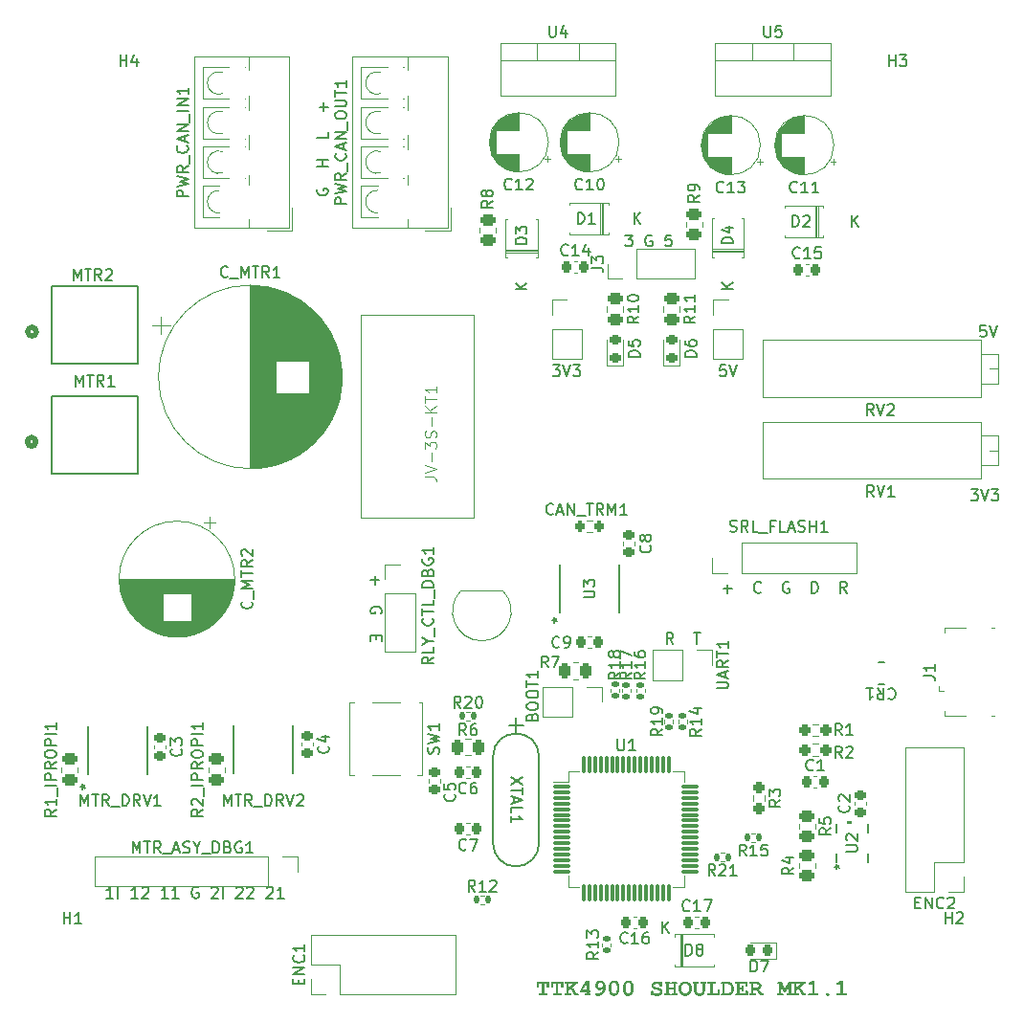
<source format=gto>
G04 #@! TF.GenerationSoftware,KiCad,Pcbnew,7.0.8-7.0.8~ubuntu22.04.1*
G04 #@! TF.CreationDate,2024-01-26T15:53:44+01:00*
G04 #@! TF.ProjectId,shoulder,73686f75-6c64-4657-922e-6b696361645f,1.1*
G04 #@! TF.SameCoordinates,Original*
G04 #@! TF.FileFunction,Legend,Top*
G04 #@! TF.FilePolarity,Positive*
%FSLAX46Y46*%
G04 Gerber Fmt 4.6, Leading zero omitted, Abs format (unit mm)*
G04 Created by KiCad (PCBNEW 7.0.8-7.0.8~ubuntu22.04.1) date 2024-01-26 15:53:44*
%MOMM*%
%LPD*%
G01*
G04 APERTURE LIST*
G04 Aperture macros list*
%AMRoundRect*
0 Rectangle with rounded corners*
0 $1 Rounding radius*
0 $2 $3 $4 $5 $6 $7 $8 $9 X,Y pos of 4 corners*
0 Add a 4 corners polygon primitive as box body*
4,1,4,$2,$3,$4,$5,$6,$7,$8,$9,$2,$3,0*
0 Add four circle primitives for the rounded corners*
1,1,$1+$1,$2,$3*
1,1,$1+$1,$4,$5*
1,1,$1+$1,$6,$7*
1,1,$1+$1,$8,$9*
0 Add four rect primitives between the rounded corners*
20,1,$1+$1,$2,$3,$4,$5,0*
20,1,$1+$1,$4,$5,$6,$7,0*
20,1,$1+$1,$6,$7,$8,$9,0*
20,1,$1+$1,$8,$9,$2,$3,0*%
G04 Aperture macros list end*
%ADD10C,0.150000*%
%ADD11C,0.300000*%
%ADD12C,0.187500*%
%ADD13C,0.100000*%
%ADD14C,0.152400*%
%ADD15C,0.508000*%
%ADD16C,0.120000*%
%ADD17C,1.600200*%
%ADD18R,2.000000X2.000000*%
%ADD19O,2.000000X2.000000*%
%ADD20R,2.400000X2.400000*%
%ADD21C,2.400000*%
%ADD22RoundRect,0.135000X0.135000X0.185000X-0.135000X0.185000X-0.135000X-0.185000X0.135000X-0.185000X0*%
%ADD23R,1.700000X1.700000*%
%ADD24O,1.700000X1.700000*%
%ADD25C,3.200000*%
%ADD26R,1.905000X2.000000*%
%ADD27O,1.905000X2.000000*%
%ADD28C,1.800000*%
%ADD29RoundRect,0.225000X-0.250000X0.225000X-0.250000X-0.225000X0.250000X-0.225000X0.250000X0.225000X0*%
%ADD30RoundRect,0.200000X0.200000X0.275000X-0.200000X0.275000X-0.200000X-0.275000X0.200000X-0.275000X0*%
%ADD31R,1.600000X1.600000*%
%ADD32C,1.600000*%
%ADD33RoundRect,0.135000X0.185000X-0.135000X0.185000X0.135000X-0.185000X0.135000X-0.185000X-0.135000X0*%
%ADD34R,1.350000X0.400000*%
%ADD35O,1.900000X1.200000*%
%ADD36R,1.900000X1.200000*%
%ADD37C,1.450000*%
%ADD38R,1.900000X1.500000*%
%ADD39RoundRect,0.135000X-0.185000X0.135000X-0.185000X-0.135000X0.185000X-0.135000X0.185000X0.135000X0*%
%ADD40RoundRect,0.135000X-0.135000X-0.185000X0.135000X-0.185000X0.135000X0.185000X-0.135000X0.185000X0*%
%ADD41RoundRect,0.225000X0.225000X0.250000X-0.225000X0.250000X-0.225000X-0.250000X0.225000X-0.250000X0*%
%ADD42R,1.300000X1.300000*%
%ADD43C,1.300000*%
%ADD44RoundRect,0.250000X0.450000X-0.262500X0.450000X0.262500X-0.450000X0.262500X-0.450000X-0.262500X0*%
%ADD45RoundRect,0.218750X0.256250X-0.218750X0.256250X0.218750X-0.256250X0.218750X-0.256250X-0.218750X0*%
%ADD46R,0.558800X1.460500*%
%ADD47R,3.403600X2.717800*%
%ADD48RoundRect,0.237500X-0.250000X-0.237500X0.250000X-0.237500X0.250000X0.237500X-0.250000X0.237500X0*%
%ADD49RoundRect,0.250000X-0.450000X0.262500X-0.450000X-0.262500X0.450000X-0.262500X0.450000X0.262500X0*%
%ADD50C,1.524000*%
%ADD51RoundRect,0.225000X-0.225000X-0.250000X0.225000X-0.250000X0.225000X0.250000X-0.225000X0.250000X0*%
%ADD52R,0.351536X0.576580*%
%ADD53R,0.576580X0.351536*%
%ADD54R,0.532600X1.454899*%
%ADD55R,1.000000X2.800000*%
%ADD56C,0.965200*%
%ADD57R,2.600000X2.600000*%
%ADD58C,2.600000*%
%ADD59RoundRect,0.225000X0.250000X-0.225000X0.250000X0.225000X-0.250000X0.225000X-0.250000X-0.225000X0*%
%ADD60RoundRect,0.075000X-0.700000X-0.075000X0.700000X-0.075000X0.700000X0.075000X-0.700000X0.075000X0*%
%ADD61RoundRect,0.075000X-0.075000X-0.700000X0.075000X-0.700000X0.075000X0.700000X-0.075000X0.700000X0*%
%ADD62RoundRect,0.237500X-0.237500X0.250000X-0.237500X-0.250000X0.237500X-0.250000X0.237500X0.250000X0*%
%ADD63C,2.000000*%
%ADD64RoundRect,0.250000X-0.262500X-0.450000X0.262500X-0.450000X0.262500X0.450000X-0.262500X0.450000X0*%
%ADD65R,0.685800X0.330200*%
%ADD66RoundRect,0.250000X0.262500X0.450000X-0.262500X0.450000X-0.262500X-0.450000X0.262500X-0.450000X0*%
%ADD67RoundRect,0.237500X0.250000X0.237500X-0.250000X0.237500X-0.250000X-0.237500X0.250000X-0.237500X0*%
%ADD68RoundRect,0.218750X0.218750X0.256250X-0.218750X0.256250X-0.218750X-0.256250X0.218750X-0.256250X0*%
G04 APERTURE END LIST*
D10*
X109261905Y-45204819D02*
X109880952Y-45204819D01*
X109880952Y-45204819D02*
X109547619Y-45585771D01*
X109547619Y-45585771D02*
X109690476Y-45585771D01*
X109690476Y-45585771D02*
X109785714Y-45633390D01*
X109785714Y-45633390D02*
X109833333Y-45681009D01*
X109833333Y-45681009D02*
X109880952Y-45776247D01*
X109880952Y-45776247D02*
X109880952Y-46014342D01*
X109880952Y-46014342D02*
X109833333Y-46109580D01*
X109833333Y-46109580D02*
X109785714Y-46157200D01*
X109785714Y-46157200D02*
X109690476Y-46204819D01*
X109690476Y-46204819D02*
X109404762Y-46204819D01*
X109404762Y-46204819D02*
X109309524Y-46157200D01*
X109309524Y-46157200D02*
X109261905Y-46109580D01*
X110166667Y-45204819D02*
X110500000Y-46204819D01*
X110500000Y-46204819D02*
X110833333Y-45204819D01*
X111071429Y-45204819D02*
X111690476Y-45204819D01*
X111690476Y-45204819D02*
X111357143Y-45585771D01*
X111357143Y-45585771D02*
X111500000Y-45585771D01*
X111500000Y-45585771D02*
X111595238Y-45633390D01*
X111595238Y-45633390D02*
X111642857Y-45681009D01*
X111642857Y-45681009D02*
X111690476Y-45776247D01*
X111690476Y-45776247D02*
X111690476Y-46014342D01*
X111690476Y-46014342D02*
X111642857Y-46109580D01*
X111642857Y-46109580D02*
X111595238Y-46157200D01*
X111595238Y-46157200D02*
X111500000Y-46204819D01*
X111500000Y-46204819D02*
X111214286Y-46204819D01*
X111214286Y-46204819D02*
X111119048Y-46157200D01*
X111119048Y-46157200D02*
X111071429Y-46109580D01*
D11*
G36*
X108625610Y-100783974D02*
G01*
X108642513Y-100784386D01*
X108658325Y-100785622D01*
X108673047Y-100787683D01*
X108693085Y-100792320D01*
X108710670Y-100798811D01*
X108725800Y-100807158D01*
X108738477Y-100817359D01*
X108748701Y-100829414D01*
X108756471Y-100843325D01*
X108761787Y-100859090D01*
X108764650Y-100876710D01*
X108765195Y-100889487D01*
X108763968Y-100908343D01*
X108760288Y-100925344D01*
X108754154Y-100940491D01*
X108745566Y-100953784D01*
X108734524Y-100965221D01*
X108721029Y-100974804D01*
X108705081Y-100982532D01*
X108686678Y-100988405D01*
X108665823Y-100992424D01*
X108650555Y-100994072D01*
X108634198Y-100994896D01*
X108625610Y-100995000D01*
X108138346Y-100995000D01*
X108121487Y-100994587D01*
X108105716Y-100993351D01*
X108091033Y-100991290D01*
X108071048Y-100986653D01*
X108053509Y-100980162D01*
X108038418Y-100971816D01*
X108025774Y-100961615D01*
X108015578Y-100949559D01*
X108007828Y-100935648D01*
X108002526Y-100919883D01*
X107999671Y-100902264D01*
X107999127Y-100889487D01*
X107999688Y-100874803D01*
X108001967Y-100858172D01*
X108005999Y-100843455D01*
X108013152Y-100828321D01*
X108022829Y-100815943D01*
X108035031Y-100806322D01*
X108049602Y-100798727D01*
X108063438Y-100793598D01*
X108078811Y-100789561D01*
X108095724Y-100786614D01*
X108110361Y-100785043D01*
X108125983Y-100784170D01*
X108138346Y-100783974D01*
X108275366Y-100783974D01*
X108275366Y-99975774D01*
X108049685Y-99975774D01*
X108049685Y-100172145D01*
X108049273Y-100189004D01*
X108048037Y-100204775D01*
X108045976Y-100219458D01*
X108041339Y-100239443D01*
X108034848Y-100256982D01*
X108026501Y-100272073D01*
X108016301Y-100284716D01*
X108004245Y-100294913D01*
X107990334Y-100302663D01*
X107974569Y-100307965D01*
X107956950Y-100310820D01*
X107944173Y-100311364D01*
X107925316Y-100310140D01*
X107908315Y-100306469D01*
X107893168Y-100300351D01*
X107879876Y-100291786D01*
X107868438Y-100280774D01*
X107858855Y-100267314D01*
X107851127Y-100251407D01*
X107845254Y-100233053D01*
X107841236Y-100212252D01*
X107839587Y-100197025D01*
X107838763Y-100180711D01*
X107838660Y-100172145D01*
X107838660Y-99764748D01*
X108927494Y-99764748D01*
X108927494Y-100172145D01*
X108927145Y-100188506D01*
X108926098Y-100203882D01*
X108923806Y-100221717D01*
X108920423Y-100238014D01*
X108915949Y-100252772D01*
X108909140Y-100268451D01*
X108905146Y-100275460D01*
X108895525Y-100287662D01*
X108883147Y-100297339D01*
X108868013Y-100304492D01*
X108853296Y-100308524D01*
X108836665Y-100310803D01*
X108821981Y-100311364D01*
X108803125Y-100310140D01*
X108786123Y-100306469D01*
X108770977Y-100300351D01*
X108757684Y-100291786D01*
X108746247Y-100280774D01*
X108736664Y-100267314D01*
X108728936Y-100251407D01*
X108723063Y-100233053D01*
X108719044Y-100212252D01*
X108717396Y-100197025D01*
X108716571Y-100180711D01*
X108716468Y-100172145D01*
X108716468Y-99975774D01*
X108486392Y-99975774D01*
X108486392Y-100783974D01*
X108625610Y-100783974D01*
G37*
G36*
X109884438Y-100783974D02*
G01*
X109901341Y-100784386D01*
X109917153Y-100785622D01*
X109931875Y-100787683D01*
X109951913Y-100792320D01*
X109969497Y-100798811D01*
X109984628Y-100807158D01*
X109997305Y-100817359D01*
X110007529Y-100829414D01*
X110015298Y-100843325D01*
X110020615Y-100859090D01*
X110023477Y-100876710D01*
X110024023Y-100889487D01*
X110022796Y-100908343D01*
X110019115Y-100925344D01*
X110012981Y-100940491D01*
X110004393Y-100953784D01*
X109993352Y-100965221D01*
X109979857Y-100974804D01*
X109963908Y-100982532D01*
X109945506Y-100988405D01*
X109924650Y-100992424D01*
X109909383Y-100994072D01*
X109893025Y-100994896D01*
X109884438Y-100995000D01*
X109397173Y-100995000D01*
X109380315Y-100994587D01*
X109364544Y-100993351D01*
X109349861Y-100991290D01*
X109329875Y-100986653D01*
X109312337Y-100980162D01*
X109297246Y-100971816D01*
X109284602Y-100961615D01*
X109274405Y-100949559D01*
X109266656Y-100935648D01*
X109261354Y-100919883D01*
X109258499Y-100902264D01*
X109257955Y-100889487D01*
X109258516Y-100874803D01*
X109260795Y-100858172D01*
X109264827Y-100843455D01*
X109271980Y-100828321D01*
X109281657Y-100815943D01*
X109293859Y-100806322D01*
X109308430Y-100798727D01*
X109322265Y-100793598D01*
X109337639Y-100789561D01*
X109354551Y-100786614D01*
X109369189Y-100785043D01*
X109384811Y-100784170D01*
X109397173Y-100783974D01*
X109534193Y-100783974D01*
X109534193Y-99975774D01*
X109308513Y-99975774D01*
X109308513Y-100172145D01*
X109308101Y-100189004D01*
X109306864Y-100204775D01*
X109304804Y-100219458D01*
X109300167Y-100239443D01*
X109293675Y-100256982D01*
X109285329Y-100272073D01*
X109275128Y-100284716D01*
X109263072Y-100294913D01*
X109249162Y-100302663D01*
X109233397Y-100307965D01*
X109215777Y-100310820D01*
X109203000Y-100311364D01*
X109184144Y-100310140D01*
X109167142Y-100306469D01*
X109151995Y-100300351D01*
X109138703Y-100291786D01*
X109127266Y-100280774D01*
X109117683Y-100267314D01*
X109109955Y-100251407D01*
X109104082Y-100233053D01*
X109100063Y-100212252D01*
X109098415Y-100197025D01*
X109097590Y-100180711D01*
X109097487Y-100172145D01*
X109097487Y-99764748D01*
X110186322Y-99764748D01*
X110186322Y-100172145D01*
X110185973Y-100188506D01*
X110184925Y-100203882D01*
X110182634Y-100221717D01*
X110179251Y-100238014D01*
X110174777Y-100252772D01*
X110167968Y-100268451D01*
X110163974Y-100275460D01*
X110154352Y-100287662D01*
X110141975Y-100297339D01*
X110126841Y-100304492D01*
X110112123Y-100308524D01*
X110095492Y-100310803D01*
X110080809Y-100311364D01*
X110061953Y-100310140D01*
X110044951Y-100306469D01*
X110029804Y-100300351D01*
X110016512Y-100291786D01*
X110005075Y-100280774D01*
X109995492Y-100267314D01*
X109987764Y-100251407D01*
X109981891Y-100233053D01*
X109977872Y-100212252D01*
X109976223Y-100197025D01*
X109975399Y-100180711D01*
X109975296Y-100172145D01*
X109975296Y-99975774D01*
X109745219Y-99975774D01*
X109745219Y-100783974D01*
X109884438Y-100783974D01*
G37*
G36*
X110750889Y-99764748D02*
G01*
X110767748Y-99765160D01*
X110783519Y-99766397D01*
X110798202Y-99768458D01*
X110818187Y-99773095D01*
X110835725Y-99779586D01*
X110850817Y-99787932D01*
X110863460Y-99798133D01*
X110873657Y-99810189D01*
X110881407Y-99824099D01*
X110886709Y-99839864D01*
X110889564Y-99857484D01*
X110890108Y-99870261D01*
X110888884Y-99889117D01*
X110885213Y-99906119D01*
X110879095Y-99921266D01*
X110870530Y-99934558D01*
X110859518Y-99945996D01*
X110846058Y-99955578D01*
X110830151Y-99963306D01*
X110811797Y-99969180D01*
X110790996Y-99973198D01*
X110775769Y-99974847D01*
X110759454Y-99975671D01*
X110750889Y-99975774D01*
X110676884Y-99975774D01*
X110676884Y-100290115D01*
X111052773Y-99967348D01*
X111037403Y-99960335D01*
X111024082Y-99951938D01*
X111012811Y-99942154D01*
X111001604Y-99927978D01*
X110993598Y-99911636D01*
X110989500Y-99897004D01*
X110987450Y-99880987D01*
X110987194Y-99872459D01*
X110988418Y-99853210D01*
X110992089Y-99835854D01*
X110998207Y-99820392D01*
X111006772Y-99806823D01*
X111017784Y-99795147D01*
X111031244Y-99785365D01*
X111047151Y-99777476D01*
X111065505Y-99771480D01*
X111086306Y-99767378D01*
X111101533Y-99765695D01*
X111117847Y-99764853D01*
X111126413Y-99764748D01*
X111337438Y-99764748D01*
X111354297Y-99765160D01*
X111370068Y-99766397D01*
X111384751Y-99768458D01*
X111404736Y-99773095D01*
X111422275Y-99779586D01*
X111437366Y-99787932D01*
X111450010Y-99798133D01*
X111460206Y-99810189D01*
X111467956Y-99824099D01*
X111473258Y-99839864D01*
X111476113Y-99857484D01*
X111476657Y-99870261D01*
X111475507Y-99889117D01*
X111472059Y-99906119D01*
X111466311Y-99921266D01*
X111458264Y-99934558D01*
X111447918Y-99945996D01*
X111435273Y-99955578D01*
X111420329Y-99963306D01*
X111403086Y-99969180D01*
X111383544Y-99973198D01*
X111361703Y-99975362D01*
X111345865Y-99975774D01*
X110974738Y-100298541D01*
X111000087Y-100313060D01*
X111012608Y-100321110D01*
X111025027Y-100329688D01*
X111037344Y-100338793D01*
X111049558Y-100348425D01*
X111061670Y-100358585D01*
X111073679Y-100369272D01*
X111085586Y-100380487D01*
X111097391Y-100392229D01*
X111109094Y-100404498D01*
X111120694Y-100417295D01*
X111132192Y-100430619D01*
X111143587Y-100444470D01*
X111154881Y-100458849D01*
X111166072Y-100473755D01*
X111177160Y-100489188D01*
X111188146Y-100505149D01*
X111199030Y-100521637D01*
X111209812Y-100538653D01*
X111220491Y-100556196D01*
X111231068Y-100574266D01*
X111241543Y-100592864D01*
X111251915Y-100611989D01*
X111262185Y-100631641D01*
X111272353Y-100651821D01*
X111282418Y-100672528D01*
X111292381Y-100693762D01*
X111302242Y-100715524D01*
X111312000Y-100737813D01*
X111321657Y-100760630D01*
X111331210Y-100783974D01*
X111398621Y-100783974D01*
X111415524Y-100784386D01*
X111431336Y-100785622D01*
X111446058Y-100787683D01*
X111466096Y-100792320D01*
X111483681Y-100798811D01*
X111498812Y-100807158D01*
X111511489Y-100817359D01*
X111521712Y-100829414D01*
X111529482Y-100843325D01*
X111534798Y-100859090D01*
X111537661Y-100876710D01*
X111538206Y-100889487D01*
X111536979Y-100908343D01*
X111533299Y-100925344D01*
X111527165Y-100940491D01*
X111518577Y-100953784D01*
X111507536Y-100965221D01*
X111494041Y-100974804D01*
X111478092Y-100982532D01*
X111459690Y-100988405D01*
X111438834Y-100992424D01*
X111423567Y-100994072D01*
X111407209Y-100994896D01*
X111398621Y-100995000D01*
X111166713Y-100995000D01*
X111162066Y-100980973D01*
X111152643Y-100953390D01*
X111143049Y-100926433D01*
X111133283Y-100900104D01*
X111123346Y-100874401D01*
X111113236Y-100849325D01*
X111102955Y-100824876D01*
X111092502Y-100801054D01*
X111081878Y-100777858D01*
X111071082Y-100755290D01*
X111060114Y-100733348D01*
X111048974Y-100712033D01*
X111037662Y-100691345D01*
X111026179Y-100671283D01*
X111014524Y-100651849D01*
X111002697Y-100633041D01*
X110996720Y-100623872D01*
X110984717Y-100606100D01*
X110972706Y-100589234D01*
X110960686Y-100573276D01*
X110948657Y-100558225D01*
X110936620Y-100544081D01*
X110924575Y-100530845D01*
X110912520Y-100518516D01*
X110900457Y-100507094D01*
X110888386Y-100496580D01*
X110876306Y-100486972D01*
X110864217Y-100478273D01*
X110846068Y-100466924D01*
X110827900Y-100457618D01*
X110809713Y-100450352D01*
X110803646Y-100448384D01*
X110676884Y-100556095D01*
X110676884Y-100783974D01*
X110750889Y-100783974D01*
X110767748Y-100784386D01*
X110783519Y-100785622D01*
X110798202Y-100787683D01*
X110818187Y-100792320D01*
X110835725Y-100798811D01*
X110850817Y-100807158D01*
X110863460Y-100817359D01*
X110873657Y-100829414D01*
X110881407Y-100843325D01*
X110886709Y-100859090D01*
X110889564Y-100876710D01*
X110890108Y-100889487D01*
X110888884Y-100908343D01*
X110885213Y-100925344D01*
X110879095Y-100940491D01*
X110870530Y-100953784D01*
X110859518Y-100965221D01*
X110846058Y-100974804D01*
X110830151Y-100982532D01*
X110811797Y-100988405D01*
X110790996Y-100992424D01*
X110775769Y-100994072D01*
X110759454Y-100994896D01*
X110750889Y-100995000D01*
X110434351Y-100995000D01*
X110417492Y-100994587D01*
X110401721Y-100993351D01*
X110387038Y-100991290D01*
X110367053Y-100986653D01*
X110349514Y-100980162D01*
X110334423Y-100971816D01*
X110321779Y-100961615D01*
X110311583Y-100949559D01*
X110303833Y-100935648D01*
X110298531Y-100919883D01*
X110295676Y-100902264D01*
X110295132Y-100889487D01*
X110296356Y-100870630D01*
X110300026Y-100853629D01*
X110306144Y-100838482D01*
X110314710Y-100825190D01*
X110325722Y-100813752D01*
X110339182Y-100804170D01*
X110355088Y-100796442D01*
X110373442Y-100790568D01*
X110394244Y-100786550D01*
X110409471Y-100784901D01*
X110425785Y-100784077D01*
X110434351Y-100783974D01*
X110465858Y-100783974D01*
X110465858Y-99975774D01*
X110434351Y-99975774D01*
X110417492Y-99975362D01*
X110401721Y-99974125D01*
X110387038Y-99972065D01*
X110367053Y-99967428D01*
X110349514Y-99960936D01*
X110334423Y-99952590D01*
X110321779Y-99942389D01*
X110311583Y-99930333D01*
X110303833Y-99916423D01*
X110298531Y-99900658D01*
X110295676Y-99883038D01*
X110295132Y-99870261D01*
X110295693Y-99855578D01*
X110297972Y-99838947D01*
X110302004Y-99824230D01*
X110309157Y-99809096D01*
X110318834Y-99796718D01*
X110331036Y-99787096D01*
X110345607Y-99779502D01*
X110359443Y-99774373D01*
X110374816Y-99770335D01*
X110391728Y-99767389D01*
X110406366Y-99765818D01*
X110421988Y-99764945D01*
X110434351Y-99764748D01*
X110750889Y-99764748D01*
G37*
G36*
X112469870Y-100492714D02*
G01*
X112485442Y-100493126D01*
X112506916Y-100495290D01*
X112526130Y-100499309D01*
X112543084Y-100505182D01*
X112557776Y-100512910D01*
X112570209Y-100522493D01*
X112580381Y-100533930D01*
X112588292Y-100547222D01*
X112593943Y-100562369D01*
X112597334Y-100579371D01*
X112598464Y-100598227D01*
X112597334Y-100616399D01*
X112593943Y-100632857D01*
X112588292Y-100647602D01*
X112580381Y-100660635D01*
X112570209Y-100671954D01*
X112557776Y-100681561D01*
X112543084Y-100689454D01*
X112526130Y-100695634D01*
X112506916Y-100700101D01*
X112485442Y-100702855D01*
X112469870Y-100703740D01*
X112469870Y-100783974D01*
X112485442Y-100784386D01*
X112506916Y-100786550D01*
X112526130Y-100790568D01*
X112543084Y-100796442D01*
X112557776Y-100804170D01*
X112570209Y-100813752D01*
X112580381Y-100825190D01*
X112588292Y-100838482D01*
X112593943Y-100853629D01*
X112597334Y-100870630D01*
X112598464Y-100889487D01*
X112597221Y-100908343D01*
X112593493Y-100925344D01*
X112587278Y-100940491D01*
X112578578Y-100953784D01*
X112567391Y-100965221D01*
X112553719Y-100974804D01*
X112537561Y-100982532D01*
X112518917Y-100988405D01*
X112497788Y-100992424D01*
X112482320Y-100994072D01*
X112465748Y-100994896D01*
X112457048Y-100995000D01*
X112178611Y-100995000D01*
X112161752Y-100994587D01*
X112145981Y-100993351D01*
X112131298Y-100991290D01*
X112111313Y-100986653D01*
X112093775Y-100980162D01*
X112078684Y-100971816D01*
X112066040Y-100961615D01*
X112055843Y-100949559D01*
X112048094Y-100935648D01*
X112042791Y-100919883D01*
X112039936Y-100902264D01*
X112039392Y-100889487D01*
X112040616Y-100870630D01*
X112044287Y-100853629D01*
X112050405Y-100838482D01*
X112058970Y-100825190D01*
X112069982Y-100813752D01*
X112083442Y-100804170D01*
X112099349Y-100796442D01*
X112117703Y-100790568D01*
X112138504Y-100786550D01*
X112153731Y-100784901D01*
X112170046Y-100784077D01*
X112178611Y-100783974D01*
X112258845Y-100783974D01*
X112258845Y-100703740D01*
X111684752Y-100703740D01*
X111684752Y-100528618D01*
X111706325Y-100492714D01*
X111942306Y-100492714D01*
X112258845Y-100492714D01*
X112258845Y-99982002D01*
X111942306Y-100492714D01*
X111706325Y-100492714D01*
X112193265Y-99682316D01*
X112469870Y-99682316D01*
X112469870Y-100492714D01*
G37*
G36*
X113466652Y-99648843D02*
G01*
X113483125Y-99649538D01*
X113499315Y-99650697D01*
X113515222Y-99652320D01*
X113530846Y-99654407D01*
X113546186Y-99656957D01*
X113561242Y-99659971D01*
X113576016Y-99663449D01*
X113590506Y-99667390D01*
X113604712Y-99671795D01*
X113618636Y-99676663D01*
X113638989Y-99684836D01*
X113658705Y-99694051D01*
X113677784Y-99704310D01*
X113684002Y-99707962D01*
X113702180Y-99719376D01*
X113719482Y-99731498D01*
X113735908Y-99744328D01*
X113751458Y-99757867D01*
X113766133Y-99772115D01*
X113779932Y-99787071D01*
X113792855Y-99802735D01*
X113804902Y-99819108D01*
X113816073Y-99836189D01*
X113826368Y-99853978D01*
X113832745Y-99866231D01*
X113841843Y-99884811D01*
X113850451Y-99903454D01*
X113858570Y-99922163D01*
X113866199Y-99940935D01*
X113873339Y-99959772D01*
X113879989Y-99978674D01*
X113886150Y-99997639D01*
X113891822Y-100016670D01*
X113897004Y-100035764D01*
X113901696Y-100054923D01*
X113904553Y-100067732D01*
X113908547Y-100086981D01*
X113912148Y-100106397D01*
X113915356Y-100125981D01*
X113918171Y-100145733D01*
X113920594Y-100165652D01*
X113922624Y-100185738D01*
X113924260Y-100205992D01*
X113925504Y-100226413D01*
X113926355Y-100247002D01*
X113926814Y-100267758D01*
X113926901Y-100281688D01*
X113926743Y-100299019D01*
X113926267Y-100316205D01*
X113925475Y-100333248D01*
X113924365Y-100350147D01*
X113922939Y-100366902D01*
X113921195Y-100383513D01*
X113919135Y-100399981D01*
X113916757Y-100416304D01*
X113914063Y-100432484D01*
X113911052Y-100448520D01*
X113907723Y-100464412D01*
X113904078Y-100480160D01*
X113900115Y-100495765D01*
X113895836Y-100511225D01*
X113891240Y-100526542D01*
X113886326Y-100541715D01*
X113881096Y-100556744D01*
X113875549Y-100571630D01*
X113869684Y-100586371D01*
X113863503Y-100600969D01*
X113857005Y-100615423D01*
X113850189Y-100629733D01*
X113843057Y-100643899D01*
X113835608Y-100657921D01*
X113827841Y-100671800D01*
X113819758Y-100685535D01*
X113811358Y-100699126D01*
X113802641Y-100712573D01*
X113793606Y-100725876D01*
X113784255Y-100739035D01*
X113774587Y-100752051D01*
X113764602Y-100764923D01*
X113751195Y-100781016D01*
X113737627Y-100796599D01*
X113723898Y-100811671D01*
X113710008Y-100826232D01*
X113695957Y-100840281D01*
X113681745Y-100853820D01*
X113667372Y-100866849D01*
X113652838Y-100879366D01*
X113638143Y-100891372D01*
X113623287Y-100902867D01*
X113608270Y-100913852D01*
X113593092Y-100924326D01*
X113577753Y-100934288D01*
X113562253Y-100943740D01*
X113546592Y-100952681D01*
X113530770Y-100961111D01*
X113514787Y-100969030D01*
X113498643Y-100976438D01*
X113482338Y-100983335D01*
X113465872Y-100989722D01*
X113449245Y-100995597D01*
X113432457Y-101000962D01*
X113415508Y-101005815D01*
X113398398Y-101010158D01*
X113381127Y-101013990D01*
X113363695Y-101017311D01*
X113346102Y-101020120D01*
X113328348Y-101022420D01*
X113310433Y-101024208D01*
X113292357Y-101025485D01*
X113274120Y-101026251D01*
X113255722Y-101026507D01*
X113235160Y-101026175D01*
X113215377Y-101025180D01*
X113196374Y-101023522D01*
X113178150Y-101021200D01*
X113160705Y-101018215D01*
X113144039Y-101014567D01*
X113128153Y-101010255D01*
X113113046Y-101005281D01*
X113098718Y-100999642D01*
X113085169Y-100993341D01*
X113076570Y-100988771D01*
X113060770Y-100978885D01*
X113047077Y-100968278D01*
X113035491Y-100956949D01*
X113026011Y-100944899D01*
X113018638Y-100932128D01*
X113012384Y-100915150D01*
X113009422Y-100897044D01*
X113009159Y-100889487D01*
X113010266Y-100873314D01*
X113013589Y-100858042D01*
X113019128Y-100843672D01*
X113026881Y-100830204D01*
X113036851Y-100817638D01*
X113040666Y-100813649D01*
X113052932Y-100802817D01*
X113066100Y-100794226D01*
X113080169Y-100787876D01*
X113095140Y-100783768D01*
X113111012Y-100781900D01*
X113116503Y-100781775D01*
X113132605Y-100784073D01*
X113148165Y-100787771D01*
X113162659Y-100791687D01*
X113176587Y-100795697D01*
X113190773Y-100799602D01*
X113205954Y-100803415D01*
X113221126Y-100806658D01*
X113236614Y-100808922D01*
X113243265Y-100809253D01*
X113263966Y-100808763D01*
X113284395Y-100807295D01*
X113304553Y-100804848D01*
X113324438Y-100801422D01*
X113344051Y-100797017D01*
X113363393Y-100791633D01*
X113382462Y-100785270D01*
X113401260Y-100777929D01*
X113419786Y-100769608D01*
X113438040Y-100760309D01*
X113456021Y-100750031D01*
X113473731Y-100738773D01*
X113491169Y-100726537D01*
X113508336Y-100713323D01*
X113525230Y-100699129D01*
X113541852Y-100683956D01*
X113557964Y-100667981D01*
X113573325Y-100651470D01*
X113587937Y-100634424D01*
X113601799Y-100616843D01*
X113614910Y-100598726D01*
X113627272Y-100580075D01*
X113638884Y-100560888D01*
X113649747Y-100541166D01*
X113659859Y-100520908D01*
X113669221Y-100500116D01*
X113677834Y-100478788D01*
X113685696Y-100456925D01*
X113692809Y-100434527D01*
X113699171Y-100411593D01*
X113704784Y-100388124D01*
X113709647Y-100364120D01*
X113692212Y-100381999D01*
X113674711Y-100398724D01*
X113657144Y-100414296D01*
X113639511Y-100428715D01*
X113621813Y-100441980D01*
X113604048Y-100454091D01*
X113586218Y-100465049D01*
X113568322Y-100474854D01*
X113550360Y-100483505D01*
X113532333Y-100491002D01*
X113514239Y-100497347D01*
X113496080Y-100502537D01*
X113477854Y-100506574D01*
X113459563Y-100509458D01*
X113441207Y-100511188D01*
X113422784Y-100511765D01*
X113402091Y-100511271D01*
X113381780Y-100509790D01*
X113361849Y-100507321D01*
X113342298Y-100503865D01*
X113323128Y-100499422D01*
X113304339Y-100493991D01*
X113285931Y-100487572D01*
X113267903Y-100480166D01*
X113250256Y-100471773D01*
X113232990Y-100462392D01*
X113216104Y-100452023D01*
X113199599Y-100440667D01*
X113183475Y-100428324D01*
X113167731Y-100414993D01*
X113152368Y-100400675D01*
X113137386Y-100385369D01*
X113123101Y-100369318D01*
X113109737Y-100352855D01*
X113097295Y-100335979D01*
X113085775Y-100318691D01*
X113075176Y-100300991D01*
X113065499Y-100282879D01*
X113056743Y-100264355D01*
X113048909Y-100245418D01*
X113041997Y-100226070D01*
X113036006Y-100206309D01*
X113030937Y-100186136D01*
X113026790Y-100165551D01*
X113023564Y-100144554D01*
X113021260Y-100123144D01*
X113019878Y-100101323D01*
X113019463Y-100081287D01*
X113230443Y-100081287D01*
X113230961Y-100098091D01*
X113232516Y-100114432D01*
X113235108Y-100130308D01*
X113238737Y-100145721D01*
X113243403Y-100160671D01*
X113249106Y-100175156D01*
X113255845Y-100189178D01*
X113263621Y-100202737D01*
X113272435Y-100215831D01*
X113282285Y-100228462D01*
X113289427Y-100236625D01*
X113300794Y-100248083D01*
X113312637Y-100258414D01*
X113324957Y-100267618D01*
X113337753Y-100275695D01*
X113351026Y-100282645D01*
X113364775Y-100288467D01*
X113379001Y-100293163D01*
X113393704Y-100296732D01*
X113408883Y-100299174D01*
X113424538Y-100300489D01*
X113435240Y-100300739D01*
X113452162Y-100299949D01*
X113469221Y-100297579D01*
X113486417Y-100293629D01*
X113503750Y-100288100D01*
X113521221Y-100280990D01*
X113538830Y-100272300D01*
X113552126Y-100264746D01*
X113565500Y-100256303D01*
X113574459Y-100250181D01*
X113587662Y-100240394D01*
X113600343Y-100230131D01*
X113612503Y-100219391D01*
X113624141Y-100208175D01*
X113635258Y-100196482D01*
X113645852Y-100184313D01*
X113655926Y-100171667D01*
X113665477Y-100158544D01*
X113674507Y-100144945D01*
X113683016Y-100130869D01*
X113688398Y-100121221D01*
X113685371Y-100104385D01*
X113682061Y-100088133D01*
X113678467Y-100072466D01*
X113674591Y-100057382D01*
X113670430Y-100042882D01*
X113663659Y-100022227D01*
X113656250Y-100002885D01*
X113648203Y-99984857D01*
X113639518Y-99968143D01*
X113630196Y-99952743D01*
X113620237Y-99938657D01*
X113609640Y-99925884D01*
X113605966Y-99921919D01*
X113594517Y-99910788D01*
X113582288Y-99900752D01*
X113569281Y-99891812D01*
X113555494Y-99883966D01*
X113540927Y-99877214D01*
X113525582Y-99871558D01*
X113509457Y-99866996D01*
X113492553Y-99863529D01*
X113474870Y-99861157D01*
X113456408Y-99859880D01*
X113443667Y-99859637D01*
X113425421Y-99860158D01*
X113407916Y-99861723D01*
X113391152Y-99864331D01*
X113375128Y-99867983D01*
X113359845Y-99872678D01*
X113345302Y-99878416D01*
X113331500Y-99885197D01*
X113318439Y-99893022D01*
X113306118Y-99901889D01*
X113294538Y-99911801D01*
X113287229Y-99918988D01*
X113277081Y-99930437D01*
X113267931Y-99942665D01*
X113259779Y-99955673D01*
X113252625Y-99969460D01*
X113246469Y-99984026D01*
X113241312Y-99999372D01*
X113237153Y-100015496D01*
X113233992Y-100032400D01*
X113231829Y-100050083D01*
X113230664Y-100068546D01*
X113230443Y-100081287D01*
X113019463Y-100081287D01*
X113019417Y-100079089D01*
X113019862Y-100055377D01*
X113021197Y-100032234D01*
X113023422Y-100009661D01*
X113026538Y-99987658D01*
X113030544Y-99966224D01*
X113035440Y-99945360D01*
X113041225Y-99925066D01*
X113047902Y-99905341D01*
X113055468Y-99886185D01*
X113063924Y-99867599D01*
X113073271Y-99849583D01*
X113083508Y-99832136D01*
X113094635Y-99815259D01*
X113106652Y-99798952D01*
X113119559Y-99783214D01*
X113133356Y-99768046D01*
X113147945Y-99753583D01*
X113163226Y-99740053D01*
X113179200Y-99727456D01*
X113195867Y-99715793D01*
X113213226Y-99705062D01*
X113231278Y-99695265D01*
X113250023Y-99686401D01*
X113269460Y-99678469D01*
X113289590Y-99671471D01*
X113310413Y-99665406D01*
X113331928Y-99660274D01*
X113354136Y-99656075D01*
X113377037Y-99652810D01*
X113400630Y-99650477D01*
X113424916Y-99649077D01*
X113449895Y-99648611D01*
X113466652Y-99648843D01*
G37*
G36*
X114704778Y-99649279D02*
G01*
X114731506Y-99651284D01*
X114757397Y-99654626D01*
X114782453Y-99659304D01*
X114806673Y-99665319D01*
X114830058Y-99672671D01*
X114852606Y-99681359D01*
X114874319Y-99691384D01*
X114895196Y-99702745D01*
X114915237Y-99715444D01*
X114934443Y-99729479D01*
X114952813Y-99744850D01*
X114970347Y-99761558D01*
X114987045Y-99779603D01*
X115002907Y-99798985D01*
X115017934Y-99819703D01*
X115032131Y-99841341D01*
X115045411Y-99863575D01*
X115057776Y-99886404D01*
X115069225Y-99909829D01*
X115079758Y-99933848D01*
X115089375Y-99958463D01*
X115098076Y-99983674D01*
X115105861Y-100009480D01*
X115112731Y-100035881D01*
X115118684Y-100062877D01*
X115123722Y-100090469D01*
X115127843Y-100118656D01*
X115131049Y-100147439D01*
X115132308Y-100162053D01*
X115133339Y-100176816D01*
X115134140Y-100191729D01*
X115134713Y-100206790D01*
X115135056Y-100222000D01*
X115135170Y-100237358D01*
X115135170Y-100437759D01*
X115134984Y-100457433D01*
X115134426Y-100476886D01*
X115133496Y-100496119D01*
X115132194Y-100515131D01*
X115130519Y-100533923D01*
X115128473Y-100552494D01*
X115126054Y-100570846D01*
X115123264Y-100588976D01*
X115120101Y-100606887D01*
X115116566Y-100624577D01*
X115112659Y-100642046D01*
X115108380Y-100659295D01*
X115103729Y-100676324D01*
X115098706Y-100693133D01*
X115093310Y-100709721D01*
X115087543Y-100726088D01*
X115081404Y-100742127D01*
X115074801Y-100757819D01*
X115067734Y-100773165D01*
X115060203Y-100788164D01*
X115052209Y-100802817D01*
X115043751Y-100817124D01*
X115034830Y-100831084D01*
X115025444Y-100844699D01*
X115015595Y-100857966D01*
X115005283Y-100870888D01*
X114994507Y-100883463D01*
X114983267Y-100895692D01*
X114971563Y-100907574D01*
X114959396Y-100919111D01*
X114946765Y-100930300D01*
X114933670Y-100941144D01*
X114920175Y-100951481D01*
X114906342Y-100961151D01*
X114892171Y-100970154D01*
X114877662Y-100978490D01*
X114862816Y-100986160D01*
X114847632Y-100993162D01*
X114832110Y-100999497D01*
X114816250Y-101005166D01*
X114800053Y-101010168D01*
X114783518Y-101014503D01*
X114766645Y-101018171D01*
X114749435Y-101021172D01*
X114731886Y-101023506D01*
X114714000Y-101025173D01*
X114695777Y-101026173D01*
X114677215Y-101026507D01*
X114649651Y-101025840D01*
X114622919Y-101023839D01*
X114597020Y-101020505D01*
X114571954Y-101015836D01*
X114547721Y-101009834D01*
X114524321Y-101002499D01*
X114501754Y-100993829D01*
X114480020Y-100983825D01*
X114459118Y-100972488D01*
X114439050Y-100959817D01*
X114419814Y-100945812D01*
X114401412Y-100930474D01*
X114383842Y-100913801D01*
X114367105Y-100895795D01*
X114351201Y-100876455D01*
X114336130Y-100855781D01*
X114321978Y-100834098D01*
X114308739Y-100811823D01*
X114296412Y-100788955D01*
X114284999Y-100765495D01*
X114274499Y-100741443D01*
X114264912Y-100716797D01*
X114256238Y-100691560D01*
X114248477Y-100665730D01*
X114241629Y-100639307D01*
X114235695Y-100612292D01*
X114230673Y-100584684D01*
X114226564Y-100556484D01*
X114223369Y-100527692D01*
X114222113Y-100513073D01*
X114221086Y-100498307D01*
X114220287Y-100483392D01*
X114219716Y-100468329D01*
X114219374Y-100453118D01*
X114219371Y-100452780D01*
X114430286Y-100452780D01*
X114430549Y-100473088D01*
X114431339Y-100492886D01*
X114432656Y-100512174D01*
X114434499Y-100530953D01*
X114436869Y-100549223D01*
X114439765Y-100566983D01*
X114443189Y-100584234D01*
X114447138Y-100600975D01*
X114451615Y-100617206D01*
X114456618Y-100632929D01*
X114462148Y-100648141D01*
X114468204Y-100662844D01*
X114474787Y-100677038D01*
X114481897Y-100690723D01*
X114489534Y-100703897D01*
X114497697Y-100716563D01*
X114506341Y-100728541D01*
X114519950Y-100745060D01*
X114534333Y-100759839D01*
X114549489Y-100772880D01*
X114565417Y-100784183D01*
X114582118Y-100793746D01*
X114599592Y-100801571D01*
X114617838Y-100807656D01*
X114636858Y-100812003D01*
X114656650Y-100814612D01*
X114677215Y-100815481D01*
X114697777Y-100814612D01*
X114717560Y-100812003D01*
X114736563Y-100807656D01*
X114754787Y-100801571D01*
X114772232Y-100793746D01*
X114788898Y-100784183D01*
X114804784Y-100772880D01*
X114819891Y-100759839D01*
X114834219Y-100745060D01*
X114847768Y-100728541D01*
X114856367Y-100716563D01*
X114864575Y-100703897D01*
X114872253Y-100690723D01*
X114879401Y-100677038D01*
X114886020Y-100662844D01*
X114892109Y-100648141D01*
X114897669Y-100632929D01*
X114902699Y-100617206D01*
X114907200Y-100600975D01*
X114911172Y-100584234D01*
X114914613Y-100566983D01*
X114917526Y-100549223D01*
X114919909Y-100530953D01*
X114921762Y-100512174D01*
X114923086Y-100492886D01*
X114923880Y-100473088D01*
X114924145Y-100452780D01*
X114924145Y-100222704D01*
X114923880Y-100202396D01*
X114923086Y-100182598D01*
X114921762Y-100163310D01*
X114919909Y-100144531D01*
X114917526Y-100126261D01*
X114914613Y-100108501D01*
X114911172Y-100091250D01*
X114907200Y-100074509D01*
X114902699Y-100058278D01*
X114897669Y-100042555D01*
X114892109Y-100027343D01*
X114886020Y-100012640D01*
X114879401Y-99998446D01*
X114872253Y-99984761D01*
X114864575Y-99971587D01*
X114856367Y-99958921D01*
X114847768Y-99946899D01*
X114834219Y-99930319D01*
X114819891Y-99915484D01*
X114804784Y-99902395D01*
X114788898Y-99891051D01*
X114772232Y-99881452D01*
X114754787Y-99873599D01*
X114736563Y-99867490D01*
X114717560Y-99863127D01*
X114697777Y-99860509D01*
X114677215Y-99859637D01*
X114656650Y-99860509D01*
X114636858Y-99863127D01*
X114617838Y-99867490D01*
X114599592Y-99873599D01*
X114582118Y-99881452D01*
X114565417Y-99891051D01*
X114549489Y-99902395D01*
X114534333Y-99915484D01*
X114519950Y-99930319D01*
X114506341Y-99946899D01*
X114497697Y-99958921D01*
X114489534Y-99971587D01*
X114481897Y-99984761D01*
X114474787Y-99998446D01*
X114468204Y-100012640D01*
X114462148Y-100027343D01*
X114456618Y-100042555D01*
X114451615Y-100058278D01*
X114447138Y-100074509D01*
X114443189Y-100091250D01*
X114439765Y-100108501D01*
X114436869Y-100126261D01*
X114434499Y-100144531D01*
X114432656Y-100163310D01*
X114431339Y-100182598D01*
X114430549Y-100202396D01*
X114430286Y-100222704D01*
X114430286Y-100452780D01*
X114219371Y-100452780D01*
X114219260Y-100437759D01*
X114219260Y-100237358D01*
X114219444Y-100217686D01*
X114219998Y-100198237D01*
X114220921Y-100179012D01*
X114222214Y-100160010D01*
X114223875Y-100141231D01*
X114225906Y-100122675D01*
X114228306Y-100104342D01*
X114231075Y-100086233D01*
X114234213Y-100068347D01*
X114237721Y-100050684D01*
X114241598Y-100033245D01*
X114245844Y-100016028D01*
X114250459Y-99999035D01*
X114255444Y-99982266D01*
X114260798Y-99965719D01*
X114266521Y-99949396D01*
X114272705Y-99933357D01*
X114279349Y-99917665D01*
X114286455Y-99902319D01*
X114294021Y-99887320D01*
X114302048Y-99872667D01*
X114310536Y-99858360D01*
X114319485Y-99844400D01*
X114328894Y-99830785D01*
X114338765Y-99817518D01*
X114349096Y-99804596D01*
X114359888Y-99792021D01*
X114371141Y-99779792D01*
X114382854Y-99767910D01*
X114395029Y-99756373D01*
X114407664Y-99745184D01*
X114420760Y-99734340D01*
X114434256Y-99723959D01*
X114448089Y-99714247D01*
X114462259Y-99705205D01*
X114476768Y-99696834D01*
X114491614Y-99689131D01*
X114506799Y-99682099D01*
X114522320Y-99675736D01*
X114538180Y-99670043D01*
X114554377Y-99665020D01*
X114570912Y-99660666D01*
X114587785Y-99656983D01*
X114604996Y-99653969D01*
X114622544Y-99651625D01*
X114640430Y-99649950D01*
X114658654Y-99648946D01*
X114677215Y-99648611D01*
X114704778Y-99649279D01*
G37*
G36*
X115963606Y-99649279D02*
G01*
X115990333Y-99651284D01*
X116016225Y-99654626D01*
X116041281Y-99659304D01*
X116065501Y-99665319D01*
X116088885Y-99672671D01*
X116111434Y-99681359D01*
X116133147Y-99691384D01*
X116154024Y-99702745D01*
X116174065Y-99715444D01*
X116193271Y-99729479D01*
X116211640Y-99744850D01*
X116229174Y-99761558D01*
X116245872Y-99779603D01*
X116261735Y-99798985D01*
X116276762Y-99819703D01*
X116290958Y-99841341D01*
X116304239Y-99863575D01*
X116316604Y-99886404D01*
X116328053Y-99909829D01*
X116338586Y-99933848D01*
X116348203Y-99958463D01*
X116356904Y-99983674D01*
X116364689Y-100009480D01*
X116371558Y-100035881D01*
X116377512Y-100062877D01*
X116382549Y-100090469D01*
X116386671Y-100118656D01*
X116389877Y-100147439D01*
X116391136Y-100162053D01*
X116392166Y-100176816D01*
X116392968Y-100191729D01*
X116393540Y-100206790D01*
X116393884Y-100222000D01*
X116393998Y-100237358D01*
X116393998Y-100437759D01*
X116393812Y-100457433D01*
X116393254Y-100476886D01*
X116392324Y-100496119D01*
X116391021Y-100515131D01*
X116389347Y-100533923D01*
X116387301Y-100552494D01*
X116384882Y-100570846D01*
X116382091Y-100588976D01*
X116378929Y-100606887D01*
X116375394Y-100624577D01*
X116371487Y-100642046D01*
X116367208Y-100659295D01*
X116362557Y-100676324D01*
X116357533Y-100693133D01*
X116352138Y-100709721D01*
X116346371Y-100726088D01*
X116340231Y-100742127D01*
X116333628Y-100757819D01*
X116326561Y-100773165D01*
X116319031Y-100788164D01*
X116311037Y-100802817D01*
X116302579Y-100817124D01*
X116293657Y-100831084D01*
X116284272Y-100844699D01*
X116274423Y-100857966D01*
X116264111Y-100870888D01*
X116253334Y-100883463D01*
X116242094Y-100895692D01*
X116230391Y-100907574D01*
X116218223Y-100919111D01*
X116205592Y-100930300D01*
X116192498Y-100941144D01*
X116179002Y-100951481D01*
X116165169Y-100961151D01*
X116150998Y-100970154D01*
X116136490Y-100978490D01*
X116121643Y-100986160D01*
X116106459Y-100993162D01*
X116090938Y-100999497D01*
X116075078Y-101005166D01*
X116058881Y-101010168D01*
X116042346Y-101014503D01*
X116025473Y-101018171D01*
X116008262Y-101021172D01*
X115990714Y-101023506D01*
X115972828Y-101025173D01*
X115954604Y-101026173D01*
X115936043Y-101026507D01*
X115908478Y-101025840D01*
X115881746Y-101023839D01*
X115855848Y-101020505D01*
X115830782Y-101015836D01*
X115806549Y-101009834D01*
X115783149Y-101002499D01*
X115760581Y-100993829D01*
X115738847Y-100983825D01*
X115717946Y-100972488D01*
X115697877Y-100959817D01*
X115678642Y-100945812D01*
X115660239Y-100930474D01*
X115642669Y-100913801D01*
X115625933Y-100895795D01*
X115610029Y-100876455D01*
X115594958Y-100855781D01*
X115580805Y-100834098D01*
X115567566Y-100811823D01*
X115555240Y-100788955D01*
X115543827Y-100765495D01*
X115533327Y-100741443D01*
X115523740Y-100716797D01*
X115515066Y-100691560D01*
X115507305Y-100665730D01*
X115500457Y-100639307D01*
X115494522Y-100612292D01*
X115489501Y-100584684D01*
X115485392Y-100556484D01*
X115482196Y-100527692D01*
X115480941Y-100513073D01*
X115479914Y-100498307D01*
X115479115Y-100483392D01*
X115478544Y-100468329D01*
X115478202Y-100453118D01*
X115478199Y-100452780D01*
X115689113Y-100452780D01*
X115689377Y-100473088D01*
X115690167Y-100492886D01*
X115691483Y-100512174D01*
X115693326Y-100530953D01*
X115695696Y-100549223D01*
X115698593Y-100566983D01*
X115702016Y-100584234D01*
X115705966Y-100600975D01*
X115710443Y-100617206D01*
X115715446Y-100632929D01*
X115720975Y-100648141D01*
X115727032Y-100662844D01*
X115733615Y-100677038D01*
X115740725Y-100690723D01*
X115748361Y-100703897D01*
X115756524Y-100716563D01*
X115765168Y-100728541D01*
X115778778Y-100745060D01*
X115793161Y-100759839D01*
X115808316Y-100772880D01*
X115824244Y-100784183D01*
X115840945Y-100793746D01*
X115858419Y-100801571D01*
X115876666Y-100807656D01*
X115895685Y-100812003D01*
X115915478Y-100814612D01*
X115936043Y-100815481D01*
X115956605Y-100814612D01*
X115976387Y-100812003D01*
X115995391Y-100807656D01*
X116013615Y-100801571D01*
X116031060Y-100793746D01*
X116047725Y-100784183D01*
X116063612Y-100772880D01*
X116078719Y-100759839D01*
X116093047Y-100745060D01*
X116106595Y-100728541D01*
X116115195Y-100716563D01*
X116123402Y-100703897D01*
X116131080Y-100690723D01*
X116138229Y-100677038D01*
X116144848Y-100662844D01*
X116150937Y-100648141D01*
X116156497Y-100632929D01*
X116161527Y-100617206D01*
X116166028Y-100600975D01*
X116169999Y-100584234D01*
X116173441Y-100566983D01*
X116176353Y-100549223D01*
X116178736Y-100530953D01*
X116180589Y-100512174D01*
X116181913Y-100492886D01*
X116182708Y-100473088D01*
X116182972Y-100452780D01*
X116182972Y-100222704D01*
X116182708Y-100202396D01*
X116181913Y-100182598D01*
X116180589Y-100163310D01*
X116178736Y-100144531D01*
X116176353Y-100126261D01*
X116173441Y-100108501D01*
X116169999Y-100091250D01*
X116166028Y-100074509D01*
X116161527Y-100058278D01*
X116156497Y-100042555D01*
X116150937Y-100027343D01*
X116144848Y-100012640D01*
X116138229Y-99998446D01*
X116131080Y-99984761D01*
X116123402Y-99971587D01*
X116115195Y-99958921D01*
X116106595Y-99946899D01*
X116093047Y-99930319D01*
X116078719Y-99915484D01*
X116063612Y-99902395D01*
X116047725Y-99891051D01*
X116031060Y-99881452D01*
X116013615Y-99873599D01*
X115995391Y-99867490D01*
X115976387Y-99863127D01*
X115956605Y-99860509D01*
X115936043Y-99859637D01*
X115915478Y-99860509D01*
X115895685Y-99863127D01*
X115876666Y-99867490D01*
X115858419Y-99873599D01*
X115840945Y-99881452D01*
X115824244Y-99891051D01*
X115808316Y-99902395D01*
X115793161Y-99915484D01*
X115778778Y-99930319D01*
X115765168Y-99946899D01*
X115756524Y-99958921D01*
X115748361Y-99971587D01*
X115740725Y-99984761D01*
X115733615Y-99998446D01*
X115727032Y-100012640D01*
X115720975Y-100027343D01*
X115715446Y-100042555D01*
X115710443Y-100058278D01*
X115705966Y-100074509D01*
X115702016Y-100091250D01*
X115698593Y-100108501D01*
X115695696Y-100126261D01*
X115693326Y-100144531D01*
X115691483Y-100163310D01*
X115690167Y-100182598D01*
X115689377Y-100202396D01*
X115689113Y-100222704D01*
X115689113Y-100452780D01*
X115478199Y-100452780D01*
X115478087Y-100437759D01*
X115478087Y-100237358D01*
X115478272Y-100217686D01*
X115478826Y-100198237D01*
X115479749Y-100179012D01*
X115481041Y-100160010D01*
X115482703Y-100141231D01*
X115484734Y-100122675D01*
X115487133Y-100104342D01*
X115489903Y-100086233D01*
X115493041Y-100068347D01*
X115496549Y-100050684D01*
X115500426Y-100033245D01*
X115504672Y-100016028D01*
X115509287Y-99999035D01*
X115514272Y-99982266D01*
X115519625Y-99965719D01*
X115525348Y-99949396D01*
X115531532Y-99933357D01*
X115538177Y-99917665D01*
X115545282Y-99902319D01*
X115552849Y-99887320D01*
X115560876Y-99872667D01*
X115569364Y-99858360D01*
X115578312Y-99844400D01*
X115587722Y-99830785D01*
X115597592Y-99817518D01*
X115607923Y-99804596D01*
X115618715Y-99792021D01*
X115629968Y-99779792D01*
X115641682Y-99767910D01*
X115653856Y-99756373D01*
X115666492Y-99745184D01*
X115679588Y-99734340D01*
X115693083Y-99723959D01*
X115706916Y-99714247D01*
X115721087Y-99705205D01*
X115735596Y-99696834D01*
X115750442Y-99689131D01*
X115765626Y-99682099D01*
X115781148Y-99675736D01*
X115797008Y-99670043D01*
X115813205Y-99665020D01*
X115829740Y-99660666D01*
X115846613Y-99656983D01*
X115863823Y-99653969D01*
X115881371Y-99651625D01*
X115899258Y-99649950D01*
X115917481Y-99648946D01*
X115936043Y-99648611D01*
X115963606Y-99649279D01*
G37*
G36*
X118808339Y-99735073D02*
G01*
X118823423Y-99735634D01*
X118840394Y-99737913D01*
X118855272Y-99741945D01*
X118870363Y-99749098D01*
X118882440Y-99758775D01*
X118891503Y-99770976D01*
X118898351Y-99785548D01*
X118903782Y-99802335D01*
X118907226Y-99818016D01*
X118909686Y-99835236D01*
X118910945Y-99850120D01*
X118911575Y-99865988D01*
X118911653Y-99874291D01*
X118911653Y-100060038D01*
X118911250Y-100077163D01*
X118910039Y-100093182D01*
X118908021Y-100108097D01*
X118903481Y-100128398D01*
X118897125Y-100146214D01*
X118888952Y-100161543D01*
X118878964Y-100174386D01*
X118867159Y-100184744D01*
X118853539Y-100192616D01*
X118838102Y-100198002D01*
X118820849Y-100200902D01*
X118808339Y-100201454D01*
X118793183Y-100200810D01*
X118778437Y-100198704D01*
X118777564Y-100198524D01*
X118762888Y-100193962D01*
X118754483Y-100190097D01*
X118742454Y-100181149D01*
X118736531Y-100175076D01*
X118726850Y-100163537D01*
X118723709Y-100159323D01*
X118717188Y-100145790D01*
X118715282Y-100140638D01*
X118711003Y-100126180D01*
X118710153Y-100122686D01*
X118706733Y-100107675D01*
X118705757Y-100103635D01*
X118702966Y-100089038D01*
X118702826Y-100087515D01*
X118698235Y-100072053D01*
X118691972Y-100057359D01*
X118684038Y-100043431D01*
X118674433Y-100030271D01*
X118663155Y-100017877D01*
X118650207Y-100006251D01*
X118635586Y-99995392D01*
X118619295Y-99985300D01*
X118606179Y-99978294D01*
X118592521Y-99971977D01*
X118578323Y-99966350D01*
X118563584Y-99961411D01*
X118548304Y-99957162D01*
X118532484Y-99953602D01*
X118516122Y-99950731D01*
X118499219Y-99948549D01*
X118481775Y-99947056D01*
X118463790Y-99946252D01*
X118451500Y-99946099D01*
X118433207Y-99946508D01*
X118415423Y-99947734D01*
X118398148Y-99949779D01*
X118381381Y-99952642D01*
X118365123Y-99956322D01*
X118349374Y-99960820D01*
X118334134Y-99966137D01*
X118319403Y-99972271D01*
X118305180Y-99979223D01*
X118291466Y-99986993D01*
X118282606Y-99992627D01*
X118270166Y-100001534D01*
X118255483Y-100013982D01*
X118242975Y-100027083D01*
X118232642Y-100040836D01*
X118224485Y-100055241D01*
X118218503Y-100070299D01*
X118214696Y-100086010D01*
X118213065Y-100102373D01*
X118212997Y-100106566D01*
X118214084Y-100124009D01*
X118217347Y-100140432D01*
X118222786Y-100155836D01*
X118230399Y-100170222D01*
X118240188Y-100183589D01*
X118252152Y-100195936D01*
X118266291Y-100207265D01*
X118282606Y-100217575D01*
X118295926Y-100224618D01*
X118309645Y-100231184D01*
X118323764Y-100237274D01*
X118338282Y-100242888D01*
X118353199Y-100248025D01*
X118368515Y-100252685D01*
X118384231Y-100256869D01*
X118400346Y-100260577D01*
X118416861Y-100263807D01*
X118433774Y-100266561D01*
X118445272Y-100268133D01*
X118462838Y-100270433D01*
X118480778Y-100273074D01*
X118499091Y-100276057D01*
X118517777Y-100279381D01*
X118536838Y-100283047D01*
X118556271Y-100287053D01*
X118576079Y-100291402D01*
X118596260Y-100296091D01*
X118616814Y-100301122D01*
X118637742Y-100306494D01*
X118651901Y-100310265D01*
X118672840Y-100316163D01*
X118692928Y-100322453D01*
X118712167Y-100329137D01*
X118730555Y-100336214D01*
X118748093Y-100343683D01*
X118764781Y-100351545D01*
X118780619Y-100359800D01*
X118795607Y-100368448D01*
X118809745Y-100377489D01*
X118823033Y-100386922D01*
X118831420Y-100393429D01*
X118846504Y-100406096D01*
X118860614Y-100419275D01*
X118873752Y-100432967D01*
X118885916Y-100447170D01*
X118897108Y-100461887D01*
X118907326Y-100477115D01*
X118916571Y-100492856D01*
X118924842Y-100509109D01*
X118932141Y-100525874D01*
X118938467Y-100543152D01*
X118943819Y-100560942D01*
X118948198Y-100579245D01*
X118951604Y-100598060D01*
X118954037Y-100617387D01*
X118955497Y-100637226D01*
X118955983Y-100657578D01*
X118955464Y-100677894D01*
X118953905Y-100697718D01*
X118951308Y-100717049D01*
X118947672Y-100735888D01*
X118942996Y-100754235D01*
X118937282Y-100772090D01*
X118930528Y-100789452D01*
X118922736Y-100806322D01*
X118913905Y-100822700D01*
X118904034Y-100838585D01*
X118893125Y-100853978D01*
X118881176Y-100868879D01*
X118868189Y-100883287D01*
X118854163Y-100897203D01*
X118839098Y-100910627D01*
X118822993Y-100923558D01*
X118806040Y-100935803D01*
X118788429Y-100947258D01*
X118770159Y-100957922D01*
X118751232Y-100967797D01*
X118731645Y-100976882D01*
X118711401Y-100985176D01*
X118690498Y-100992681D01*
X118668937Y-100999396D01*
X118646718Y-101005321D01*
X118623840Y-101010455D01*
X118600304Y-101014800D01*
X118576109Y-101018355D01*
X118551257Y-101021120D01*
X118525746Y-101023095D01*
X118499577Y-101024280D01*
X118472749Y-101024675D01*
X118450940Y-101024353D01*
X118429295Y-101023387D01*
X118407812Y-101021777D01*
X118386493Y-101019523D01*
X118365337Y-101016625D01*
X118344344Y-101013083D01*
X118323514Y-101008897D01*
X118302848Y-101004067D01*
X118282344Y-100998593D01*
X118262004Y-100992475D01*
X118241826Y-100985713D01*
X118221812Y-100978307D01*
X118201961Y-100970257D01*
X118182274Y-100961563D01*
X118162749Y-100952225D01*
X118143387Y-100942243D01*
X118132855Y-100954093D01*
X118122322Y-100964362D01*
X118109155Y-100974978D01*
X118095989Y-100983124D01*
X118080190Y-100989641D01*
X118064390Y-100992604D01*
X118059124Y-100992801D01*
X118039875Y-100991578D01*
X118022519Y-100987907D01*
X118007056Y-100981789D01*
X117993487Y-100973224D01*
X117981812Y-100962211D01*
X117972029Y-100948752D01*
X117964140Y-100932845D01*
X117958145Y-100914491D01*
X117954042Y-100893690D01*
X117952359Y-100878463D01*
X117951518Y-100862148D01*
X117951413Y-100853583D01*
X117951413Y-100714364D01*
X117951773Y-100697506D01*
X117952855Y-100681735D01*
X117954658Y-100667052D01*
X117957927Y-100650227D01*
X117962322Y-100635102D01*
X117969084Y-100619196D01*
X117974494Y-100609951D01*
X117984536Y-100598123D01*
X117997076Y-100588742D01*
X118012116Y-100581808D01*
X118026558Y-100577899D01*
X118042735Y-100575690D01*
X118056926Y-100575146D01*
X118071860Y-100575872D01*
X118086727Y-100578276D01*
X118091730Y-100579542D01*
X118106202Y-100584672D01*
X118118108Y-100591999D01*
X118129563Y-100601618D01*
X118136060Y-100607752D01*
X118144731Y-100619736D01*
X118148517Y-100627903D01*
X118154309Y-100641727D01*
X118156210Y-100646953D01*
X118160618Y-100661219D01*
X118161339Y-100663806D01*
X118164637Y-100676263D01*
X118169422Y-100690287D01*
X118176452Y-100703786D01*
X118185725Y-100716757D01*
X118197243Y-100729202D01*
X118211005Y-100741121D01*
X118227010Y-100752512D01*
X118240487Y-100760710D01*
X118255226Y-100768612D01*
X118265753Y-100773715D01*
X118282198Y-100780852D01*
X118298971Y-100787287D01*
X118316072Y-100793019D01*
X118333502Y-100798050D01*
X118351260Y-100802379D01*
X118369347Y-100806006D01*
X118387762Y-100808930D01*
X118406506Y-100811153D01*
X118425578Y-100812674D01*
X118444978Y-100813493D01*
X118458094Y-100813649D01*
X118479882Y-100813240D01*
X118501006Y-100812013D01*
X118521467Y-100809969D01*
X118541265Y-100807106D01*
X118560399Y-100803426D01*
X118578870Y-100798927D01*
X118596678Y-100793611D01*
X118613822Y-100787477D01*
X118630303Y-100780525D01*
X118646121Y-100772755D01*
X118656297Y-100767121D01*
X118670636Y-100758213D01*
X118683564Y-100748939D01*
X118695082Y-100739297D01*
X118708246Y-100725870D01*
X118718902Y-100711791D01*
X118727051Y-100697059D01*
X118732692Y-100681675D01*
X118735826Y-100665638D01*
X118736531Y-100653182D01*
X118735558Y-100637737D01*
X118732639Y-100623094D01*
X118727773Y-100609252D01*
X118720961Y-100596212D01*
X118712202Y-100583973D01*
X118701498Y-100572536D01*
X118688847Y-100561900D01*
X118674249Y-100552065D01*
X118658381Y-100542940D01*
X118641918Y-100534617D01*
X118624859Y-100527095D01*
X118607205Y-100520375D01*
X118588955Y-100514456D01*
X118570110Y-100509338D01*
X118555586Y-100506026D01*
X118540727Y-100503164D01*
X118530635Y-100501507D01*
X118515143Y-100498993D01*
X118499169Y-100496260D01*
X118482711Y-100493309D01*
X118465771Y-100490138D01*
X118448347Y-100486749D01*
X118430441Y-100483140D01*
X118412052Y-100479312D01*
X118393179Y-100475266D01*
X118373824Y-100471001D01*
X118353985Y-100466516D01*
X118340491Y-100463405D01*
X118320538Y-100458506D01*
X118301345Y-100453427D01*
X118282911Y-100448168D01*
X118265238Y-100442728D01*
X118248324Y-100437108D01*
X118232171Y-100431308D01*
X118216777Y-100425327D01*
X118202143Y-100419166D01*
X118188269Y-100412825D01*
X118170953Y-100404090D01*
X118166835Y-100401856D01*
X118152087Y-100392920D01*
X118137932Y-100383424D01*
X118124369Y-100373368D01*
X118111399Y-100362752D01*
X118099022Y-100351575D01*
X118087236Y-100339839D01*
X118076044Y-100327541D01*
X118065443Y-100314684D01*
X118055436Y-100301266D01*
X118046020Y-100287288D01*
X118040073Y-100277658D01*
X118031758Y-100262852D01*
X118024260Y-100247832D01*
X118017581Y-100232601D01*
X118011720Y-100217157D01*
X118006676Y-100201500D01*
X118002450Y-100185631D01*
X117999042Y-100169549D01*
X117996453Y-100153255D01*
X117994680Y-100136748D01*
X117993726Y-100120029D01*
X117993545Y-100108764D01*
X117994055Y-100088916D01*
X117995588Y-100069489D01*
X117998143Y-100050482D01*
X118001719Y-100031897D01*
X118006317Y-100013731D01*
X118011937Y-99995987D01*
X118018579Y-99978664D01*
X118026243Y-99961761D01*
X118034928Y-99945279D01*
X118044635Y-99929217D01*
X118055364Y-99913577D01*
X118067115Y-99898357D01*
X118079888Y-99883558D01*
X118093682Y-99869179D01*
X118108498Y-99855222D01*
X118124337Y-99841685D01*
X118140985Y-99828775D01*
X118158139Y-99816698D01*
X118175801Y-99805453D01*
X118193969Y-99795042D01*
X118212643Y-99785464D01*
X118231824Y-99776718D01*
X118251512Y-99768805D01*
X118271707Y-99761726D01*
X118292408Y-99755479D01*
X118313615Y-99750065D01*
X118335329Y-99745484D01*
X118357550Y-99741736D01*
X118380278Y-99738821D01*
X118403512Y-99736739D01*
X118427253Y-99735489D01*
X118451500Y-99735073D01*
X118471634Y-99735345D01*
X118491371Y-99736160D01*
X118510709Y-99737520D01*
X118529650Y-99739423D01*
X118548193Y-99741871D01*
X118566338Y-99744862D01*
X118584085Y-99748396D01*
X118601434Y-99752475D01*
X118618386Y-99757098D01*
X118634940Y-99762264D01*
X118651095Y-99767974D01*
X118666853Y-99774228D01*
X118682213Y-99781026D01*
X118697176Y-99788367D01*
X118711740Y-99796253D01*
X118725907Y-99804682D01*
X118732226Y-99790596D01*
X118739600Y-99776408D01*
X118748026Y-99763156D01*
X118758559Y-99751034D01*
X118759612Y-99750094D01*
X118772973Y-99741542D01*
X118788200Y-99736848D01*
X118804413Y-99735131D01*
X118808339Y-99735073D01*
G37*
G36*
X119910729Y-100995000D02*
G01*
X119893870Y-100994587D01*
X119878099Y-100993351D01*
X119863416Y-100991290D01*
X119843431Y-100986653D01*
X119825893Y-100980162D01*
X119810801Y-100971816D01*
X119798158Y-100961615D01*
X119787961Y-100949559D01*
X119780211Y-100935648D01*
X119774909Y-100919883D01*
X119772054Y-100902264D01*
X119771510Y-100889487D01*
X119772734Y-100870630D01*
X119776405Y-100853629D01*
X119782523Y-100838482D01*
X119791088Y-100825190D01*
X119802100Y-100813752D01*
X119815560Y-100804170D01*
X119831467Y-100796442D01*
X119849821Y-100790568D01*
X119870622Y-100786550D01*
X119885849Y-100784901D01*
X119902164Y-100784077D01*
X119910729Y-100783974D01*
X119942602Y-100783974D01*
X119942602Y-100486486D01*
X119490875Y-100486486D01*
X119490875Y-100783974D01*
X119522749Y-100783974D01*
X119539607Y-100784386D01*
X119555378Y-100785622D01*
X119570061Y-100787683D01*
X119590047Y-100792320D01*
X119607585Y-100798811D01*
X119622676Y-100807158D01*
X119635320Y-100817359D01*
X119645517Y-100829414D01*
X119653266Y-100843325D01*
X119658569Y-100859090D01*
X119661424Y-100876710D01*
X119661967Y-100889487D01*
X119660744Y-100908343D01*
X119657073Y-100925344D01*
X119650955Y-100940491D01*
X119642390Y-100953784D01*
X119631377Y-100965221D01*
X119617918Y-100974804D01*
X119602011Y-100982532D01*
X119583657Y-100988405D01*
X119562856Y-100992424D01*
X119547629Y-100994072D01*
X119531314Y-100994896D01*
X119522749Y-100995000D01*
X119267393Y-100995000D01*
X119250490Y-100994587D01*
X119234678Y-100993351D01*
X119219956Y-100991290D01*
X119199918Y-100986653D01*
X119182334Y-100980162D01*
X119167203Y-100971816D01*
X119154526Y-100961615D01*
X119144302Y-100949559D01*
X119136532Y-100935648D01*
X119131216Y-100919883D01*
X119128354Y-100902264D01*
X119127808Y-100889487D01*
X119128369Y-100874803D01*
X119130648Y-100858172D01*
X119134680Y-100843455D01*
X119141833Y-100828321D01*
X119151510Y-100815943D01*
X119163712Y-100806322D01*
X119178296Y-100798727D01*
X119192162Y-100793598D01*
X119207584Y-100789561D01*
X119224562Y-100786614D01*
X119239266Y-100785043D01*
X119254965Y-100784170D01*
X119267393Y-100783974D01*
X119279849Y-100783974D01*
X119279849Y-99975774D01*
X119260273Y-99973041D01*
X119242622Y-99968827D01*
X119226897Y-99963132D01*
X119213097Y-99955956D01*
X119201222Y-99947299D01*
X119188385Y-99933451D01*
X119178972Y-99916970D01*
X119174158Y-99902882D01*
X119171269Y-99887312D01*
X119170307Y-99870261D01*
X119170868Y-99855578D01*
X119173147Y-99838947D01*
X119177179Y-99824230D01*
X119184331Y-99809096D01*
X119194009Y-99796718D01*
X119206210Y-99787096D01*
X119220782Y-99779502D01*
X119234617Y-99774373D01*
X119249991Y-99770335D01*
X119266903Y-99767389D01*
X119281540Y-99765818D01*
X119297162Y-99764945D01*
X119309525Y-99764748D01*
X119522749Y-99764748D01*
X119539607Y-99765160D01*
X119555378Y-99766397D01*
X119570061Y-99768458D01*
X119590047Y-99773095D01*
X119607585Y-99779586D01*
X119622676Y-99787932D01*
X119635320Y-99798133D01*
X119645517Y-99810189D01*
X119653266Y-99824099D01*
X119658569Y-99839864D01*
X119661424Y-99857484D01*
X119661967Y-99870261D01*
X119660744Y-99889117D01*
X119657073Y-99906119D01*
X119650955Y-99921266D01*
X119642390Y-99934558D01*
X119631377Y-99945996D01*
X119617918Y-99955578D01*
X119602011Y-99963306D01*
X119583657Y-99969180D01*
X119562856Y-99973198D01*
X119547629Y-99974847D01*
X119531314Y-99975671D01*
X119522749Y-99975774D01*
X119490875Y-99975774D01*
X119490875Y-100275460D01*
X119942602Y-100275460D01*
X119942602Y-99975774D01*
X119910729Y-99975774D01*
X119893870Y-99975362D01*
X119878099Y-99974125D01*
X119863416Y-99972065D01*
X119843431Y-99967428D01*
X119825893Y-99960936D01*
X119810801Y-99952590D01*
X119798158Y-99942389D01*
X119787961Y-99930333D01*
X119780211Y-99916423D01*
X119774909Y-99900658D01*
X119772054Y-99883038D01*
X119771510Y-99870261D01*
X119772071Y-99855578D01*
X119774350Y-99838947D01*
X119778383Y-99824230D01*
X119785535Y-99809096D01*
X119795212Y-99796718D01*
X119807414Y-99787096D01*
X119821986Y-99779502D01*
X119835821Y-99774373D01*
X119851195Y-99770335D01*
X119868107Y-99767389D01*
X119882744Y-99765818D01*
X119898366Y-99764945D01*
X119910729Y-99764748D01*
X120123953Y-99764748D01*
X120140811Y-99765160D01*
X120156582Y-99766397D01*
X120171265Y-99768458D01*
X120191251Y-99773095D01*
X120208789Y-99779586D01*
X120223880Y-99787932D01*
X120236524Y-99798133D01*
X120246721Y-99810189D01*
X120254470Y-99824099D01*
X120259772Y-99839864D01*
X120262627Y-99857484D01*
X120263171Y-99870261D01*
X120262208Y-99887312D01*
X120259320Y-99902882D01*
X120254506Y-99916970D01*
X120245092Y-99933451D01*
X120232255Y-99947299D01*
X120220381Y-99955956D01*
X120206581Y-99963132D01*
X120190856Y-99968827D01*
X120173205Y-99973041D01*
X120153628Y-99975774D01*
X120153628Y-100783974D01*
X120166085Y-100783974D01*
X120182987Y-100784386D01*
X120198800Y-100785622D01*
X120213522Y-100787683D01*
X120233560Y-100792320D01*
X120251144Y-100798811D01*
X120266275Y-100807158D01*
X120278952Y-100817359D01*
X120289176Y-100829414D01*
X120296945Y-100843325D01*
X120302262Y-100859090D01*
X120305124Y-100876710D01*
X120305669Y-100889487D01*
X120304443Y-100908343D01*
X120300762Y-100925344D01*
X120294628Y-100940491D01*
X120286040Y-100953784D01*
X120274999Y-100965221D01*
X120261504Y-100974804D01*
X120245555Y-100982532D01*
X120227153Y-100988405D01*
X120206297Y-100992424D01*
X120191030Y-100994072D01*
X120174672Y-100994896D01*
X120166085Y-100995000D01*
X119910729Y-100995000D01*
G37*
G36*
X120986296Y-99735413D02*
G01*
X121002043Y-99736432D01*
X121018596Y-99738132D01*
X121035954Y-99740511D01*
X121050419Y-99742904D01*
X121065400Y-99745732D01*
X121080896Y-99748995D01*
X121097119Y-99752864D01*
X121114098Y-99757696D01*
X121131832Y-99763489D01*
X121145629Y-99768465D01*
X121159851Y-99773982D01*
X121174497Y-99780040D01*
X121189569Y-99786639D01*
X121205066Y-99793778D01*
X121220988Y-99801459D01*
X121231838Y-99806880D01*
X121248108Y-99815398D01*
X121264081Y-99824328D01*
X121279758Y-99833671D01*
X121295139Y-99843425D01*
X121310224Y-99853592D01*
X121325012Y-99864170D01*
X121339504Y-99875161D01*
X121353700Y-99886564D01*
X121367600Y-99898380D01*
X121381203Y-99910607D01*
X121390108Y-99918988D01*
X121403179Y-99932120D01*
X121415876Y-99946237D01*
X121428200Y-99961340D01*
X121440151Y-99977428D01*
X121451728Y-99994502D01*
X121462931Y-100012561D01*
X121473761Y-100031605D01*
X121480774Y-100044848D01*
X121487620Y-100058530D01*
X121494300Y-100072649D01*
X121500815Y-100087206D01*
X121507163Y-100102202D01*
X121510275Y-100109863D01*
X121516309Y-100125424D01*
X121521953Y-100141239D01*
X121527208Y-100157309D01*
X121532074Y-100173634D01*
X121536550Y-100190213D01*
X121540638Y-100207047D01*
X121544336Y-100224136D01*
X121547644Y-100241480D01*
X121550564Y-100259078D01*
X121553094Y-100276931D01*
X121555235Y-100295039D01*
X121556987Y-100313402D01*
X121558349Y-100332019D01*
X121559322Y-100350891D01*
X121559906Y-100370018D01*
X121560101Y-100389399D01*
X121559931Y-100405541D01*
X121559421Y-100421544D01*
X121558571Y-100437406D01*
X121557382Y-100453130D01*
X121555852Y-100468713D01*
X121553983Y-100484157D01*
X121551773Y-100499462D01*
X121549224Y-100514627D01*
X121546335Y-100529653D01*
X121543106Y-100544539D01*
X121539537Y-100559285D01*
X121535629Y-100573892D01*
X121531380Y-100588360D01*
X121526792Y-100602688D01*
X121521863Y-100616876D01*
X121516595Y-100630925D01*
X121510987Y-100644834D01*
X121505039Y-100658604D01*
X121498751Y-100672234D01*
X121492123Y-100685725D01*
X121485155Y-100699076D01*
X121477848Y-100712288D01*
X121470200Y-100725360D01*
X121462213Y-100738293D01*
X121453885Y-100751086D01*
X121445218Y-100763739D01*
X121436211Y-100776253D01*
X121426864Y-100788628D01*
X121417177Y-100800863D01*
X121407151Y-100812958D01*
X121396784Y-100824914D01*
X121386078Y-100836730D01*
X121375136Y-100848293D01*
X121364064Y-100859489D01*
X121352862Y-100870318D01*
X121341530Y-100880780D01*
X121330068Y-100890874D01*
X121318475Y-100900602D01*
X121306752Y-100909963D01*
X121294899Y-100918956D01*
X121282915Y-100927582D01*
X121270802Y-100935842D01*
X121246184Y-100951259D01*
X121221045Y-100965208D01*
X121195385Y-100977689D01*
X121169204Y-100988701D01*
X121142503Y-100998245D01*
X121115280Y-101006321D01*
X121087537Y-101012928D01*
X121059272Y-101018068D01*
X121030487Y-101021738D01*
X121001181Y-101023941D01*
X120986332Y-101024491D01*
X120971353Y-101024675D01*
X120956128Y-101024491D01*
X120941045Y-101023938D01*
X120926104Y-101023017D01*
X120911304Y-101021727D01*
X120896646Y-101020069D01*
X120882129Y-101018042D01*
X120853521Y-101012883D01*
X120825480Y-101006249D01*
X120798006Y-100998142D01*
X120771098Y-100988561D01*
X120744757Y-100977506D01*
X120718983Y-100964976D01*
X120693775Y-100950973D01*
X120669134Y-100935495D01*
X120657026Y-100927204D01*
X120645060Y-100918544D01*
X120633236Y-100909515D01*
X120621553Y-100900118D01*
X120610012Y-100890353D01*
X120598612Y-100880219D01*
X120587354Y-100869716D01*
X120576238Y-100858845D01*
X120565264Y-100847606D01*
X120554431Y-100835997D01*
X120543860Y-100824105D01*
X120533624Y-100812058D01*
X120523724Y-100799856D01*
X120514159Y-100787500D01*
X120504930Y-100774989D01*
X120496037Y-100762324D01*
X120487479Y-100749504D01*
X120479257Y-100736530D01*
X120471371Y-100723400D01*
X120463820Y-100710117D01*
X120456605Y-100696679D01*
X120449725Y-100683086D01*
X120443181Y-100669339D01*
X120436972Y-100655437D01*
X120431099Y-100641381D01*
X120425562Y-100627170D01*
X120420360Y-100612804D01*
X120415494Y-100598284D01*
X120410964Y-100583610D01*
X120406769Y-100568780D01*
X120402909Y-100553797D01*
X120399386Y-100538658D01*
X120396198Y-100523366D01*
X120393345Y-100507918D01*
X120390828Y-100492316D01*
X120388647Y-100476560D01*
X120386801Y-100460649D01*
X120385291Y-100444583D01*
X120384116Y-100428363D01*
X120383277Y-100411988D01*
X120382774Y-100395459D01*
X120382606Y-100378775D01*
X120593632Y-100378775D01*
X120594064Y-100401013D01*
X120595361Y-100422847D01*
X120597521Y-100444278D01*
X120600547Y-100465305D01*
X120604437Y-100485929D01*
X120609191Y-100506149D01*
X120614809Y-100525966D01*
X120621292Y-100545379D01*
X120628640Y-100564388D01*
X120636851Y-100582994D01*
X120645927Y-100601197D01*
X120655868Y-100618995D01*
X120666673Y-100636390D01*
X120678342Y-100653382D01*
X120690876Y-100669970D01*
X120704274Y-100686154D01*
X120718326Y-100701593D01*
X120732730Y-100716036D01*
X120747486Y-100729483D01*
X120762594Y-100741933D01*
X120778055Y-100753388D01*
X120793867Y-100763847D01*
X120810031Y-100773309D01*
X120826548Y-100781775D01*
X120843416Y-100789246D01*
X120860637Y-100795720D01*
X120878209Y-100801199D01*
X120896134Y-100805681D01*
X120914411Y-100809167D01*
X120933040Y-100811657D01*
X120952020Y-100813151D01*
X120971353Y-100813649D01*
X120990423Y-100813154D01*
X121009163Y-100811669D01*
X121027574Y-100809193D01*
X121045657Y-100805727D01*
X121063409Y-100801270D01*
X121080833Y-100795823D01*
X121097928Y-100789386D01*
X121114693Y-100781959D01*
X121131130Y-100773541D01*
X121147237Y-100764133D01*
X121163015Y-100753734D01*
X121178464Y-100742346D01*
X121193583Y-100729966D01*
X121208374Y-100716597D01*
X121222835Y-100702237D01*
X121236967Y-100686887D01*
X121250543Y-100670853D01*
X121263243Y-100654441D01*
X121275066Y-100637651D01*
X121286014Y-100620484D01*
X121296087Y-100602938D01*
X121305283Y-100585015D01*
X121313603Y-100566714D01*
X121321048Y-100548035D01*
X121327617Y-100528978D01*
X121333310Y-100509544D01*
X121338127Y-100489732D01*
X121342068Y-100469542D01*
X121345134Y-100448974D01*
X121347323Y-100428028D01*
X121348637Y-100406704D01*
X121349075Y-100385003D01*
X121348641Y-100362540D01*
X121347340Y-100340490D01*
X121345172Y-100318851D01*
X121342137Y-100297625D01*
X121338234Y-100276811D01*
X121333464Y-100256409D01*
X121327827Y-100236419D01*
X121321323Y-100216842D01*
X121313951Y-100197676D01*
X121305712Y-100178923D01*
X121296606Y-100160582D01*
X121286633Y-100142653D01*
X121275792Y-100125136D01*
X121264084Y-100108032D01*
X121251509Y-100091339D01*
X121238066Y-100075059D01*
X121224059Y-100059443D01*
X121209696Y-100044834D01*
X121194979Y-100031232D01*
X121179906Y-100018639D01*
X121164479Y-100007052D01*
X121148697Y-99996474D01*
X121132559Y-99986902D01*
X121116067Y-99978339D01*
X121099220Y-99970782D01*
X121082018Y-99964234D01*
X121064461Y-99958692D01*
X121046550Y-99954159D01*
X121028283Y-99950632D01*
X121009661Y-99948114D01*
X120990685Y-99946602D01*
X120971353Y-99946099D01*
X120952282Y-99946598D01*
X120933538Y-99948096D01*
X120915119Y-99950594D01*
X120897027Y-99954090D01*
X120879261Y-99958585D01*
X120861822Y-99964079D01*
X120844709Y-99970572D01*
X120827922Y-99978064D01*
X120811461Y-99986555D01*
X120795327Y-99996044D01*
X120779519Y-100006533D01*
X120764037Y-100018020D01*
X120748881Y-100030507D01*
X120734052Y-100043992D01*
X120719549Y-100058477D01*
X120705373Y-100073960D01*
X120691842Y-100090091D01*
X120679184Y-100106612D01*
X120667398Y-100123522D01*
X120656486Y-100140821D01*
X120646447Y-100158510D01*
X120637281Y-100176588D01*
X120628987Y-100195055D01*
X120621567Y-100213911D01*
X120615020Y-100233156D01*
X120609345Y-100252791D01*
X120604544Y-100272815D01*
X120600616Y-100293229D01*
X120597560Y-100314031D01*
X120595378Y-100335223D01*
X120594068Y-100356804D01*
X120593632Y-100378775D01*
X120382606Y-100378775D01*
X120382775Y-100362227D01*
X120383281Y-100345829D01*
X120384126Y-100329583D01*
X120385308Y-100313488D01*
X120386828Y-100297543D01*
X120388685Y-100281750D01*
X120390881Y-100266107D01*
X120393414Y-100250616D01*
X120396284Y-100235276D01*
X120399493Y-100220086D01*
X120403039Y-100205048D01*
X120406923Y-100190160D01*
X120411145Y-100175424D01*
X120415705Y-100160838D01*
X120420602Y-100146404D01*
X120425837Y-100132120D01*
X120431410Y-100117987D01*
X120437320Y-100104006D01*
X120443568Y-100090175D01*
X120450154Y-100076496D01*
X120457078Y-100062967D01*
X120464339Y-100049589D01*
X120471939Y-100036363D01*
X120479876Y-100023287D01*
X120488150Y-100010362D01*
X120496763Y-99997589D01*
X120505713Y-99984966D01*
X120515001Y-99972494D01*
X120524626Y-99960173D01*
X120534590Y-99948003D01*
X120544891Y-99935985D01*
X120555530Y-99924117D01*
X120566428Y-99912486D01*
X120577462Y-99901225D01*
X120588630Y-99890333D01*
X120599934Y-99879810D01*
X120611374Y-99869656D01*
X120622948Y-99859871D01*
X120634658Y-99850456D01*
X120646503Y-99841410D01*
X120658483Y-99832733D01*
X120670598Y-99824426D01*
X120695235Y-99808918D01*
X120720412Y-99794887D01*
X120746131Y-99782334D01*
X120772390Y-99771257D01*
X120799191Y-99761657D01*
X120826532Y-99753534D01*
X120854414Y-99746888D01*
X120882838Y-99741719D01*
X120911802Y-99738027D01*
X120926487Y-99736734D01*
X120941307Y-99735811D01*
X120956263Y-99735257D01*
X120971353Y-99735073D01*
X120986296Y-99735413D01*
G37*
G36*
X122713415Y-100562323D02*
G01*
X122712854Y-100587627D01*
X122711171Y-100612338D01*
X122708366Y-100636456D01*
X122704439Y-100659982D01*
X122699391Y-100682916D01*
X122693220Y-100705257D01*
X122685927Y-100727005D01*
X122677512Y-100748162D01*
X122667975Y-100768725D01*
X122657316Y-100788696D01*
X122645535Y-100808075D01*
X122632632Y-100826861D01*
X122618607Y-100845055D01*
X122603460Y-100862656D01*
X122587191Y-100879665D01*
X122569801Y-100896081D01*
X122551687Y-100911653D01*
X122533158Y-100926220D01*
X122514215Y-100939783D01*
X122494856Y-100952341D01*
X122475083Y-100963894D01*
X122454894Y-100974443D01*
X122434290Y-100983987D01*
X122413271Y-100992527D01*
X122391838Y-101000061D01*
X122369989Y-101006591D01*
X122347725Y-101012117D01*
X122325046Y-101016638D01*
X122301953Y-101020154D01*
X122278444Y-101022666D01*
X122254520Y-101024173D01*
X122230181Y-101024675D01*
X122205841Y-101024164D01*
X122181912Y-101022631D01*
X122158396Y-101020077D01*
X122135293Y-101016501D01*
X122112601Y-101011902D01*
X122090321Y-101006282D01*
X122068454Y-100999641D01*
X122046999Y-100991977D01*
X122025956Y-100983292D01*
X122005325Y-100973584D01*
X121985106Y-100962855D01*
X121965300Y-100951104D01*
X121945905Y-100938332D01*
X121926923Y-100924537D01*
X121908353Y-100909721D01*
X121890195Y-100893883D01*
X121872848Y-100877218D01*
X121856621Y-100860011D01*
X121841513Y-100842264D01*
X121827524Y-100823976D01*
X121814654Y-100805147D01*
X121802903Y-100785777D01*
X121792271Y-100765866D01*
X121782759Y-100745414D01*
X121774365Y-100724421D01*
X121767091Y-100702887D01*
X121760936Y-100680812D01*
X121755899Y-100658196D01*
X121751983Y-100635039D01*
X121749185Y-100611342D01*
X121747506Y-100587103D01*
X121746946Y-100562323D01*
X121746946Y-99975774D01*
X121731375Y-99974847D01*
X121716807Y-99973164D01*
X121696840Y-99969222D01*
X121679133Y-99963581D01*
X121663687Y-99956239D01*
X121650501Y-99947198D01*
X121639576Y-99936456D01*
X121630911Y-99924014D01*
X121624506Y-99909871D01*
X121620362Y-99894029D01*
X121618478Y-99876487D01*
X121618353Y-99870261D01*
X121618908Y-99855578D01*
X121621164Y-99838947D01*
X121625155Y-99824230D01*
X121632234Y-99809096D01*
X121641813Y-99796718D01*
X121653890Y-99787096D01*
X121668474Y-99779502D01*
X121682340Y-99774373D01*
X121697762Y-99770335D01*
X121714740Y-99767389D01*
X121729444Y-99765818D01*
X121745143Y-99764945D01*
X121757571Y-99764748D01*
X122031978Y-99764748D01*
X122048338Y-99765080D01*
X122063714Y-99766076D01*
X122081549Y-99768255D01*
X122097846Y-99771472D01*
X122112604Y-99775726D01*
X122128284Y-99782200D01*
X122135293Y-99785997D01*
X122147494Y-99795323D01*
X122157171Y-99807636D01*
X122164324Y-99822937D01*
X122168356Y-99837971D01*
X122170635Y-99855080D01*
X122171196Y-99870261D01*
X122169973Y-99889117D01*
X122166302Y-99906119D01*
X122160184Y-99921266D01*
X122151619Y-99934558D01*
X122140606Y-99945996D01*
X122127147Y-99955578D01*
X122111240Y-99963306D01*
X122092886Y-99969180D01*
X122072085Y-99973198D01*
X122056858Y-99974847D01*
X122040543Y-99975671D01*
X122031978Y-99975774D01*
X121957972Y-99975774D01*
X121957972Y-100581374D01*
X121958677Y-100599320D01*
X121960793Y-100616751D01*
X121964319Y-100633667D01*
X121969255Y-100650068D01*
X121975602Y-100665953D01*
X121983359Y-100681323D01*
X121992526Y-100696178D01*
X122003104Y-100710518D01*
X122015092Y-100724342D01*
X122028490Y-100737651D01*
X122038206Y-100746238D01*
X122053527Y-100758285D01*
X122069401Y-100769147D01*
X122085830Y-100778825D01*
X122102812Y-100787317D01*
X122120348Y-100794624D01*
X122138438Y-100800746D01*
X122157082Y-100805684D01*
X122176280Y-100809436D01*
X122196031Y-100812003D01*
X122216336Y-100813386D01*
X122230181Y-100813649D01*
X122250855Y-100813057D01*
X122270976Y-100811279D01*
X122290543Y-100808317D01*
X122309556Y-100804170D01*
X122328015Y-100798837D01*
X122345921Y-100792320D01*
X122363272Y-100784618D01*
X122380070Y-100775730D01*
X122396314Y-100765658D01*
X122412004Y-100754401D01*
X122422156Y-100746238D01*
X122436494Y-100733272D01*
X122449423Y-100719791D01*
X122460941Y-100705795D01*
X122471048Y-100691284D01*
X122479745Y-100676257D01*
X122487032Y-100660715D01*
X122492909Y-100644658D01*
X122497375Y-100628086D01*
X122500431Y-100610998D01*
X122502076Y-100593396D01*
X122502390Y-100581374D01*
X122502390Y-99975774D01*
X122428384Y-99975774D01*
X122411526Y-99975362D01*
X122395755Y-99974125D01*
X122381071Y-99972065D01*
X122361086Y-99967428D01*
X122343548Y-99960936D01*
X122328457Y-99952590D01*
X122315813Y-99942389D01*
X122305616Y-99930333D01*
X122297867Y-99916423D01*
X122292564Y-99900658D01*
X122289709Y-99883038D01*
X122289166Y-99870261D01*
X122289727Y-99855578D01*
X122292006Y-99838947D01*
X122296038Y-99824230D01*
X122303190Y-99809096D01*
X122312868Y-99796718D01*
X122325069Y-99787096D01*
X122339641Y-99779502D01*
X122353476Y-99774373D01*
X122368850Y-99770335D01*
X122385762Y-99767389D01*
X122400399Y-99765818D01*
X122416021Y-99764945D01*
X122428384Y-99764748D01*
X122702791Y-99764748D01*
X122719649Y-99765097D01*
X122735420Y-99766145D01*
X122750103Y-99767891D01*
X122766928Y-99771056D01*
X122782053Y-99775311D01*
X122797960Y-99781859D01*
X122807205Y-99787096D01*
X122819033Y-99796718D01*
X122828414Y-99809096D01*
X122835347Y-99824230D01*
X122839256Y-99838947D01*
X122841465Y-99855578D01*
X122842009Y-99870261D01*
X122840879Y-99889117D01*
X122837488Y-99906119D01*
X122831837Y-99921266D01*
X122823926Y-99934558D01*
X122813754Y-99945996D01*
X122801321Y-99955578D01*
X122786629Y-99963306D01*
X122769675Y-99969180D01*
X122750461Y-99973198D01*
X122728987Y-99975362D01*
X122713415Y-99975774D01*
X122713415Y-100562323D01*
G37*
G36*
X123955390Y-100448384D02*
G01*
X123970073Y-100448945D01*
X123986705Y-100451224D01*
X124001422Y-100455256D01*
X124016556Y-100462409D01*
X124028934Y-100472086D01*
X124038555Y-100484288D01*
X124046150Y-100498937D01*
X124051279Y-100512954D01*
X124055316Y-100528618D01*
X124058262Y-100545927D01*
X124059834Y-100560959D01*
X124060707Y-100577045D01*
X124060903Y-100589801D01*
X124060903Y-100995000D01*
X123064759Y-100995000D01*
X123047900Y-100994587D01*
X123032129Y-100993351D01*
X123017446Y-100991290D01*
X122997461Y-100986653D01*
X122979923Y-100980162D01*
X122964831Y-100971816D01*
X122952188Y-100961615D01*
X122941991Y-100949559D01*
X122934241Y-100935648D01*
X122928939Y-100919883D01*
X122926084Y-100902264D01*
X122925540Y-100889487D01*
X122926101Y-100874803D01*
X122928380Y-100858172D01*
X122932413Y-100843455D01*
X122939565Y-100828321D01*
X122949242Y-100815943D01*
X122961444Y-100806322D01*
X122976016Y-100798727D01*
X122989851Y-100793598D01*
X123005225Y-100789561D01*
X123022137Y-100786614D01*
X123036774Y-100785043D01*
X123052396Y-100784170D01*
X123064759Y-100783974D01*
X123185293Y-100783974D01*
X123185293Y-99975774D01*
X123064759Y-99975774D01*
X123047900Y-99975362D01*
X123032129Y-99974125D01*
X123017446Y-99972065D01*
X122997461Y-99967428D01*
X122979923Y-99960936D01*
X122964831Y-99952590D01*
X122952188Y-99942389D01*
X122941991Y-99930333D01*
X122934241Y-99916423D01*
X122928939Y-99900658D01*
X122926084Y-99883038D01*
X122925540Y-99870261D01*
X122926101Y-99855578D01*
X122928380Y-99838947D01*
X122932413Y-99824230D01*
X122939565Y-99809096D01*
X122949242Y-99796718D01*
X122961444Y-99787096D01*
X122976016Y-99779502D01*
X122989851Y-99774373D01*
X123005225Y-99770335D01*
X123022137Y-99767389D01*
X123036774Y-99765818D01*
X123052396Y-99764945D01*
X123064759Y-99764748D01*
X123516486Y-99764748D01*
X123533344Y-99765160D01*
X123549115Y-99766397D01*
X123563798Y-99768458D01*
X123583784Y-99773095D01*
X123601322Y-99779586D01*
X123616413Y-99787932D01*
X123629057Y-99798133D01*
X123639254Y-99810189D01*
X123647003Y-99824099D01*
X123652305Y-99839864D01*
X123655160Y-99857484D01*
X123655704Y-99870261D01*
X123654481Y-99889117D01*
X123650810Y-99906119D01*
X123644692Y-99921266D01*
X123636127Y-99934558D01*
X123625114Y-99945996D01*
X123611655Y-99955578D01*
X123595748Y-99963306D01*
X123577394Y-99969180D01*
X123556593Y-99973198D01*
X123541366Y-99974847D01*
X123525051Y-99975671D01*
X123516486Y-99975774D01*
X123396318Y-99975774D01*
X123396318Y-100783974D01*
X123849877Y-100783974D01*
X123849877Y-100589801D01*
X123850290Y-100572676D01*
X123851526Y-100556656D01*
X123853587Y-100541741D01*
X123858224Y-100521440D01*
X123864715Y-100503625D01*
X123873061Y-100488296D01*
X123883262Y-100475452D01*
X123895318Y-100465094D01*
X123909228Y-100457223D01*
X123924994Y-100451837D01*
X123942613Y-100448936D01*
X123955390Y-100448384D01*
G37*
G36*
X124759458Y-99765408D02*
G01*
X124787363Y-99767387D01*
X124814699Y-99770686D01*
X124841465Y-99775304D01*
X124867662Y-99781242D01*
X124893289Y-99788499D01*
X124918346Y-99797076D01*
X124942834Y-99806972D01*
X124966752Y-99818187D01*
X124990100Y-99830722D01*
X125012879Y-99844577D01*
X125035089Y-99859751D01*
X125056729Y-99876245D01*
X125077799Y-99894058D01*
X125098299Y-99913190D01*
X125118230Y-99933642D01*
X125137263Y-99955066D01*
X125155067Y-99977114D01*
X125171644Y-99999785D01*
X125186992Y-100023081D01*
X125201113Y-100047000D01*
X125214006Y-100071544D01*
X125225671Y-100096712D01*
X125236108Y-100122503D01*
X125245317Y-100148918D01*
X125253299Y-100175958D01*
X125260052Y-100203621D01*
X125265578Y-100231909D01*
X125269875Y-100260820D01*
X125271564Y-100275509D01*
X125272945Y-100290355D01*
X125274019Y-100305357D01*
X125274787Y-100320514D01*
X125275247Y-100335828D01*
X125275401Y-100351297D01*
X125275401Y-100450582D01*
X125275251Y-100465919D01*
X125274803Y-100481065D01*
X125274055Y-100496019D01*
X125273008Y-100510780D01*
X125270017Y-100539729D01*
X125265829Y-100567910D01*
X125260446Y-100595325D01*
X125253865Y-100621972D01*
X125246089Y-100647852D01*
X125237116Y-100672965D01*
X125226946Y-100697311D01*
X125215580Y-100720890D01*
X125203018Y-100743702D01*
X125189259Y-100765747D01*
X125174304Y-100787025D01*
X125158153Y-100807535D01*
X125140805Y-100827279D01*
X125122260Y-100846256D01*
X125102763Y-100864268D01*
X125082464Y-100881117D01*
X125061364Y-100896805D01*
X125039462Y-100911331D01*
X125016759Y-100924695D01*
X124993254Y-100936896D01*
X124968948Y-100947936D01*
X124943841Y-100957814D01*
X124917932Y-100966529D01*
X124891222Y-100974082D01*
X124863710Y-100980474D01*
X124835397Y-100985703D01*
X124806283Y-100989770D01*
X124791425Y-100991368D01*
X124776367Y-100992675D01*
X124761108Y-100993692D01*
X124745649Y-100994418D01*
X124729990Y-100994854D01*
X124714131Y-100995000D01*
X124283653Y-100995000D01*
X124266528Y-100994587D01*
X124250508Y-100993351D01*
X124235593Y-100991290D01*
X124215292Y-100986653D01*
X124197477Y-100980162D01*
X124182148Y-100971816D01*
X124169304Y-100961615D01*
X124158946Y-100949559D01*
X124151075Y-100935648D01*
X124145689Y-100919883D01*
X124142788Y-100902264D01*
X124142236Y-100889487D01*
X124143059Y-100874251D01*
X124146219Y-100857455D01*
X124151749Y-100842282D01*
X124159648Y-100828733D01*
X124169918Y-100816806D01*
X124175942Y-100811451D01*
X124189547Y-100802113D01*
X124205085Y-100794707D01*
X124219509Y-100790011D01*
X124235274Y-100786657D01*
X124252381Y-100784645D01*
X124267033Y-100784001D01*
X124270830Y-100783974D01*
X124270830Y-99975774D01*
X124481856Y-99975774D01*
X124481856Y-100783974D01*
X124716329Y-100783974D01*
X124735823Y-100783697D01*
X124754737Y-100782866D01*
X124773072Y-100781481D01*
X124790827Y-100779543D01*
X124808002Y-100777051D01*
X124824598Y-100774005D01*
X124840614Y-100770405D01*
X124856051Y-100766251D01*
X124870908Y-100761543D01*
X124885186Y-100756282D01*
X124894382Y-100752466D01*
X124907717Y-100746290D01*
X124924455Y-100737435D01*
X124940003Y-100727869D01*
X124954360Y-100717594D01*
X124967526Y-100706609D01*
X124979502Y-100694914D01*
X124990286Y-100682509D01*
X124999881Y-100669394D01*
X125002093Y-100666004D01*
X125010462Y-100652300D01*
X125018167Y-100638664D01*
X125025208Y-100625098D01*
X125031585Y-100611599D01*
X125038623Y-100594823D01*
X125044623Y-100578154D01*
X125049585Y-100561593D01*
X125050453Y-100558293D01*
X125054464Y-100541601D01*
X125057795Y-100524498D01*
X125060446Y-100506983D01*
X125062417Y-100489056D01*
X125063505Y-100474419D01*
X125064157Y-100459518D01*
X125064375Y-100444354D01*
X125064375Y-100347267D01*
X125064000Y-100327686D01*
X125062875Y-100308507D01*
X125061000Y-100289733D01*
X125058376Y-100271361D01*
X125055001Y-100253394D01*
X125050877Y-100235830D01*
X125046002Y-100218669D01*
X125040378Y-100201912D01*
X125034004Y-100185559D01*
X125026880Y-100169609D01*
X125019006Y-100154063D01*
X125010382Y-100138921D01*
X125001008Y-100124182D01*
X124990885Y-100109846D01*
X124980011Y-100095914D01*
X124968387Y-100082386D01*
X124956146Y-100069476D01*
X124943417Y-100057399D01*
X124930203Y-100046155D01*
X124916501Y-100035743D01*
X124902313Y-100026165D01*
X124887639Y-100017419D01*
X124872477Y-100009507D01*
X124856830Y-100002427D01*
X124840695Y-99996180D01*
X124824074Y-99990766D01*
X124806967Y-99986185D01*
X124789373Y-99982437D01*
X124771292Y-99979522D01*
X124752725Y-99977440D01*
X124733671Y-99976191D01*
X124714131Y-99975774D01*
X124481856Y-99975774D01*
X124270830Y-99975774D01*
X124255258Y-99975362D01*
X124233784Y-99973198D01*
X124214570Y-99969180D01*
X124197617Y-99963306D01*
X124182924Y-99955578D01*
X124170492Y-99945996D01*
X124160320Y-99934558D01*
X124152408Y-99921266D01*
X124146757Y-99906119D01*
X124143366Y-99889117D01*
X124142236Y-99870261D01*
X124142809Y-99855080D01*
X124145134Y-99837971D01*
X124149249Y-99822937D01*
X124156547Y-99807636D01*
X124166422Y-99795323D01*
X124178872Y-99785997D01*
X124193830Y-99778776D01*
X124207948Y-99773900D01*
X124223569Y-99770061D01*
X124240692Y-99767259D01*
X124255473Y-99765765D01*
X124271215Y-99764935D01*
X124283653Y-99764748D01*
X124730983Y-99764748D01*
X124759458Y-99765408D01*
G37*
G36*
X126323203Y-100674064D02*
G01*
X126323615Y-100656984D01*
X126324851Y-100641006D01*
X126326912Y-100626129D01*
X126331549Y-100605881D01*
X126338040Y-100588112D01*
X126346387Y-100572822D01*
X126356588Y-100560012D01*
X126368643Y-100549681D01*
X126382554Y-100541830D01*
X126398319Y-100536458D01*
X126415939Y-100533565D01*
X126428715Y-100533014D01*
X126447572Y-100534254D01*
X126464573Y-100537973D01*
X126479720Y-100544171D01*
X126493012Y-100552849D01*
X126504450Y-100564007D01*
X126514033Y-100577643D01*
X126521761Y-100593759D01*
X126527634Y-100612355D01*
X126531652Y-100633430D01*
X126533301Y-100648857D01*
X126534125Y-100665387D01*
X126534228Y-100674064D01*
X126534228Y-100995000D01*
X125540282Y-100995000D01*
X125523424Y-100994587D01*
X125507653Y-100993351D01*
X125492970Y-100991290D01*
X125472984Y-100986653D01*
X125455446Y-100980162D01*
X125440355Y-100971816D01*
X125427711Y-100961615D01*
X125417514Y-100949559D01*
X125409765Y-100935648D01*
X125404463Y-100919883D01*
X125401608Y-100902264D01*
X125401064Y-100889487D01*
X125402287Y-100870630D01*
X125405958Y-100853629D01*
X125412076Y-100838482D01*
X125420641Y-100825190D01*
X125431654Y-100813752D01*
X125445113Y-100804170D01*
X125461020Y-100796442D01*
X125479374Y-100790568D01*
X125500175Y-100786550D01*
X125515402Y-100784901D01*
X125531717Y-100784077D01*
X125540282Y-100783974D01*
X125571789Y-100783974D01*
X125571789Y-99975774D01*
X125540282Y-99975774D01*
X125523424Y-99975362D01*
X125507653Y-99974125D01*
X125492970Y-99972065D01*
X125472984Y-99967428D01*
X125455446Y-99960936D01*
X125440355Y-99952590D01*
X125427711Y-99942389D01*
X125417514Y-99930333D01*
X125409765Y-99916423D01*
X125404463Y-99900658D01*
X125401608Y-99883038D01*
X125401064Y-99870261D01*
X125401625Y-99855578D01*
X125403904Y-99838947D01*
X125407936Y-99824230D01*
X125415089Y-99809096D01*
X125424766Y-99796718D01*
X125436967Y-99787096D01*
X125451539Y-99779502D01*
X125465374Y-99774373D01*
X125480748Y-99770335D01*
X125497660Y-99767389D01*
X125512297Y-99765818D01*
X125527919Y-99764945D01*
X125540282Y-99764748D01*
X126487700Y-99764748D01*
X126487700Y-100081287D01*
X126487288Y-100098412D01*
X126486051Y-100114432D01*
X126483991Y-100129347D01*
X126479354Y-100149648D01*
X126472862Y-100167463D01*
X126464516Y-100182792D01*
X126454315Y-100195636D01*
X126442260Y-100205993D01*
X126428349Y-100213865D01*
X126412584Y-100219251D01*
X126394964Y-100222151D01*
X126382187Y-100222704D01*
X126363331Y-100221461D01*
X126346329Y-100217732D01*
X126331182Y-100211517D01*
X126317890Y-100202817D01*
X126306453Y-100191631D01*
X126296870Y-100177959D01*
X126289142Y-100161801D01*
X126283269Y-100143157D01*
X126279250Y-100122027D01*
X126277602Y-100106560D01*
X126276777Y-100089987D01*
X126276674Y-100081287D01*
X126276674Y-99975774D01*
X125782815Y-99975774D01*
X125782815Y-100273262D01*
X125962334Y-100273262D01*
X125962334Y-100258607D01*
X125962737Y-100241483D01*
X125963948Y-100225463D01*
X125965966Y-100210548D01*
X125970506Y-100190247D01*
X125976862Y-100172432D01*
X125985035Y-100157102D01*
X125995023Y-100144259D01*
X126006828Y-100133901D01*
X126020448Y-100126029D01*
X126035885Y-100120643D01*
X126053138Y-100117743D01*
X126065648Y-100117191D01*
X126084505Y-100118434D01*
X126101506Y-100122162D01*
X126116653Y-100128377D01*
X126129945Y-100137077D01*
X126141383Y-100148264D01*
X126150966Y-100161936D01*
X126158694Y-100178094D01*
X126164567Y-100196738D01*
X126168585Y-100217867D01*
X126170234Y-100233335D01*
X126171058Y-100249907D01*
X126171161Y-100258607D01*
X126171161Y-100497110D01*
X126170758Y-100513969D01*
X126169547Y-100529740D01*
X126167529Y-100544423D01*
X126162989Y-100564408D01*
X126156633Y-100581947D01*
X126148460Y-100597038D01*
X126138472Y-100609682D01*
X126126667Y-100619878D01*
X126113047Y-100627628D01*
X126097610Y-100632930D01*
X126080357Y-100635785D01*
X126067847Y-100636329D01*
X126048990Y-100635105D01*
X126031989Y-100631434D01*
X126016842Y-100625316D01*
X126003550Y-100616751D01*
X125992112Y-100605739D01*
X125982530Y-100592279D01*
X125974802Y-100576373D01*
X125968928Y-100558019D01*
X125964910Y-100537217D01*
X125963261Y-100521990D01*
X125962437Y-100505676D01*
X125962334Y-100497110D01*
X125962334Y-100482090D01*
X125782815Y-100482090D01*
X125782815Y-100783974D01*
X126323203Y-100783974D01*
X126323203Y-100674064D01*
G37*
G36*
X127273945Y-99765156D02*
G01*
X127298665Y-99766380D01*
X127322797Y-99768419D01*
X127346343Y-99771274D01*
X127369303Y-99774945D01*
X127391675Y-99779431D01*
X127413461Y-99784734D01*
X127434660Y-99790852D01*
X127455272Y-99797785D01*
X127475298Y-99805535D01*
X127494737Y-99814100D01*
X127513589Y-99823481D01*
X127531854Y-99833678D01*
X127549533Y-99844690D01*
X127566624Y-99856518D01*
X127583129Y-99869162D01*
X127598834Y-99882457D01*
X127613526Y-99896239D01*
X127627205Y-99910507D01*
X127639870Y-99925262D01*
X127651522Y-99940503D01*
X127662161Y-99956231D01*
X127671787Y-99972445D01*
X127680399Y-99989146D01*
X127687998Y-100006334D01*
X127694584Y-100024008D01*
X127700157Y-100042169D01*
X127704716Y-100060816D01*
X127708263Y-100079950D01*
X127710796Y-100099571D01*
X127712316Y-100119678D01*
X127712822Y-100140272D01*
X127711932Y-100164271D01*
X127709262Y-100187727D01*
X127704811Y-100210639D01*
X127698580Y-100233008D01*
X127690568Y-100254832D01*
X127680777Y-100276113D01*
X127669205Y-100296849D01*
X127655853Y-100317042D01*
X127640720Y-100336692D01*
X127623807Y-100355797D01*
X127605114Y-100374358D01*
X127584641Y-100392376D01*
X127562387Y-100409850D01*
X127538353Y-100426780D01*
X127525668Y-100435041D01*
X127512538Y-100443166D01*
X127498964Y-100451155D01*
X127484944Y-100459009D01*
X127502040Y-100474360D01*
X127519073Y-100490373D01*
X127536043Y-100507047D01*
X127552950Y-100524382D01*
X127569794Y-100542378D01*
X127586575Y-100561035D01*
X127603294Y-100580354D01*
X127619949Y-100600334D01*
X127636541Y-100620974D01*
X127653071Y-100642277D01*
X127669537Y-100664240D01*
X127685940Y-100686864D01*
X127702281Y-100710150D01*
X127718558Y-100734097D01*
X127726673Y-100746318D01*
X127734773Y-100758705D01*
X127742856Y-100771256D01*
X127750924Y-100783974D01*
X127778401Y-100783974D01*
X127795260Y-100784386D01*
X127811031Y-100785622D01*
X127825714Y-100787683D01*
X127845699Y-100792320D01*
X127863238Y-100798811D01*
X127878329Y-100807158D01*
X127890973Y-100817359D01*
X127901169Y-100829414D01*
X127908919Y-100843325D01*
X127914221Y-100859090D01*
X127917076Y-100876710D01*
X127917620Y-100889487D01*
X127916396Y-100908343D01*
X127912725Y-100925344D01*
X127906607Y-100940491D01*
X127898042Y-100953784D01*
X127887030Y-100965221D01*
X127873570Y-100974804D01*
X127857664Y-100982532D01*
X127839310Y-100988405D01*
X127818508Y-100992424D01*
X127803281Y-100994072D01*
X127786967Y-100994896D01*
X127778401Y-100995000D01*
X127611706Y-100995000D01*
X127601781Y-100976016D01*
X127591516Y-100957075D01*
X127580910Y-100938177D01*
X127569963Y-100919322D01*
X127558676Y-100900510D01*
X127547048Y-100881741D01*
X127535080Y-100863015D01*
X127522771Y-100844332D01*
X127510121Y-100825692D01*
X127497131Y-100807095D01*
X127483800Y-100788540D01*
X127470129Y-100770029D01*
X127456117Y-100751560D01*
X127441764Y-100733135D01*
X127427071Y-100714752D01*
X127412037Y-100696413D01*
X127397089Y-100678575D01*
X127382562Y-100661700D01*
X127368456Y-100645786D01*
X127354770Y-100630833D01*
X127341505Y-100616843D01*
X127328661Y-100603814D01*
X127316237Y-100591747D01*
X127304234Y-100580642D01*
X127292653Y-100570498D01*
X127276068Y-100557085D01*
X127260431Y-100545837D01*
X127245740Y-100536752D01*
X127231996Y-100529831D01*
X127223360Y-100526420D01*
X127020760Y-100526420D01*
X127020760Y-100783974D01*
X127094399Y-100783974D01*
X127111302Y-100784386D01*
X127127115Y-100785622D01*
X127141836Y-100787683D01*
X127161874Y-100792320D01*
X127179459Y-100798811D01*
X127194590Y-100807158D01*
X127207267Y-100817359D01*
X127217490Y-100829414D01*
X127225260Y-100843325D01*
X127230576Y-100859090D01*
X127233439Y-100876710D01*
X127233984Y-100889487D01*
X127232757Y-100908343D01*
X127229077Y-100925344D01*
X127222943Y-100940491D01*
X127214355Y-100953784D01*
X127203314Y-100965221D01*
X127189819Y-100974804D01*
X127173870Y-100982532D01*
X127155468Y-100988405D01*
X127134612Y-100992424D01*
X127119345Y-100994072D01*
X127102987Y-100994896D01*
X127094399Y-100995000D01*
X126777861Y-100995000D01*
X126761002Y-100994587D01*
X126745231Y-100993351D01*
X126730548Y-100991290D01*
X126710563Y-100986653D01*
X126693024Y-100980162D01*
X126677933Y-100971816D01*
X126665289Y-100961615D01*
X126655093Y-100949559D01*
X126647343Y-100935648D01*
X126642041Y-100919883D01*
X126639186Y-100902264D01*
X126638642Y-100889487D01*
X126639866Y-100870630D01*
X126643537Y-100853629D01*
X126649655Y-100838482D01*
X126658220Y-100825190D01*
X126669232Y-100813752D01*
X126682692Y-100804170D01*
X126698599Y-100796442D01*
X126716953Y-100790568D01*
X126737754Y-100786550D01*
X126752981Y-100784901D01*
X126769295Y-100784077D01*
X126777861Y-100783974D01*
X126809734Y-100783974D01*
X126809734Y-99975774D01*
X127020760Y-99975774D01*
X127020760Y-100315394D01*
X127181228Y-100315394D01*
X127197630Y-100315192D01*
X127213680Y-100314587D01*
X127229377Y-100313578D01*
X127244723Y-100312165D01*
X127259717Y-100310349D01*
X127274359Y-100308129D01*
X127295661Y-100304043D01*
X127316171Y-100299049D01*
X127335890Y-100293147D01*
X127354816Y-100286337D01*
X127372950Y-100278618D01*
X127390291Y-100269992D01*
X127401413Y-100263736D01*
X127417126Y-100253819D01*
X127431294Y-100243438D01*
X127443917Y-100232593D01*
X127454993Y-100221284D01*
X127464525Y-100209512D01*
X127474829Y-100193094D01*
X127482385Y-100175852D01*
X127487193Y-100157786D01*
X127489254Y-100138895D01*
X127489340Y-100134043D01*
X127488315Y-100117534D01*
X127485241Y-100101712D01*
X127480118Y-100086576D01*
X127472945Y-100072128D01*
X127463723Y-100058366D01*
X127452452Y-100045292D01*
X127439131Y-100032904D01*
X127423761Y-100021203D01*
X127411152Y-100013085D01*
X127397919Y-100005764D01*
X127384061Y-99999243D01*
X127369579Y-99993520D01*
X127354472Y-99988595D01*
X127338740Y-99984470D01*
X127322383Y-99981142D01*
X127305402Y-99978613D01*
X127287796Y-99976883D01*
X127269566Y-99975952D01*
X127257065Y-99975774D01*
X127020760Y-99975774D01*
X126809734Y-99975774D01*
X126777861Y-99975774D01*
X126761002Y-99975362D01*
X126745231Y-99974125D01*
X126730548Y-99972065D01*
X126710563Y-99967428D01*
X126693024Y-99960936D01*
X126677933Y-99952590D01*
X126665289Y-99942389D01*
X126655093Y-99930333D01*
X126647343Y-99916423D01*
X126642041Y-99900658D01*
X126639186Y-99883038D01*
X126638642Y-99870261D01*
X126639203Y-99855578D01*
X126641482Y-99838947D01*
X126645514Y-99824230D01*
X126652667Y-99809096D01*
X126662344Y-99796718D01*
X126674546Y-99787096D01*
X126689117Y-99779502D01*
X126702953Y-99774373D01*
X126718326Y-99770335D01*
X126735239Y-99767389D01*
X126749876Y-99765818D01*
X126765498Y-99764945D01*
X126777861Y-99764748D01*
X127248639Y-99764748D01*
X127273945Y-99765156D01*
G37*
G36*
X129911741Y-100889487D02*
G01*
X129912302Y-100874803D01*
X129914581Y-100858172D01*
X129918613Y-100843455D01*
X129925765Y-100828321D01*
X129935443Y-100815943D01*
X129947644Y-100806322D01*
X129962229Y-100798727D01*
X129976094Y-100793598D01*
X129991516Y-100789561D01*
X130008495Y-100786614D01*
X130023198Y-100785043D01*
X130038897Y-100784170D01*
X130051325Y-100783974D01*
X130124965Y-100783974D01*
X130124965Y-100173977D01*
X129890858Y-100705938D01*
X129698883Y-100705938D01*
X129449755Y-100176175D01*
X129449755Y-100783974D01*
X129523761Y-100783974D01*
X129540619Y-100784323D01*
X129556390Y-100785370D01*
X129571073Y-100787116D01*
X129587898Y-100790281D01*
X129603023Y-100794537D01*
X129618930Y-100801084D01*
X129628175Y-100806322D01*
X129640003Y-100815943D01*
X129649384Y-100828321D01*
X129656317Y-100843455D01*
X129660226Y-100858172D01*
X129662435Y-100874803D01*
X129662979Y-100889487D01*
X129661756Y-100908343D01*
X129658085Y-100925344D01*
X129651967Y-100940491D01*
X129643402Y-100953784D01*
X129632389Y-100965221D01*
X129618930Y-100974804D01*
X129603023Y-100982532D01*
X129584669Y-100988405D01*
X129563868Y-100992424D01*
X129548641Y-100994072D01*
X129532326Y-100994896D01*
X129523761Y-100995000D01*
X129251186Y-100995000D01*
X129234106Y-100994587D01*
X129218127Y-100993351D01*
X129203251Y-100991290D01*
X129183002Y-100986653D01*
X129165233Y-100980162D01*
X129149944Y-100971816D01*
X129137133Y-100961615D01*
X129126803Y-100949559D01*
X129118951Y-100935648D01*
X129113579Y-100919883D01*
X129110687Y-100902264D01*
X129110136Y-100889487D01*
X129111266Y-100870630D01*
X129114656Y-100853629D01*
X129120308Y-100838482D01*
X129128219Y-100825190D01*
X129138391Y-100813752D01*
X129150823Y-100804170D01*
X129165516Y-100796442D01*
X129182470Y-100790568D01*
X129201683Y-100786550D01*
X129223158Y-100784386D01*
X129238729Y-100783974D01*
X129238729Y-99977972D01*
X129219087Y-99975220D01*
X129201377Y-99970948D01*
X129185599Y-99965157D01*
X129171753Y-99957845D01*
X129159839Y-99949014D01*
X129146959Y-99934874D01*
X129137514Y-99918033D01*
X129132684Y-99903629D01*
X129129786Y-99887705D01*
X129128820Y-99870261D01*
X129129863Y-99854835D01*
X129132993Y-99840156D01*
X129138210Y-99826224D01*
X129145513Y-99813040D01*
X129154902Y-99800602D01*
X129158496Y-99796622D01*
X129171105Y-99785790D01*
X129183876Y-99778475D01*
X129198704Y-99772717D01*
X129215589Y-99768515D01*
X129230579Y-99766273D01*
X129246885Y-99765028D01*
X129259979Y-99764748D01*
X129498115Y-99764748D01*
X129789375Y-100393429D01*
X130074406Y-99764748D01*
X130306315Y-99764748D01*
X130323218Y-99765160D01*
X130339030Y-99766397D01*
X130353752Y-99768458D01*
X130373790Y-99773095D01*
X130391374Y-99779586D01*
X130406505Y-99787932D01*
X130419182Y-99798133D01*
X130429406Y-99810189D01*
X130437176Y-99824099D01*
X130442492Y-99839864D01*
X130445354Y-99857484D01*
X130445900Y-99870261D01*
X130444934Y-99887312D01*
X130442036Y-99902882D01*
X130437206Y-99916970D01*
X130427760Y-99933451D01*
X130414880Y-99947299D01*
X130402966Y-99955956D01*
X130389120Y-99963132D01*
X130373342Y-99968827D01*
X130355632Y-99973041D01*
X130335990Y-99975774D01*
X130335990Y-100783974D01*
X130351562Y-100784386D01*
X130373037Y-100786550D01*
X130392250Y-100790568D01*
X130409204Y-100796442D01*
X130423896Y-100804170D01*
X130436329Y-100813752D01*
X130446501Y-100825190D01*
X130454412Y-100838482D01*
X130460063Y-100853629D01*
X130463454Y-100870630D01*
X130464584Y-100889487D01*
X130463361Y-100908343D01*
X130459690Y-100925344D01*
X130453572Y-100940491D01*
X130445007Y-100953784D01*
X130433994Y-100965221D01*
X130420535Y-100974804D01*
X130404628Y-100982532D01*
X130386274Y-100988405D01*
X130365473Y-100992424D01*
X130350246Y-100994072D01*
X130333931Y-100994896D01*
X130325366Y-100995000D01*
X130051325Y-100995000D01*
X130034423Y-100994587D01*
X130018610Y-100993351D01*
X130003888Y-100991290D01*
X129983850Y-100986653D01*
X129966266Y-100980162D01*
X129951135Y-100971816D01*
X129938458Y-100961615D01*
X129928235Y-100949559D01*
X129920465Y-100935648D01*
X129915148Y-100919883D01*
X129912286Y-100902264D01*
X129911741Y-100889487D01*
G37*
G36*
X130892131Y-99764748D02*
G01*
X130908990Y-99765160D01*
X130924761Y-99766397D01*
X130939444Y-99768458D01*
X130959429Y-99773095D01*
X130976968Y-99779586D01*
X130992059Y-99787932D01*
X131004703Y-99798133D01*
X131014899Y-99810189D01*
X131022649Y-99824099D01*
X131027951Y-99839864D01*
X131030806Y-99857484D01*
X131031350Y-99870261D01*
X131030126Y-99889117D01*
X131026455Y-99906119D01*
X131020337Y-99921266D01*
X131011772Y-99934558D01*
X131000760Y-99945996D01*
X130987300Y-99955578D01*
X130971393Y-99963306D01*
X130953039Y-99969180D01*
X130932238Y-99973198D01*
X130917011Y-99974847D01*
X130900697Y-99975671D01*
X130892131Y-99975774D01*
X130818126Y-99975774D01*
X130818126Y-100290115D01*
X131194016Y-99967348D01*
X131178645Y-99960335D01*
X131165325Y-99951938D01*
X131154053Y-99942154D01*
X131142846Y-99927978D01*
X131134841Y-99911636D01*
X131130742Y-99897004D01*
X131128693Y-99880987D01*
X131128436Y-99872459D01*
X131129660Y-99853210D01*
X131133331Y-99835854D01*
X131139449Y-99820392D01*
X131148014Y-99806823D01*
X131159026Y-99795147D01*
X131172486Y-99785365D01*
X131188393Y-99777476D01*
X131206747Y-99771480D01*
X131227548Y-99767378D01*
X131242775Y-99765695D01*
X131259090Y-99764853D01*
X131267655Y-99764748D01*
X131478681Y-99764748D01*
X131495539Y-99765160D01*
X131511310Y-99766397D01*
X131525993Y-99768458D01*
X131545979Y-99773095D01*
X131563517Y-99779586D01*
X131578608Y-99787932D01*
X131591252Y-99798133D01*
X131601448Y-99810189D01*
X131609198Y-99824099D01*
X131614500Y-99839864D01*
X131617355Y-99857484D01*
X131617899Y-99870261D01*
X131616749Y-99889117D01*
X131613301Y-99906119D01*
X131607553Y-99921266D01*
X131599506Y-99934558D01*
X131589161Y-99945996D01*
X131576516Y-99955578D01*
X131561572Y-99963306D01*
X131544328Y-99969180D01*
X131524786Y-99973198D01*
X131502945Y-99975362D01*
X131487107Y-99975774D01*
X131115980Y-100298541D01*
X131141329Y-100313060D01*
X131153850Y-100321110D01*
X131166269Y-100329688D01*
X131178586Y-100338793D01*
X131190800Y-100348425D01*
X131202912Y-100358585D01*
X131214921Y-100369272D01*
X131226828Y-100380487D01*
X131238633Y-100392229D01*
X131250336Y-100404498D01*
X131261936Y-100417295D01*
X131273434Y-100430619D01*
X131284830Y-100444470D01*
X131296123Y-100458849D01*
X131307314Y-100473755D01*
X131318402Y-100489188D01*
X131329389Y-100505149D01*
X131340273Y-100521637D01*
X131351054Y-100538653D01*
X131361733Y-100556196D01*
X131372310Y-100574266D01*
X131382785Y-100592864D01*
X131393157Y-100611989D01*
X131403427Y-100631641D01*
X131413595Y-100651821D01*
X131423660Y-100672528D01*
X131433624Y-100693762D01*
X131443484Y-100715524D01*
X131453243Y-100737813D01*
X131462899Y-100760630D01*
X131472452Y-100783974D01*
X131539863Y-100783974D01*
X131556766Y-100784386D01*
X131572579Y-100785622D01*
X131587300Y-100787683D01*
X131607338Y-100792320D01*
X131624923Y-100798811D01*
X131640054Y-100807158D01*
X131652731Y-100817359D01*
X131662954Y-100829414D01*
X131670724Y-100843325D01*
X131676040Y-100859090D01*
X131678903Y-100876710D01*
X131679448Y-100889487D01*
X131678221Y-100908343D01*
X131674541Y-100925344D01*
X131668407Y-100940491D01*
X131659819Y-100953784D01*
X131648778Y-100965221D01*
X131635283Y-100974804D01*
X131619334Y-100982532D01*
X131600932Y-100988405D01*
X131580076Y-100992424D01*
X131564809Y-100994072D01*
X131548451Y-100994896D01*
X131539863Y-100995000D01*
X131307955Y-100995000D01*
X131303308Y-100980973D01*
X131293886Y-100953390D01*
X131284291Y-100926433D01*
X131274526Y-100900104D01*
X131264588Y-100874401D01*
X131254479Y-100849325D01*
X131244197Y-100824876D01*
X131233745Y-100801054D01*
X131223120Y-100777858D01*
X131212324Y-100755290D01*
X131201356Y-100733348D01*
X131190216Y-100712033D01*
X131178904Y-100691345D01*
X131167421Y-100671283D01*
X131155766Y-100651849D01*
X131143940Y-100633041D01*
X131137962Y-100623872D01*
X131125959Y-100606100D01*
X131113948Y-100589234D01*
X131101928Y-100573276D01*
X131089899Y-100558225D01*
X131077862Y-100544081D01*
X131065817Y-100530845D01*
X131053762Y-100518516D01*
X131041700Y-100507094D01*
X131029628Y-100496580D01*
X131017548Y-100486972D01*
X131005460Y-100478273D01*
X130987311Y-100466924D01*
X130969142Y-100457618D01*
X130950955Y-100450352D01*
X130944888Y-100448384D01*
X130818126Y-100556095D01*
X130818126Y-100783974D01*
X130892131Y-100783974D01*
X130908990Y-100784386D01*
X130924761Y-100785622D01*
X130939444Y-100787683D01*
X130959429Y-100792320D01*
X130976968Y-100798811D01*
X130992059Y-100807158D01*
X131004703Y-100817359D01*
X131014899Y-100829414D01*
X131022649Y-100843325D01*
X131027951Y-100859090D01*
X131030806Y-100876710D01*
X131031350Y-100889487D01*
X131030126Y-100908343D01*
X131026455Y-100925344D01*
X131020337Y-100940491D01*
X131011772Y-100953784D01*
X131000760Y-100965221D01*
X130987300Y-100974804D01*
X130971393Y-100982532D01*
X130953039Y-100988405D01*
X130932238Y-100992424D01*
X130917011Y-100994072D01*
X130900697Y-100994896D01*
X130892131Y-100995000D01*
X130575593Y-100995000D01*
X130558734Y-100994587D01*
X130542963Y-100993351D01*
X130528280Y-100991290D01*
X130508295Y-100986653D01*
X130490756Y-100980162D01*
X130475665Y-100971816D01*
X130463022Y-100961615D01*
X130452825Y-100949559D01*
X130445075Y-100935648D01*
X130439773Y-100919883D01*
X130436918Y-100902264D01*
X130436374Y-100889487D01*
X130437598Y-100870630D01*
X130441269Y-100853629D01*
X130447387Y-100838482D01*
X130455952Y-100825190D01*
X130466964Y-100813752D01*
X130480424Y-100804170D01*
X130496331Y-100796442D01*
X130514685Y-100790568D01*
X130535486Y-100786550D01*
X130550713Y-100784901D01*
X130567027Y-100784077D01*
X130575593Y-100783974D01*
X130607100Y-100783974D01*
X130607100Y-99975774D01*
X130575593Y-99975774D01*
X130558734Y-99975362D01*
X130542963Y-99974125D01*
X130528280Y-99972065D01*
X130508295Y-99967428D01*
X130490756Y-99960936D01*
X130475665Y-99952590D01*
X130463022Y-99942389D01*
X130452825Y-99930333D01*
X130445075Y-99916423D01*
X130439773Y-99900658D01*
X130436918Y-99883038D01*
X130436374Y-99870261D01*
X130436935Y-99855578D01*
X130439214Y-99838947D01*
X130443246Y-99824230D01*
X130450399Y-99809096D01*
X130460076Y-99796718D01*
X130472278Y-99787096D01*
X130486850Y-99779502D01*
X130500685Y-99774373D01*
X130516058Y-99770335D01*
X130532971Y-99767389D01*
X130547608Y-99765818D01*
X130563230Y-99764945D01*
X130575593Y-99764748D01*
X130892131Y-99764748D01*
G37*
G36*
X131842847Y-100889487D02*
G01*
X131843408Y-100874803D01*
X131845687Y-100858172D01*
X131849719Y-100843455D01*
X131856872Y-100828321D01*
X131866549Y-100815943D01*
X131878750Y-100806322D01*
X131893322Y-100798727D01*
X131907157Y-100793598D01*
X131922531Y-100789561D01*
X131939443Y-100786614D01*
X131954080Y-100785043D01*
X131969702Y-100784170D01*
X131982065Y-100783974D01*
X132195289Y-100783974D01*
X132195289Y-99880886D01*
X132022365Y-100003251D01*
X132009614Y-100012589D01*
X131995266Y-100019995D01*
X131979320Y-100025469D01*
X131964812Y-100028555D01*
X131949195Y-100030299D01*
X131935903Y-100030729D01*
X131920651Y-100029624D01*
X131906311Y-100026311D01*
X131891038Y-100019819D01*
X131878651Y-100011773D01*
X131873621Y-100007648D01*
X131863343Y-99996688D01*
X131854688Y-99982446D01*
X131849819Y-99968481D01*
X131847475Y-99953114D01*
X131847243Y-99946099D01*
X131848159Y-99929979D01*
X131850907Y-99915324D01*
X131856187Y-99900589D01*
X131861898Y-99890411D01*
X131871822Y-99877609D01*
X131883465Y-99865839D01*
X131895832Y-99855240D01*
X131908051Y-99845932D01*
X131912456Y-99842784D01*
X132197487Y-99648611D01*
X132406315Y-99648611D01*
X132406315Y-100783974D01*
X132619539Y-100783974D01*
X132636397Y-100784386D01*
X132652168Y-100785622D01*
X132666851Y-100787683D01*
X132686837Y-100792320D01*
X132704375Y-100798811D01*
X132719466Y-100807158D01*
X132732110Y-100817359D01*
X132742307Y-100829414D01*
X132750056Y-100843325D01*
X132755358Y-100859090D01*
X132758214Y-100876710D01*
X132758757Y-100889487D01*
X132757534Y-100908343D01*
X132753863Y-100925344D01*
X132747745Y-100940491D01*
X132739180Y-100953784D01*
X132728167Y-100965221D01*
X132714708Y-100974804D01*
X132698801Y-100982532D01*
X132680447Y-100988405D01*
X132659646Y-100992424D01*
X132644419Y-100994072D01*
X132628104Y-100994896D01*
X132619539Y-100995000D01*
X131982065Y-100995000D01*
X131965207Y-100994587D01*
X131949436Y-100993351D01*
X131934753Y-100991290D01*
X131914767Y-100986653D01*
X131897229Y-100980162D01*
X131882138Y-100971816D01*
X131869494Y-100961615D01*
X131859297Y-100949559D01*
X131851548Y-100935648D01*
X131846246Y-100919883D01*
X131843390Y-100902264D01*
X131842847Y-100889487D01*
G37*
G36*
X133578681Y-101026507D02*
G01*
X133540579Y-101026507D01*
X133523209Y-101025505D01*
X133506590Y-101022500D01*
X133490722Y-101017491D01*
X133475606Y-101010478D01*
X133461242Y-101001462D01*
X133447628Y-100990443D01*
X133442393Y-100985474D01*
X133430572Y-100972267D01*
X133420755Y-100958290D01*
X133412941Y-100943544D01*
X133407131Y-100928029D01*
X133403324Y-100911745D01*
X133401521Y-100894692D01*
X133401360Y-100887655D01*
X133402362Y-100870188D01*
X133405367Y-100853508D01*
X133410376Y-100837616D01*
X133417389Y-100822511D01*
X133426405Y-100808192D01*
X133437424Y-100794661D01*
X133442393Y-100789469D01*
X133455706Y-100777543D01*
X133469770Y-100767638D01*
X133484586Y-100759754D01*
X133500153Y-100753892D01*
X133516471Y-100750051D01*
X133533541Y-100748232D01*
X133540579Y-100748070D01*
X133578681Y-100748070D01*
X133596648Y-100749054D01*
X133613686Y-100752006D01*
X133629793Y-100756925D01*
X133644970Y-100763812D01*
X133659216Y-100772667D01*
X133672533Y-100783490D01*
X133677599Y-100788370D01*
X133689209Y-100801323D01*
X133698851Y-100815225D01*
X133706525Y-100830074D01*
X133712232Y-100845872D01*
X133715971Y-100862618D01*
X133717742Y-100880312D01*
X133717899Y-100887655D01*
X133716915Y-100905622D01*
X133713963Y-100922660D01*
X133709044Y-100938767D01*
X133702157Y-100953944D01*
X133693302Y-100968191D01*
X133682479Y-100981507D01*
X133677599Y-100986573D01*
X133664655Y-100998077D01*
X133650780Y-101007632D01*
X133635975Y-101015236D01*
X133620240Y-101020891D01*
X133603575Y-101024596D01*
X133585979Y-101026351D01*
X133578681Y-101026507D01*
G37*
G36*
X134360502Y-100889487D02*
G01*
X134361063Y-100874803D01*
X134363342Y-100858172D01*
X134367374Y-100843455D01*
X134374527Y-100828321D01*
X134384204Y-100815943D01*
X134396406Y-100806322D01*
X134410977Y-100798727D01*
X134424812Y-100793598D01*
X134440186Y-100789561D01*
X134457098Y-100786614D01*
X134471736Y-100785043D01*
X134487358Y-100784170D01*
X134499720Y-100783974D01*
X134712944Y-100783974D01*
X134712944Y-99880886D01*
X134540020Y-100003251D01*
X134527269Y-100012589D01*
X134512921Y-100019995D01*
X134496975Y-100025469D01*
X134482468Y-100028555D01*
X134466851Y-100030299D01*
X134453558Y-100030729D01*
X134438306Y-100029624D01*
X134423966Y-100026311D01*
X134408693Y-100019819D01*
X134396306Y-100011773D01*
X134391277Y-100007648D01*
X134380998Y-99996688D01*
X134372343Y-99982446D01*
X134367474Y-99968481D01*
X134365130Y-99953114D01*
X134364898Y-99946099D01*
X134365814Y-99929979D01*
X134368562Y-99915324D01*
X134373843Y-99900589D01*
X134379553Y-99890411D01*
X134389477Y-99877609D01*
X134401120Y-99865839D01*
X134413487Y-99855240D01*
X134425706Y-99845932D01*
X134430111Y-99842784D01*
X134715143Y-99648611D01*
X134923970Y-99648611D01*
X134923970Y-100783974D01*
X135137194Y-100783974D01*
X135154053Y-100784386D01*
X135169824Y-100785622D01*
X135184507Y-100787683D01*
X135204492Y-100792320D01*
X135222030Y-100798811D01*
X135237121Y-100807158D01*
X135249765Y-100817359D01*
X135259962Y-100829414D01*
X135267711Y-100843325D01*
X135273014Y-100859090D01*
X135275869Y-100876710D01*
X135276413Y-100889487D01*
X135275189Y-100908343D01*
X135271518Y-100925344D01*
X135265400Y-100940491D01*
X135256835Y-100953784D01*
X135245823Y-100965221D01*
X135232363Y-100974804D01*
X135216456Y-100982532D01*
X135198102Y-100988405D01*
X135177301Y-100992424D01*
X135162074Y-100994072D01*
X135145759Y-100994896D01*
X135137194Y-100995000D01*
X134499720Y-100995000D01*
X134482862Y-100994587D01*
X134467091Y-100993351D01*
X134452408Y-100991290D01*
X134432422Y-100986653D01*
X134414884Y-100980162D01*
X134399793Y-100971816D01*
X134387149Y-100961615D01*
X134376953Y-100949559D01*
X134369203Y-100935648D01*
X134363901Y-100919883D01*
X134361046Y-100902264D01*
X134360502Y-100889487D01*
G37*
D10*
X124336779Y-64988866D02*
X125098684Y-64988866D01*
X124717731Y-65369819D02*
X124717731Y-64607914D01*
X127670112Y-65274580D02*
X127622493Y-65322200D01*
X127622493Y-65322200D02*
X127479636Y-65369819D01*
X127479636Y-65369819D02*
X127384398Y-65369819D01*
X127384398Y-65369819D02*
X127241541Y-65322200D01*
X127241541Y-65322200D02*
X127146303Y-65226961D01*
X127146303Y-65226961D02*
X127098684Y-65131723D01*
X127098684Y-65131723D02*
X127051065Y-64941247D01*
X127051065Y-64941247D02*
X127051065Y-64798390D01*
X127051065Y-64798390D02*
X127098684Y-64607914D01*
X127098684Y-64607914D02*
X127146303Y-64512676D01*
X127146303Y-64512676D02*
X127241541Y-64417438D01*
X127241541Y-64417438D02*
X127384398Y-64369819D01*
X127384398Y-64369819D02*
X127479636Y-64369819D01*
X127479636Y-64369819D02*
X127622493Y-64417438D01*
X127622493Y-64417438D02*
X127670112Y-64465057D01*
X130146303Y-64417438D02*
X130051065Y-64369819D01*
X130051065Y-64369819D02*
X129908208Y-64369819D01*
X129908208Y-64369819D02*
X129765351Y-64417438D01*
X129765351Y-64417438D02*
X129670113Y-64512676D01*
X129670113Y-64512676D02*
X129622494Y-64607914D01*
X129622494Y-64607914D02*
X129574875Y-64798390D01*
X129574875Y-64798390D02*
X129574875Y-64941247D01*
X129574875Y-64941247D02*
X129622494Y-65131723D01*
X129622494Y-65131723D02*
X129670113Y-65226961D01*
X129670113Y-65226961D02*
X129765351Y-65322200D01*
X129765351Y-65322200D02*
X129908208Y-65369819D01*
X129908208Y-65369819D02*
X130003446Y-65369819D01*
X130003446Y-65369819D02*
X130146303Y-65322200D01*
X130146303Y-65322200D02*
X130193922Y-65274580D01*
X130193922Y-65274580D02*
X130193922Y-64941247D01*
X130193922Y-64941247D02*
X130003446Y-64941247D01*
X132146304Y-65369819D02*
X132146304Y-64369819D01*
X132146304Y-64369819D02*
X132384399Y-64369819D01*
X132384399Y-64369819D02*
X132527256Y-64417438D01*
X132527256Y-64417438D02*
X132622494Y-64512676D01*
X132622494Y-64512676D02*
X132670113Y-64607914D01*
X132670113Y-64607914D02*
X132717732Y-64798390D01*
X132717732Y-64798390D02*
X132717732Y-64941247D01*
X132717732Y-64941247D02*
X132670113Y-65131723D01*
X132670113Y-65131723D02*
X132622494Y-65226961D01*
X132622494Y-65226961D02*
X132527256Y-65322200D01*
X132527256Y-65322200D02*
X132384399Y-65369819D01*
X132384399Y-65369819D02*
X132146304Y-65369819D01*
X135241542Y-65369819D02*
X134908209Y-64893628D01*
X134670114Y-65369819D02*
X134670114Y-64369819D01*
X134670114Y-64369819D02*
X135051066Y-64369819D01*
X135051066Y-64369819D02*
X135146304Y-64417438D01*
X135146304Y-64417438D02*
X135193923Y-64465057D01*
X135193923Y-64465057D02*
X135241542Y-64560295D01*
X135241542Y-64560295D02*
X135241542Y-64703152D01*
X135241542Y-64703152D02*
X135193923Y-64798390D01*
X135193923Y-64798390D02*
X135146304Y-64846009D01*
X135146304Y-64846009D02*
X135051066Y-64893628D01*
X135051066Y-64893628D02*
X134670114Y-64893628D01*
X88417438Y-29639411D02*
X88369819Y-29734649D01*
X88369819Y-29734649D02*
X88369819Y-29877506D01*
X88369819Y-29877506D02*
X88417438Y-30020363D01*
X88417438Y-30020363D02*
X88512676Y-30115601D01*
X88512676Y-30115601D02*
X88607914Y-30163220D01*
X88607914Y-30163220D02*
X88798390Y-30210839D01*
X88798390Y-30210839D02*
X88941247Y-30210839D01*
X88941247Y-30210839D02*
X89131723Y-30163220D01*
X89131723Y-30163220D02*
X89226961Y-30115601D01*
X89226961Y-30115601D02*
X89322200Y-30020363D01*
X89322200Y-30020363D02*
X89369819Y-29877506D01*
X89369819Y-29877506D02*
X89369819Y-29782268D01*
X89369819Y-29782268D02*
X89322200Y-29639411D01*
X89322200Y-29639411D02*
X89274580Y-29591792D01*
X89274580Y-29591792D02*
X88941247Y-29591792D01*
X88941247Y-29591792D02*
X88941247Y-29782268D01*
X89369819Y-27639410D02*
X88369819Y-27639410D01*
X88846009Y-27639410D02*
X88846009Y-27067982D01*
X89369819Y-27067982D02*
X88369819Y-27067982D01*
X89369819Y-24591791D02*
X89369819Y-25067981D01*
X89369819Y-25067981D02*
X88369819Y-25067981D01*
X88988866Y-22734647D02*
X88988866Y-21972743D01*
X89369819Y-22353695D02*
X88607914Y-22353695D01*
D12*
X93513083Y-63861450D02*
X93513083Y-64623355D01*
X93132130Y-64242402D02*
X93894035Y-64242402D01*
X94084511Y-67147164D02*
X94132130Y-67051926D01*
X94132130Y-67051926D02*
X94132130Y-66909069D01*
X94132130Y-66909069D02*
X94084511Y-66766212D01*
X94084511Y-66766212D02*
X93989273Y-66670974D01*
X93989273Y-66670974D02*
X93894035Y-66623355D01*
X93894035Y-66623355D02*
X93703559Y-66575736D01*
X93703559Y-66575736D02*
X93560702Y-66575736D01*
X93560702Y-66575736D02*
X93370226Y-66623355D01*
X93370226Y-66623355D02*
X93274988Y-66670974D01*
X93274988Y-66670974D02*
X93179750Y-66766212D01*
X93179750Y-66766212D02*
X93132130Y-66909069D01*
X93132130Y-66909069D02*
X93132130Y-67004307D01*
X93132130Y-67004307D02*
X93179750Y-67147164D01*
X93179750Y-67147164D02*
X93227369Y-67194783D01*
X93227369Y-67194783D02*
X93560702Y-67194783D01*
X93560702Y-67194783D02*
X93560702Y-67004307D01*
X93655940Y-69147165D02*
X93655940Y-69480498D01*
X93132130Y-69623355D02*
X93132130Y-69147165D01*
X93132130Y-69147165D02*
X94132130Y-69147165D01*
X94132130Y-69147165D02*
X94132130Y-69623355D01*
D10*
X119908207Y-69869819D02*
X119574874Y-69393628D01*
X119336779Y-69869819D02*
X119336779Y-68869819D01*
X119336779Y-68869819D02*
X119717731Y-68869819D01*
X119717731Y-68869819D02*
X119812969Y-68917438D01*
X119812969Y-68917438D02*
X119860588Y-68965057D01*
X119860588Y-68965057D02*
X119908207Y-69060295D01*
X119908207Y-69060295D02*
X119908207Y-69203152D01*
X119908207Y-69203152D02*
X119860588Y-69298390D01*
X119860588Y-69298390D02*
X119812969Y-69346009D01*
X119812969Y-69346009D02*
X119717731Y-69393628D01*
X119717731Y-69393628D02*
X119336779Y-69393628D01*
X121717732Y-68869819D02*
X122289160Y-68869819D01*
X122003446Y-69869819D02*
X122003446Y-68869819D01*
X146261905Y-56204819D02*
X146880952Y-56204819D01*
X146880952Y-56204819D02*
X146547619Y-56585771D01*
X146547619Y-56585771D02*
X146690476Y-56585771D01*
X146690476Y-56585771D02*
X146785714Y-56633390D01*
X146785714Y-56633390D02*
X146833333Y-56681009D01*
X146833333Y-56681009D02*
X146880952Y-56776247D01*
X146880952Y-56776247D02*
X146880952Y-57014342D01*
X146880952Y-57014342D02*
X146833333Y-57109580D01*
X146833333Y-57109580D02*
X146785714Y-57157200D01*
X146785714Y-57157200D02*
X146690476Y-57204819D01*
X146690476Y-57204819D02*
X146404762Y-57204819D01*
X146404762Y-57204819D02*
X146309524Y-57157200D01*
X146309524Y-57157200D02*
X146261905Y-57109580D01*
X147166667Y-56204819D02*
X147500000Y-57204819D01*
X147500000Y-57204819D02*
X147833333Y-56204819D01*
X148071429Y-56204819D02*
X148690476Y-56204819D01*
X148690476Y-56204819D02*
X148357143Y-56585771D01*
X148357143Y-56585771D02*
X148500000Y-56585771D01*
X148500000Y-56585771D02*
X148595238Y-56633390D01*
X148595238Y-56633390D02*
X148642857Y-56681009D01*
X148642857Y-56681009D02*
X148690476Y-56776247D01*
X148690476Y-56776247D02*
X148690476Y-57014342D01*
X148690476Y-57014342D02*
X148642857Y-57109580D01*
X148642857Y-57109580D02*
X148595238Y-57157200D01*
X148595238Y-57157200D02*
X148500000Y-57204819D01*
X148500000Y-57204819D02*
X148214286Y-57204819D01*
X148214286Y-57204819D02*
X148119048Y-57157200D01*
X148119048Y-57157200D02*
X148071429Y-57109580D01*
X115678571Y-33704819D02*
X116297618Y-33704819D01*
X116297618Y-33704819D02*
X115964285Y-34085771D01*
X115964285Y-34085771D02*
X116107142Y-34085771D01*
X116107142Y-34085771D02*
X116202380Y-34133390D01*
X116202380Y-34133390D02*
X116249999Y-34181009D01*
X116249999Y-34181009D02*
X116297618Y-34276247D01*
X116297618Y-34276247D02*
X116297618Y-34514342D01*
X116297618Y-34514342D02*
X116249999Y-34609580D01*
X116249999Y-34609580D02*
X116202380Y-34657200D01*
X116202380Y-34657200D02*
X116107142Y-34704819D01*
X116107142Y-34704819D02*
X115821428Y-34704819D01*
X115821428Y-34704819D02*
X115726190Y-34657200D01*
X115726190Y-34657200D02*
X115678571Y-34609580D01*
X118011904Y-33752438D02*
X117916666Y-33704819D01*
X117916666Y-33704819D02*
X117773809Y-33704819D01*
X117773809Y-33704819D02*
X117630952Y-33752438D01*
X117630952Y-33752438D02*
X117535714Y-33847676D01*
X117535714Y-33847676D02*
X117488095Y-33942914D01*
X117488095Y-33942914D02*
X117440476Y-34133390D01*
X117440476Y-34133390D02*
X117440476Y-34276247D01*
X117440476Y-34276247D02*
X117488095Y-34466723D01*
X117488095Y-34466723D02*
X117535714Y-34561961D01*
X117535714Y-34561961D02*
X117630952Y-34657200D01*
X117630952Y-34657200D02*
X117773809Y-34704819D01*
X117773809Y-34704819D02*
X117869047Y-34704819D01*
X117869047Y-34704819D02*
X118011904Y-34657200D01*
X118011904Y-34657200D02*
X118059523Y-34609580D01*
X118059523Y-34609580D02*
X118059523Y-34276247D01*
X118059523Y-34276247D02*
X117869047Y-34276247D01*
X119726190Y-33704819D02*
X119250000Y-33704819D01*
X119250000Y-33704819D02*
X119202381Y-34181009D01*
X119202381Y-34181009D02*
X119250000Y-34133390D01*
X119250000Y-34133390D02*
X119345238Y-34085771D01*
X119345238Y-34085771D02*
X119583333Y-34085771D01*
X119583333Y-34085771D02*
X119678571Y-34133390D01*
X119678571Y-34133390D02*
X119726190Y-34181009D01*
X119726190Y-34181009D02*
X119773809Y-34276247D01*
X119773809Y-34276247D02*
X119773809Y-34514342D01*
X119773809Y-34514342D02*
X119726190Y-34609580D01*
X119726190Y-34609580D02*
X119678571Y-34657200D01*
X119678571Y-34657200D02*
X119583333Y-34704819D01*
X119583333Y-34704819D02*
X119345238Y-34704819D01*
X119345238Y-34704819D02*
X119250000Y-34657200D01*
X119250000Y-34657200D02*
X119202381Y-34609580D01*
X72086779Y-88369819D02*
X72086779Y-87369819D01*
X72086779Y-87369819D02*
X72420112Y-88084104D01*
X72420112Y-88084104D02*
X72753445Y-87369819D01*
X72753445Y-87369819D02*
X72753445Y-88369819D01*
X73086779Y-87369819D02*
X73658207Y-87369819D01*
X73372493Y-88369819D02*
X73372493Y-87369819D01*
X74562969Y-88369819D02*
X74229636Y-87893628D01*
X73991541Y-88369819D02*
X73991541Y-87369819D01*
X73991541Y-87369819D02*
X74372493Y-87369819D01*
X74372493Y-87369819D02*
X74467731Y-87417438D01*
X74467731Y-87417438D02*
X74515350Y-87465057D01*
X74515350Y-87465057D02*
X74562969Y-87560295D01*
X74562969Y-87560295D02*
X74562969Y-87703152D01*
X74562969Y-87703152D02*
X74515350Y-87798390D01*
X74515350Y-87798390D02*
X74467731Y-87846009D01*
X74467731Y-87846009D02*
X74372493Y-87893628D01*
X74372493Y-87893628D02*
X73991541Y-87893628D01*
X74753446Y-88465057D02*
X75515350Y-88465057D01*
X75705827Y-88084104D02*
X76182017Y-88084104D01*
X75610589Y-88369819D02*
X75943922Y-87369819D01*
X75943922Y-87369819D02*
X76277255Y-88369819D01*
X76562970Y-88322200D02*
X76705827Y-88369819D01*
X76705827Y-88369819D02*
X76943922Y-88369819D01*
X76943922Y-88369819D02*
X77039160Y-88322200D01*
X77039160Y-88322200D02*
X77086779Y-88274580D01*
X77086779Y-88274580D02*
X77134398Y-88179342D01*
X77134398Y-88179342D02*
X77134398Y-88084104D01*
X77134398Y-88084104D02*
X77086779Y-87988866D01*
X77086779Y-87988866D02*
X77039160Y-87941247D01*
X77039160Y-87941247D02*
X76943922Y-87893628D01*
X76943922Y-87893628D02*
X76753446Y-87846009D01*
X76753446Y-87846009D02*
X76658208Y-87798390D01*
X76658208Y-87798390D02*
X76610589Y-87750771D01*
X76610589Y-87750771D02*
X76562970Y-87655533D01*
X76562970Y-87655533D02*
X76562970Y-87560295D01*
X76562970Y-87560295D02*
X76610589Y-87465057D01*
X76610589Y-87465057D02*
X76658208Y-87417438D01*
X76658208Y-87417438D02*
X76753446Y-87369819D01*
X76753446Y-87369819D02*
X76991541Y-87369819D01*
X76991541Y-87369819D02*
X77134398Y-87417438D01*
X77753446Y-87893628D02*
X77753446Y-88369819D01*
X77420113Y-87369819D02*
X77753446Y-87893628D01*
X77753446Y-87893628D02*
X78086779Y-87369819D01*
X78182018Y-88465057D02*
X78943922Y-88465057D01*
X79182018Y-88369819D02*
X79182018Y-87369819D01*
X79182018Y-87369819D02*
X79420113Y-87369819D01*
X79420113Y-87369819D02*
X79562970Y-87417438D01*
X79562970Y-87417438D02*
X79658208Y-87512676D01*
X79658208Y-87512676D02*
X79705827Y-87607914D01*
X79705827Y-87607914D02*
X79753446Y-87798390D01*
X79753446Y-87798390D02*
X79753446Y-87941247D01*
X79753446Y-87941247D02*
X79705827Y-88131723D01*
X79705827Y-88131723D02*
X79658208Y-88226961D01*
X79658208Y-88226961D02*
X79562970Y-88322200D01*
X79562970Y-88322200D02*
X79420113Y-88369819D01*
X79420113Y-88369819D02*
X79182018Y-88369819D01*
X80515351Y-87846009D02*
X80658208Y-87893628D01*
X80658208Y-87893628D02*
X80705827Y-87941247D01*
X80705827Y-87941247D02*
X80753446Y-88036485D01*
X80753446Y-88036485D02*
X80753446Y-88179342D01*
X80753446Y-88179342D02*
X80705827Y-88274580D01*
X80705827Y-88274580D02*
X80658208Y-88322200D01*
X80658208Y-88322200D02*
X80562970Y-88369819D01*
X80562970Y-88369819D02*
X80182018Y-88369819D01*
X80182018Y-88369819D02*
X80182018Y-87369819D01*
X80182018Y-87369819D02*
X80515351Y-87369819D01*
X80515351Y-87369819D02*
X80610589Y-87417438D01*
X80610589Y-87417438D02*
X80658208Y-87465057D01*
X80658208Y-87465057D02*
X80705827Y-87560295D01*
X80705827Y-87560295D02*
X80705827Y-87655533D01*
X80705827Y-87655533D02*
X80658208Y-87750771D01*
X80658208Y-87750771D02*
X80610589Y-87798390D01*
X80610589Y-87798390D02*
X80515351Y-87846009D01*
X80515351Y-87846009D02*
X80182018Y-87846009D01*
X81705827Y-87417438D02*
X81610589Y-87369819D01*
X81610589Y-87369819D02*
X81467732Y-87369819D01*
X81467732Y-87369819D02*
X81324875Y-87417438D01*
X81324875Y-87417438D02*
X81229637Y-87512676D01*
X81229637Y-87512676D02*
X81182018Y-87607914D01*
X81182018Y-87607914D02*
X81134399Y-87798390D01*
X81134399Y-87798390D02*
X81134399Y-87941247D01*
X81134399Y-87941247D02*
X81182018Y-88131723D01*
X81182018Y-88131723D02*
X81229637Y-88226961D01*
X81229637Y-88226961D02*
X81324875Y-88322200D01*
X81324875Y-88322200D02*
X81467732Y-88369819D01*
X81467732Y-88369819D02*
X81562970Y-88369819D01*
X81562970Y-88369819D02*
X81705827Y-88322200D01*
X81705827Y-88322200D02*
X81753446Y-88274580D01*
X81753446Y-88274580D02*
X81753446Y-87941247D01*
X81753446Y-87941247D02*
X81562970Y-87941247D01*
X82705827Y-88369819D02*
X82134399Y-88369819D01*
X82420113Y-88369819D02*
X82420113Y-87369819D01*
X82420113Y-87369819D02*
X82324875Y-87512676D01*
X82324875Y-87512676D02*
X82229637Y-87607914D01*
X82229637Y-87607914D02*
X82134399Y-87655533D01*
X124559523Y-45204819D02*
X124083333Y-45204819D01*
X124083333Y-45204819D02*
X124035714Y-45681009D01*
X124035714Y-45681009D02*
X124083333Y-45633390D01*
X124083333Y-45633390D02*
X124178571Y-45585771D01*
X124178571Y-45585771D02*
X124416666Y-45585771D01*
X124416666Y-45585771D02*
X124511904Y-45633390D01*
X124511904Y-45633390D02*
X124559523Y-45681009D01*
X124559523Y-45681009D02*
X124607142Y-45776247D01*
X124607142Y-45776247D02*
X124607142Y-46014342D01*
X124607142Y-46014342D02*
X124559523Y-46109580D01*
X124559523Y-46109580D02*
X124511904Y-46157200D01*
X124511904Y-46157200D02*
X124416666Y-46204819D01*
X124416666Y-46204819D02*
X124178571Y-46204819D01*
X124178571Y-46204819D02*
X124083333Y-46157200D01*
X124083333Y-46157200D02*
X124035714Y-46109580D01*
X124892857Y-45204819D02*
X125226190Y-46204819D01*
X125226190Y-46204819D02*
X125559523Y-45204819D01*
X70360588Y-92369819D02*
X69789160Y-92369819D01*
X70074874Y-92369819D02*
X70074874Y-91369819D01*
X70074874Y-91369819D02*
X69979636Y-91512676D01*
X69979636Y-91512676D02*
X69884398Y-91607914D01*
X69884398Y-91607914D02*
X69789160Y-91655533D01*
X70789160Y-92369819D02*
X70789160Y-91369819D01*
X72551064Y-92369819D02*
X71979636Y-92369819D01*
X72265350Y-92369819D02*
X72265350Y-91369819D01*
X72265350Y-91369819D02*
X72170112Y-91512676D01*
X72170112Y-91512676D02*
X72074874Y-91607914D01*
X72074874Y-91607914D02*
X71979636Y-91655533D01*
X72932017Y-91465057D02*
X72979636Y-91417438D01*
X72979636Y-91417438D02*
X73074874Y-91369819D01*
X73074874Y-91369819D02*
X73312969Y-91369819D01*
X73312969Y-91369819D02*
X73408207Y-91417438D01*
X73408207Y-91417438D02*
X73455826Y-91465057D01*
X73455826Y-91465057D02*
X73503445Y-91560295D01*
X73503445Y-91560295D02*
X73503445Y-91655533D01*
X73503445Y-91655533D02*
X73455826Y-91798390D01*
X73455826Y-91798390D02*
X72884398Y-92369819D01*
X72884398Y-92369819D02*
X73503445Y-92369819D01*
X75217731Y-92369819D02*
X74646303Y-92369819D01*
X74932017Y-92369819D02*
X74932017Y-91369819D01*
X74932017Y-91369819D02*
X74836779Y-91512676D01*
X74836779Y-91512676D02*
X74741541Y-91607914D01*
X74741541Y-91607914D02*
X74646303Y-91655533D01*
X76170112Y-92369819D02*
X75598684Y-92369819D01*
X75884398Y-92369819D02*
X75884398Y-91369819D01*
X75884398Y-91369819D02*
X75789160Y-91512676D01*
X75789160Y-91512676D02*
X75693922Y-91607914D01*
X75693922Y-91607914D02*
X75598684Y-91655533D01*
X77884398Y-91417438D02*
X77789160Y-91369819D01*
X77789160Y-91369819D02*
X77646303Y-91369819D01*
X77646303Y-91369819D02*
X77503446Y-91417438D01*
X77503446Y-91417438D02*
X77408208Y-91512676D01*
X77408208Y-91512676D02*
X77360589Y-91607914D01*
X77360589Y-91607914D02*
X77312970Y-91798390D01*
X77312970Y-91798390D02*
X77312970Y-91941247D01*
X77312970Y-91941247D02*
X77360589Y-92131723D01*
X77360589Y-92131723D02*
X77408208Y-92226961D01*
X77408208Y-92226961D02*
X77503446Y-92322200D01*
X77503446Y-92322200D02*
X77646303Y-92369819D01*
X77646303Y-92369819D02*
X77741541Y-92369819D01*
X77741541Y-92369819D02*
X77884398Y-92322200D01*
X77884398Y-92322200D02*
X77932017Y-92274580D01*
X77932017Y-92274580D02*
X77932017Y-91941247D01*
X77932017Y-91941247D02*
X77741541Y-91941247D01*
X79074875Y-91465057D02*
X79122494Y-91417438D01*
X79122494Y-91417438D02*
X79217732Y-91369819D01*
X79217732Y-91369819D02*
X79455827Y-91369819D01*
X79455827Y-91369819D02*
X79551065Y-91417438D01*
X79551065Y-91417438D02*
X79598684Y-91465057D01*
X79598684Y-91465057D02*
X79646303Y-91560295D01*
X79646303Y-91560295D02*
X79646303Y-91655533D01*
X79646303Y-91655533D02*
X79598684Y-91798390D01*
X79598684Y-91798390D02*
X79027256Y-92369819D01*
X79027256Y-92369819D02*
X79646303Y-92369819D01*
X80074875Y-92369819D02*
X80074875Y-91369819D01*
X81265351Y-91465057D02*
X81312970Y-91417438D01*
X81312970Y-91417438D02*
X81408208Y-91369819D01*
X81408208Y-91369819D02*
X81646303Y-91369819D01*
X81646303Y-91369819D02*
X81741541Y-91417438D01*
X81741541Y-91417438D02*
X81789160Y-91465057D01*
X81789160Y-91465057D02*
X81836779Y-91560295D01*
X81836779Y-91560295D02*
X81836779Y-91655533D01*
X81836779Y-91655533D02*
X81789160Y-91798390D01*
X81789160Y-91798390D02*
X81217732Y-92369819D01*
X81217732Y-92369819D02*
X81836779Y-92369819D01*
X82217732Y-91465057D02*
X82265351Y-91417438D01*
X82265351Y-91417438D02*
X82360589Y-91369819D01*
X82360589Y-91369819D02*
X82598684Y-91369819D01*
X82598684Y-91369819D02*
X82693922Y-91417438D01*
X82693922Y-91417438D02*
X82741541Y-91465057D01*
X82741541Y-91465057D02*
X82789160Y-91560295D01*
X82789160Y-91560295D02*
X82789160Y-91655533D01*
X82789160Y-91655533D02*
X82741541Y-91798390D01*
X82741541Y-91798390D02*
X82170113Y-92369819D01*
X82170113Y-92369819D02*
X82789160Y-92369819D01*
X83932018Y-91465057D02*
X83979637Y-91417438D01*
X83979637Y-91417438D02*
X84074875Y-91369819D01*
X84074875Y-91369819D02*
X84312970Y-91369819D01*
X84312970Y-91369819D02*
X84408208Y-91417438D01*
X84408208Y-91417438D02*
X84455827Y-91465057D01*
X84455827Y-91465057D02*
X84503446Y-91560295D01*
X84503446Y-91560295D02*
X84503446Y-91655533D01*
X84503446Y-91655533D02*
X84455827Y-91798390D01*
X84455827Y-91798390D02*
X83884399Y-92369819D01*
X83884399Y-92369819D02*
X84503446Y-92369819D01*
X85455827Y-92369819D02*
X84884399Y-92369819D01*
X85170113Y-92369819D02*
X85170113Y-91369819D01*
X85170113Y-91369819D02*
X85074875Y-91512676D01*
X85074875Y-91512676D02*
X84979637Y-91607914D01*
X84979637Y-91607914D02*
X84884399Y-91655533D01*
X147559523Y-41704819D02*
X147083333Y-41704819D01*
X147083333Y-41704819D02*
X147035714Y-42181009D01*
X147035714Y-42181009D02*
X147083333Y-42133390D01*
X147083333Y-42133390D02*
X147178571Y-42085771D01*
X147178571Y-42085771D02*
X147416666Y-42085771D01*
X147416666Y-42085771D02*
X147511904Y-42133390D01*
X147511904Y-42133390D02*
X147559523Y-42181009D01*
X147559523Y-42181009D02*
X147607142Y-42276247D01*
X147607142Y-42276247D02*
X147607142Y-42514342D01*
X147607142Y-42514342D02*
X147559523Y-42609580D01*
X147559523Y-42609580D02*
X147511904Y-42657200D01*
X147511904Y-42657200D02*
X147416666Y-42704819D01*
X147416666Y-42704819D02*
X147178571Y-42704819D01*
X147178571Y-42704819D02*
X147083333Y-42657200D01*
X147083333Y-42657200D02*
X147035714Y-42609580D01*
X147892857Y-41704819D02*
X148226190Y-42704819D01*
X148226190Y-42704819D02*
X148559523Y-41704819D01*
X66849524Y-37704819D02*
X66849524Y-36704819D01*
X66849524Y-36704819D02*
X67182857Y-37419104D01*
X67182857Y-37419104D02*
X67516190Y-36704819D01*
X67516190Y-36704819D02*
X67516190Y-37704819D01*
X67849524Y-36704819D02*
X68420952Y-36704819D01*
X68135238Y-37704819D02*
X68135238Y-36704819D01*
X69325714Y-37704819D02*
X68992381Y-37228628D01*
X68754286Y-37704819D02*
X68754286Y-36704819D01*
X68754286Y-36704819D02*
X69135238Y-36704819D01*
X69135238Y-36704819D02*
X69230476Y-36752438D01*
X69230476Y-36752438D02*
X69278095Y-36800057D01*
X69278095Y-36800057D02*
X69325714Y-36895295D01*
X69325714Y-36895295D02*
X69325714Y-37038152D01*
X69325714Y-37038152D02*
X69278095Y-37133390D01*
X69278095Y-37133390D02*
X69230476Y-37181009D01*
X69230476Y-37181009D02*
X69135238Y-37228628D01*
X69135238Y-37228628D02*
X68754286Y-37228628D01*
X69706667Y-36800057D02*
X69754286Y-36752438D01*
X69754286Y-36752438D02*
X69849524Y-36704819D01*
X69849524Y-36704819D02*
X70087619Y-36704819D01*
X70087619Y-36704819D02*
X70182857Y-36752438D01*
X70182857Y-36752438D02*
X70230476Y-36800057D01*
X70230476Y-36800057D02*
X70278095Y-36895295D01*
X70278095Y-36895295D02*
X70278095Y-36990533D01*
X70278095Y-36990533D02*
X70230476Y-37133390D01*
X70230476Y-37133390D02*
X69659048Y-37704819D01*
X69659048Y-37704819D02*
X70278095Y-37704819D01*
X130471905Y-32954819D02*
X130471905Y-31954819D01*
X130471905Y-31954819D02*
X130710000Y-31954819D01*
X130710000Y-31954819D02*
X130852857Y-32002438D01*
X130852857Y-32002438D02*
X130948095Y-32097676D01*
X130948095Y-32097676D02*
X130995714Y-32192914D01*
X130995714Y-32192914D02*
X131043333Y-32383390D01*
X131043333Y-32383390D02*
X131043333Y-32526247D01*
X131043333Y-32526247D02*
X130995714Y-32716723D01*
X130995714Y-32716723D02*
X130948095Y-32811961D01*
X130948095Y-32811961D02*
X130852857Y-32907200D01*
X130852857Y-32907200D02*
X130710000Y-32954819D01*
X130710000Y-32954819D02*
X130471905Y-32954819D01*
X131424286Y-32050057D02*
X131471905Y-32002438D01*
X131471905Y-32002438D02*
X131567143Y-31954819D01*
X131567143Y-31954819D02*
X131805238Y-31954819D01*
X131805238Y-31954819D02*
X131900476Y-32002438D01*
X131900476Y-32002438D02*
X131948095Y-32050057D01*
X131948095Y-32050057D02*
X131995714Y-32145295D01*
X131995714Y-32145295D02*
X131995714Y-32240533D01*
X131995714Y-32240533D02*
X131948095Y-32383390D01*
X131948095Y-32383390D02*
X131376667Y-32954819D01*
X131376667Y-32954819D02*
X131995714Y-32954819D01*
X135698095Y-32954819D02*
X135698095Y-31954819D01*
X136269523Y-32954819D02*
X135840952Y-32383390D01*
X136269523Y-31954819D02*
X135698095Y-32526247D01*
X80487245Y-37359580D02*
X80439626Y-37407200D01*
X80439626Y-37407200D02*
X80296769Y-37454819D01*
X80296769Y-37454819D02*
X80201531Y-37454819D01*
X80201531Y-37454819D02*
X80058674Y-37407200D01*
X80058674Y-37407200D02*
X79963436Y-37311961D01*
X79963436Y-37311961D02*
X79915817Y-37216723D01*
X79915817Y-37216723D02*
X79868198Y-37026247D01*
X79868198Y-37026247D02*
X79868198Y-36883390D01*
X79868198Y-36883390D02*
X79915817Y-36692914D01*
X79915817Y-36692914D02*
X79963436Y-36597676D01*
X79963436Y-36597676D02*
X80058674Y-36502438D01*
X80058674Y-36502438D02*
X80201531Y-36454819D01*
X80201531Y-36454819D02*
X80296769Y-36454819D01*
X80296769Y-36454819D02*
X80439626Y-36502438D01*
X80439626Y-36502438D02*
X80487245Y-36550057D01*
X80677722Y-37550057D02*
X81439626Y-37550057D01*
X81677722Y-37454819D02*
X81677722Y-36454819D01*
X81677722Y-36454819D02*
X82011055Y-37169104D01*
X82011055Y-37169104D02*
X82344388Y-36454819D01*
X82344388Y-36454819D02*
X82344388Y-37454819D01*
X82677722Y-36454819D02*
X83249150Y-36454819D01*
X82963436Y-37454819D02*
X82963436Y-36454819D01*
X84153912Y-37454819D02*
X83820579Y-36978628D01*
X83582484Y-37454819D02*
X83582484Y-36454819D01*
X83582484Y-36454819D02*
X83963436Y-36454819D01*
X83963436Y-36454819D02*
X84058674Y-36502438D01*
X84058674Y-36502438D02*
X84106293Y-36550057D01*
X84106293Y-36550057D02*
X84153912Y-36645295D01*
X84153912Y-36645295D02*
X84153912Y-36788152D01*
X84153912Y-36788152D02*
X84106293Y-36883390D01*
X84106293Y-36883390D02*
X84058674Y-36931009D01*
X84058674Y-36931009D02*
X83963436Y-36978628D01*
X83963436Y-36978628D02*
X83582484Y-36978628D01*
X85106293Y-37454819D02*
X84534865Y-37454819D01*
X84820579Y-37454819D02*
X84820579Y-36454819D01*
X84820579Y-36454819D02*
X84725341Y-36597676D01*
X84725341Y-36597676D02*
X84630103Y-36692914D01*
X84630103Y-36692914D02*
X84534865Y-36740533D01*
X123617141Y-90374819D02*
X123283808Y-89898628D01*
X123045713Y-90374819D02*
X123045713Y-89374819D01*
X123045713Y-89374819D02*
X123426665Y-89374819D01*
X123426665Y-89374819D02*
X123521903Y-89422438D01*
X123521903Y-89422438D02*
X123569522Y-89470057D01*
X123569522Y-89470057D02*
X123617141Y-89565295D01*
X123617141Y-89565295D02*
X123617141Y-89708152D01*
X123617141Y-89708152D02*
X123569522Y-89803390D01*
X123569522Y-89803390D02*
X123521903Y-89851009D01*
X123521903Y-89851009D02*
X123426665Y-89898628D01*
X123426665Y-89898628D02*
X123045713Y-89898628D01*
X123998094Y-89470057D02*
X124045713Y-89422438D01*
X124045713Y-89422438D02*
X124140951Y-89374819D01*
X124140951Y-89374819D02*
X124379046Y-89374819D01*
X124379046Y-89374819D02*
X124474284Y-89422438D01*
X124474284Y-89422438D02*
X124521903Y-89470057D01*
X124521903Y-89470057D02*
X124569522Y-89565295D01*
X124569522Y-89565295D02*
X124569522Y-89660533D01*
X124569522Y-89660533D02*
X124521903Y-89803390D01*
X124521903Y-89803390D02*
X123950475Y-90374819D01*
X123950475Y-90374819D02*
X124569522Y-90374819D01*
X125521903Y-90374819D02*
X124950475Y-90374819D01*
X125236189Y-90374819D02*
X125236189Y-89374819D01*
X125236189Y-89374819D02*
X125140951Y-89517676D01*
X125140951Y-89517676D02*
X125045713Y-89612914D01*
X125045713Y-89612914D02*
X124950475Y-89660533D01*
X86776009Y-99969285D02*
X86776009Y-99635952D01*
X87299819Y-99493095D02*
X87299819Y-99969285D01*
X87299819Y-99969285D02*
X86299819Y-99969285D01*
X86299819Y-99969285D02*
X86299819Y-99493095D01*
X87299819Y-99064523D02*
X86299819Y-99064523D01*
X86299819Y-99064523D02*
X87299819Y-98493095D01*
X87299819Y-98493095D02*
X86299819Y-98493095D01*
X87204580Y-97445476D02*
X87252200Y-97493095D01*
X87252200Y-97493095D02*
X87299819Y-97635952D01*
X87299819Y-97635952D02*
X87299819Y-97731190D01*
X87299819Y-97731190D02*
X87252200Y-97874047D01*
X87252200Y-97874047D02*
X87156961Y-97969285D01*
X87156961Y-97969285D02*
X87061723Y-98016904D01*
X87061723Y-98016904D02*
X86871247Y-98064523D01*
X86871247Y-98064523D02*
X86728390Y-98064523D01*
X86728390Y-98064523D02*
X86537914Y-98016904D01*
X86537914Y-98016904D02*
X86442676Y-97969285D01*
X86442676Y-97969285D02*
X86347438Y-97874047D01*
X86347438Y-97874047D02*
X86299819Y-97731190D01*
X86299819Y-97731190D02*
X86299819Y-97635952D01*
X86299819Y-97635952D02*
X86347438Y-97493095D01*
X86347438Y-97493095D02*
X86395057Y-97445476D01*
X87299819Y-96493095D02*
X87299819Y-97064523D01*
X87299819Y-96778809D02*
X86299819Y-96778809D01*
X86299819Y-96778809D02*
X86442676Y-96874047D01*
X86442676Y-96874047D02*
X86537914Y-96969285D01*
X86537914Y-96969285D02*
X86585533Y-97064523D01*
X143988095Y-94604819D02*
X143988095Y-93604819D01*
X143988095Y-94081009D02*
X144559523Y-94081009D01*
X144559523Y-94604819D02*
X144559523Y-93604819D01*
X144988095Y-93700057D02*
X145035714Y-93652438D01*
X145035714Y-93652438D02*
X145130952Y-93604819D01*
X145130952Y-93604819D02*
X145369047Y-93604819D01*
X145369047Y-93604819D02*
X145464285Y-93652438D01*
X145464285Y-93652438D02*
X145511904Y-93700057D01*
X145511904Y-93700057D02*
X145559523Y-93795295D01*
X145559523Y-93795295D02*
X145559523Y-93890533D01*
X145559523Y-93890533D02*
X145511904Y-94033390D01*
X145511904Y-94033390D02*
X144940476Y-94604819D01*
X144940476Y-94604819D02*
X145559523Y-94604819D01*
X108948095Y-15184819D02*
X108948095Y-15994342D01*
X108948095Y-15994342D02*
X108995714Y-16089580D01*
X108995714Y-16089580D02*
X109043333Y-16137200D01*
X109043333Y-16137200D02*
X109138571Y-16184819D01*
X109138571Y-16184819D02*
X109329047Y-16184819D01*
X109329047Y-16184819D02*
X109424285Y-16137200D01*
X109424285Y-16137200D02*
X109471904Y-16089580D01*
X109471904Y-16089580D02*
X109519523Y-15994342D01*
X109519523Y-15994342D02*
X109519523Y-15184819D01*
X110424285Y-15518152D02*
X110424285Y-16184819D01*
X110186190Y-15137200D02*
X109948095Y-15851485D01*
X109948095Y-15851485D02*
X110567142Y-15851485D01*
X70988095Y-18754819D02*
X70988095Y-17754819D01*
X70988095Y-18231009D02*
X71559523Y-18231009D01*
X71559523Y-18754819D02*
X71559523Y-17754819D01*
X72464285Y-18088152D02*
X72464285Y-18754819D01*
X72226190Y-17707200D02*
X71988095Y-18421485D01*
X71988095Y-18421485D02*
X72607142Y-18421485D01*
X137639761Y-49639819D02*
X137306428Y-49163628D01*
X137068333Y-49639819D02*
X137068333Y-48639819D01*
X137068333Y-48639819D02*
X137449285Y-48639819D01*
X137449285Y-48639819D02*
X137544523Y-48687438D01*
X137544523Y-48687438D02*
X137592142Y-48735057D01*
X137592142Y-48735057D02*
X137639761Y-48830295D01*
X137639761Y-48830295D02*
X137639761Y-48973152D01*
X137639761Y-48973152D02*
X137592142Y-49068390D01*
X137592142Y-49068390D02*
X137544523Y-49116009D01*
X137544523Y-49116009D02*
X137449285Y-49163628D01*
X137449285Y-49163628D02*
X137068333Y-49163628D01*
X137925476Y-48639819D02*
X138258809Y-49639819D01*
X138258809Y-49639819D02*
X138592142Y-48639819D01*
X138877857Y-48735057D02*
X138925476Y-48687438D01*
X138925476Y-48687438D02*
X139020714Y-48639819D01*
X139020714Y-48639819D02*
X139258809Y-48639819D01*
X139258809Y-48639819D02*
X139354047Y-48687438D01*
X139354047Y-48687438D02*
X139401666Y-48735057D01*
X139401666Y-48735057D02*
X139449285Y-48830295D01*
X139449285Y-48830295D02*
X139449285Y-48925533D01*
X139449285Y-48925533D02*
X139401666Y-49068390D01*
X139401666Y-49068390D02*
X138830238Y-49639819D01*
X138830238Y-49639819D02*
X139449285Y-49639819D01*
X100539580Y-83166666D02*
X100587200Y-83214285D01*
X100587200Y-83214285D02*
X100634819Y-83357142D01*
X100634819Y-83357142D02*
X100634819Y-83452380D01*
X100634819Y-83452380D02*
X100587200Y-83595237D01*
X100587200Y-83595237D02*
X100491961Y-83690475D01*
X100491961Y-83690475D02*
X100396723Y-83738094D01*
X100396723Y-83738094D02*
X100206247Y-83785713D01*
X100206247Y-83785713D02*
X100063390Y-83785713D01*
X100063390Y-83785713D02*
X99872914Y-83738094D01*
X99872914Y-83738094D02*
X99777676Y-83690475D01*
X99777676Y-83690475D02*
X99682438Y-83595237D01*
X99682438Y-83595237D02*
X99634819Y-83452380D01*
X99634819Y-83452380D02*
X99634819Y-83357142D01*
X99634819Y-83357142D02*
X99682438Y-83214285D01*
X99682438Y-83214285D02*
X99730057Y-83166666D01*
X99634819Y-82261904D02*
X99634819Y-82738094D01*
X99634819Y-82738094D02*
X100111009Y-82785713D01*
X100111009Y-82785713D02*
X100063390Y-82738094D01*
X100063390Y-82738094D02*
X100015771Y-82642856D01*
X100015771Y-82642856D02*
X100015771Y-82404761D01*
X100015771Y-82404761D02*
X100063390Y-82309523D01*
X100063390Y-82309523D02*
X100111009Y-82261904D01*
X100111009Y-82261904D02*
X100206247Y-82214285D01*
X100206247Y-82214285D02*
X100444342Y-82214285D01*
X100444342Y-82214285D02*
X100539580Y-82261904D01*
X100539580Y-82261904D02*
X100587200Y-82309523D01*
X100587200Y-82309523D02*
X100634819Y-82404761D01*
X100634819Y-82404761D02*
X100634819Y-82642856D01*
X100634819Y-82642856D02*
X100587200Y-82738094D01*
X100587200Y-82738094D02*
X100539580Y-82785713D01*
X109297618Y-58359580D02*
X109249999Y-58407200D01*
X109249999Y-58407200D02*
X109107142Y-58454819D01*
X109107142Y-58454819D02*
X109011904Y-58454819D01*
X109011904Y-58454819D02*
X108869047Y-58407200D01*
X108869047Y-58407200D02*
X108773809Y-58311961D01*
X108773809Y-58311961D02*
X108726190Y-58216723D01*
X108726190Y-58216723D02*
X108678571Y-58026247D01*
X108678571Y-58026247D02*
X108678571Y-57883390D01*
X108678571Y-57883390D02*
X108726190Y-57692914D01*
X108726190Y-57692914D02*
X108773809Y-57597676D01*
X108773809Y-57597676D02*
X108869047Y-57502438D01*
X108869047Y-57502438D02*
X109011904Y-57454819D01*
X109011904Y-57454819D02*
X109107142Y-57454819D01*
X109107142Y-57454819D02*
X109249999Y-57502438D01*
X109249999Y-57502438D02*
X109297618Y-57550057D01*
X109678571Y-58169104D02*
X110154761Y-58169104D01*
X109583333Y-58454819D02*
X109916666Y-57454819D01*
X109916666Y-57454819D02*
X110249999Y-58454819D01*
X110583333Y-58454819D02*
X110583333Y-57454819D01*
X110583333Y-57454819D02*
X111154761Y-58454819D01*
X111154761Y-58454819D02*
X111154761Y-57454819D01*
X111392857Y-58550057D02*
X112154761Y-58550057D01*
X112250000Y-57454819D02*
X112821428Y-57454819D01*
X112535714Y-58454819D02*
X112535714Y-57454819D01*
X113726190Y-58454819D02*
X113392857Y-57978628D01*
X113154762Y-58454819D02*
X113154762Y-57454819D01*
X113154762Y-57454819D02*
X113535714Y-57454819D01*
X113535714Y-57454819D02*
X113630952Y-57502438D01*
X113630952Y-57502438D02*
X113678571Y-57550057D01*
X113678571Y-57550057D02*
X113726190Y-57645295D01*
X113726190Y-57645295D02*
X113726190Y-57788152D01*
X113726190Y-57788152D02*
X113678571Y-57883390D01*
X113678571Y-57883390D02*
X113630952Y-57931009D01*
X113630952Y-57931009D02*
X113535714Y-57978628D01*
X113535714Y-57978628D02*
X113154762Y-57978628D01*
X114154762Y-58454819D02*
X114154762Y-57454819D01*
X114154762Y-57454819D02*
X114488095Y-58169104D01*
X114488095Y-58169104D02*
X114821428Y-57454819D01*
X114821428Y-57454819D02*
X114821428Y-58454819D01*
X115821428Y-58454819D02*
X115250000Y-58454819D01*
X115535714Y-58454819D02*
X115535714Y-57454819D01*
X115535714Y-57454819D02*
X115440476Y-57597676D01*
X115440476Y-57597676D02*
X115345238Y-57692914D01*
X115345238Y-57692914D02*
X115250000Y-57740533D01*
X141305714Y-92761009D02*
X141639047Y-92761009D01*
X141781904Y-93284819D02*
X141305714Y-93284819D01*
X141305714Y-93284819D02*
X141305714Y-92284819D01*
X141305714Y-92284819D02*
X141781904Y-92284819D01*
X142210476Y-93284819D02*
X142210476Y-92284819D01*
X142210476Y-92284819D02*
X142781904Y-93284819D01*
X142781904Y-93284819D02*
X142781904Y-92284819D01*
X143829523Y-93189580D02*
X143781904Y-93237200D01*
X143781904Y-93237200D02*
X143639047Y-93284819D01*
X143639047Y-93284819D02*
X143543809Y-93284819D01*
X143543809Y-93284819D02*
X143400952Y-93237200D01*
X143400952Y-93237200D02*
X143305714Y-93141961D01*
X143305714Y-93141961D02*
X143258095Y-93046723D01*
X143258095Y-93046723D02*
X143210476Y-92856247D01*
X143210476Y-92856247D02*
X143210476Y-92713390D01*
X143210476Y-92713390D02*
X143258095Y-92522914D01*
X143258095Y-92522914D02*
X143305714Y-92427676D01*
X143305714Y-92427676D02*
X143400952Y-92332438D01*
X143400952Y-92332438D02*
X143543809Y-92284819D01*
X143543809Y-92284819D02*
X143639047Y-92284819D01*
X143639047Y-92284819D02*
X143781904Y-92332438D01*
X143781904Y-92332438D02*
X143829523Y-92380057D01*
X144210476Y-92380057D02*
X144258095Y-92332438D01*
X144258095Y-92332438D02*
X144353333Y-92284819D01*
X144353333Y-92284819D02*
X144591428Y-92284819D01*
X144591428Y-92284819D02*
X144686666Y-92332438D01*
X144686666Y-92332438D02*
X144734285Y-92380057D01*
X144734285Y-92380057D02*
X144781904Y-92475295D01*
X144781904Y-92475295D02*
X144781904Y-92570533D01*
X144781904Y-92570533D02*
X144734285Y-92713390D01*
X144734285Y-92713390D02*
X144162857Y-93284819D01*
X144162857Y-93284819D02*
X144781904Y-93284819D01*
X105607142Y-29609580D02*
X105559523Y-29657200D01*
X105559523Y-29657200D02*
X105416666Y-29704819D01*
X105416666Y-29704819D02*
X105321428Y-29704819D01*
X105321428Y-29704819D02*
X105178571Y-29657200D01*
X105178571Y-29657200D02*
X105083333Y-29561961D01*
X105083333Y-29561961D02*
X105035714Y-29466723D01*
X105035714Y-29466723D02*
X104988095Y-29276247D01*
X104988095Y-29276247D02*
X104988095Y-29133390D01*
X104988095Y-29133390D02*
X105035714Y-28942914D01*
X105035714Y-28942914D02*
X105083333Y-28847676D01*
X105083333Y-28847676D02*
X105178571Y-28752438D01*
X105178571Y-28752438D02*
X105321428Y-28704819D01*
X105321428Y-28704819D02*
X105416666Y-28704819D01*
X105416666Y-28704819D02*
X105559523Y-28752438D01*
X105559523Y-28752438D02*
X105607142Y-28800057D01*
X106559523Y-29704819D02*
X105988095Y-29704819D01*
X106273809Y-29704819D02*
X106273809Y-28704819D01*
X106273809Y-28704819D02*
X106178571Y-28847676D01*
X106178571Y-28847676D02*
X106083333Y-28942914D01*
X106083333Y-28942914D02*
X105988095Y-28990533D01*
X106940476Y-28800057D02*
X106988095Y-28752438D01*
X106988095Y-28752438D02*
X107083333Y-28704819D01*
X107083333Y-28704819D02*
X107321428Y-28704819D01*
X107321428Y-28704819D02*
X107416666Y-28752438D01*
X107416666Y-28752438D02*
X107464285Y-28800057D01*
X107464285Y-28800057D02*
X107511904Y-28895295D01*
X107511904Y-28895295D02*
X107511904Y-28990533D01*
X107511904Y-28990533D02*
X107464285Y-29133390D01*
X107464285Y-29133390D02*
X106892857Y-29704819D01*
X106892857Y-29704819D02*
X107511904Y-29704819D01*
X113284819Y-97142857D02*
X112808628Y-97476190D01*
X113284819Y-97714285D02*
X112284819Y-97714285D01*
X112284819Y-97714285D02*
X112284819Y-97333333D01*
X112284819Y-97333333D02*
X112332438Y-97238095D01*
X112332438Y-97238095D02*
X112380057Y-97190476D01*
X112380057Y-97190476D02*
X112475295Y-97142857D01*
X112475295Y-97142857D02*
X112618152Y-97142857D01*
X112618152Y-97142857D02*
X112713390Y-97190476D01*
X112713390Y-97190476D02*
X112761009Y-97238095D01*
X112761009Y-97238095D02*
X112808628Y-97333333D01*
X112808628Y-97333333D02*
X112808628Y-97714285D01*
X113284819Y-96190476D02*
X113284819Y-96761904D01*
X113284819Y-96476190D02*
X112284819Y-96476190D01*
X112284819Y-96476190D02*
X112427676Y-96571428D01*
X112427676Y-96571428D02*
X112522914Y-96666666D01*
X112522914Y-96666666D02*
X112570533Y-96761904D01*
X112284819Y-95857142D02*
X112284819Y-95238095D01*
X112284819Y-95238095D02*
X112665771Y-95571428D01*
X112665771Y-95571428D02*
X112665771Y-95428571D01*
X112665771Y-95428571D02*
X112713390Y-95333333D01*
X112713390Y-95333333D02*
X112761009Y-95285714D01*
X112761009Y-95285714D02*
X112856247Y-95238095D01*
X112856247Y-95238095D02*
X113094342Y-95238095D01*
X113094342Y-95238095D02*
X113189580Y-95285714D01*
X113189580Y-95285714D02*
X113237200Y-95333333D01*
X113237200Y-95333333D02*
X113284819Y-95428571D01*
X113284819Y-95428571D02*
X113284819Y-95714285D01*
X113284819Y-95714285D02*
X113237200Y-95809523D01*
X113237200Y-95809523D02*
X113189580Y-95857142D01*
X106954819Y-34488094D02*
X105954819Y-34488094D01*
X105954819Y-34488094D02*
X105954819Y-34249999D01*
X105954819Y-34249999D02*
X106002438Y-34107142D01*
X106002438Y-34107142D02*
X106097676Y-34011904D01*
X106097676Y-34011904D02*
X106192914Y-33964285D01*
X106192914Y-33964285D02*
X106383390Y-33916666D01*
X106383390Y-33916666D02*
X106526247Y-33916666D01*
X106526247Y-33916666D02*
X106716723Y-33964285D01*
X106716723Y-33964285D02*
X106811961Y-34011904D01*
X106811961Y-34011904D02*
X106907200Y-34107142D01*
X106907200Y-34107142D02*
X106954819Y-34249999D01*
X106954819Y-34249999D02*
X106954819Y-34488094D01*
X105954819Y-33583332D02*
X105954819Y-32964285D01*
X105954819Y-32964285D02*
X106335771Y-33297618D01*
X106335771Y-33297618D02*
X106335771Y-33154761D01*
X106335771Y-33154761D02*
X106383390Y-33059523D01*
X106383390Y-33059523D02*
X106431009Y-33011904D01*
X106431009Y-33011904D02*
X106526247Y-32964285D01*
X106526247Y-32964285D02*
X106764342Y-32964285D01*
X106764342Y-32964285D02*
X106859580Y-33011904D01*
X106859580Y-33011904D02*
X106907200Y-33059523D01*
X106907200Y-33059523D02*
X106954819Y-33154761D01*
X106954819Y-33154761D02*
X106954819Y-33440475D01*
X106954819Y-33440475D02*
X106907200Y-33535713D01*
X106907200Y-33535713D02*
X106859580Y-33583332D01*
X106954819Y-38511904D02*
X105954819Y-38511904D01*
X106954819Y-37940476D02*
X106383390Y-38369047D01*
X105954819Y-37940476D02*
X106526247Y-38511904D01*
X142054819Y-72683333D02*
X142769104Y-72683333D01*
X142769104Y-72683333D02*
X142911961Y-72730952D01*
X142911961Y-72730952D02*
X143007200Y-72826190D01*
X143007200Y-72826190D02*
X143054819Y-72969047D01*
X143054819Y-72969047D02*
X143054819Y-73064285D01*
X143054819Y-71683333D02*
X143054819Y-72254761D01*
X143054819Y-71969047D02*
X142054819Y-71969047D01*
X142054819Y-71969047D02*
X142197676Y-72064285D01*
X142197676Y-72064285D02*
X142292914Y-72159523D01*
X142292914Y-72159523D02*
X142340533Y-72254761D01*
X122374819Y-77402856D02*
X121898628Y-77736189D01*
X122374819Y-77974284D02*
X121374819Y-77974284D01*
X121374819Y-77974284D02*
X121374819Y-77593332D01*
X121374819Y-77593332D02*
X121422438Y-77498094D01*
X121422438Y-77498094D02*
X121470057Y-77450475D01*
X121470057Y-77450475D02*
X121565295Y-77402856D01*
X121565295Y-77402856D02*
X121708152Y-77402856D01*
X121708152Y-77402856D02*
X121803390Y-77450475D01*
X121803390Y-77450475D02*
X121851009Y-77498094D01*
X121851009Y-77498094D02*
X121898628Y-77593332D01*
X121898628Y-77593332D02*
X121898628Y-77974284D01*
X122374819Y-76450475D02*
X122374819Y-77021903D01*
X122374819Y-76736189D02*
X121374819Y-76736189D01*
X121374819Y-76736189D02*
X121517676Y-76831427D01*
X121517676Y-76831427D02*
X121612914Y-76926665D01*
X121612914Y-76926665D02*
X121660533Y-77021903D01*
X121708152Y-75593332D02*
X122374819Y-75593332D01*
X121327200Y-75831427D02*
X122041485Y-76069522D01*
X122041485Y-76069522D02*
X122041485Y-75450475D01*
X111471905Y-32704819D02*
X111471905Y-31704819D01*
X111471905Y-31704819D02*
X111710000Y-31704819D01*
X111710000Y-31704819D02*
X111852857Y-31752438D01*
X111852857Y-31752438D02*
X111948095Y-31847676D01*
X111948095Y-31847676D02*
X111995714Y-31942914D01*
X111995714Y-31942914D02*
X112043333Y-32133390D01*
X112043333Y-32133390D02*
X112043333Y-32276247D01*
X112043333Y-32276247D02*
X111995714Y-32466723D01*
X111995714Y-32466723D02*
X111948095Y-32561961D01*
X111948095Y-32561961D02*
X111852857Y-32657200D01*
X111852857Y-32657200D02*
X111710000Y-32704819D01*
X111710000Y-32704819D02*
X111471905Y-32704819D01*
X112995714Y-32704819D02*
X112424286Y-32704819D01*
X112710000Y-32704819D02*
X112710000Y-31704819D01*
X112710000Y-31704819D02*
X112614762Y-31847676D01*
X112614762Y-31847676D02*
X112519524Y-31942914D01*
X112519524Y-31942914D02*
X112424286Y-31990533D01*
X116448095Y-32704819D02*
X116448095Y-31704819D01*
X117019523Y-32704819D02*
X116590952Y-32133390D01*
X117019523Y-31704819D02*
X116448095Y-32276247D01*
X101107142Y-75534819D02*
X100773809Y-75058628D01*
X100535714Y-75534819D02*
X100535714Y-74534819D01*
X100535714Y-74534819D02*
X100916666Y-74534819D01*
X100916666Y-74534819D02*
X101011904Y-74582438D01*
X101011904Y-74582438D02*
X101059523Y-74630057D01*
X101059523Y-74630057D02*
X101107142Y-74725295D01*
X101107142Y-74725295D02*
X101107142Y-74868152D01*
X101107142Y-74868152D02*
X101059523Y-74963390D01*
X101059523Y-74963390D02*
X101011904Y-75011009D01*
X101011904Y-75011009D02*
X100916666Y-75058628D01*
X100916666Y-75058628D02*
X100535714Y-75058628D01*
X101488095Y-74630057D02*
X101535714Y-74582438D01*
X101535714Y-74582438D02*
X101630952Y-74534819D01*
X101630952Y-74534819D02*
X101869047Y-74534819D01*
X101869047Y-74534819D02*
X101964285Y-74582438D01*
X101964285Y-74582438D02*
X102011904Y-74630057D01*
X102011904Y-74630057D02*
X102059523Y-74725295D01*
X102059523Y-74725295D02*
X102059523Y-74820533D01*
X102059523Y-74820533D02*
X102011904Y-74963390D01*
X102011904Y-74963390D02*
X101440476Y-75534819D01*
X101440476Y-75534819D02*
X102059523Y-75534819D01*
X102678571Y-74534819D02*
X102773809Y-74534819D01*
X102773809Y-74534819D02*
X102869047Y-74582438D01*
X102869047Y-74582438D02*
X102916666Y-74630057D01*
X102916666Y-74630057D02*
X102964285Y-74725295D01*
X102964285Y-74725295D02*
X103011904Y-74915771D01*
X103011904Y-74915771D02*
X103011904Y-75153866D01*
X103011904Y-75153866D02*
X102964285Y-75344342D01*
X102964285Y-75344342D02*
X102916666Y-75439580D01*
X102916666Y-75439580D02*
X102869047Y-75487200D01*
X102869047Y-75487200D02*
X102773809Y-75534819D01*
X102773809Y-75534819D02*
X102678571Y-75534819D01*
X102678571Y-75534819D02*
X102583333Y-75487200D01*
X102583333Y-75487200D02*
X102535714Y-75439580D01*
X102535714Y-75439580D02*
X102488095Y-75344342D01*
X102488095Y-75344342D02*
X102440476Y-75153866D01*
X102440476Y-75153866D02*
X102440476Y-74915771D01*
X102440476Y-74915771D02*
X102488095Y-74725295D01*
X102488095Y-74725295D02*
X102535714Y-74630057D01*
X102535714Y-74630057D02*
X102583333Y-74582438D01*
X102583333Y-74582438D02*
X102678571Y-74534819D01*
X124357142Y-29859580D02*
X124309523Y-29907200D01*
X124309523Y-29907200D02*
X124166666Y-29954819D01*
X124166666Y-29954819D02*
X124071428Y-29954819D01*
X124071428Y-29954819D02*
X123928571Y-29907200D01*
X123928571Y-29907200D02*
X123833333Y-29811961D01*
X123833333Y-29811961D02*
X123785714Y-29716723D01*
X123785714Y-29716723D02*
X123738095Y-29526247D01*
X123738095Y-29526247D02*
X123738095Y-29383390D01*
X123738095Y-29383390D02*
X123785714Y-29192914D01*
X123785714Y-29192914D02*
X123833333Y-29097676D01*
X123833333Y-29097676D02*
X123928571Y-29002438D01*
X123928571Y-29002438D02*
X124071428Y-28954819D01*
X124071428Y-28954819D02*
X124166666Y-28954819D01*
X124166666Y-28954819D02*
X124309523Y-29002438D01*
X124309523Y-29002438D02*
X124357142Y-29050057D01*
X125309523Y-29954819D02*
X124738095Y-29954819D01*
X125023809Y-29954819D02*
X125023809Y-28954819D01*
X125023809Y-28954819D02*
X124928571Y-29097676D01*
X124928571Y-29097676D02*
X124833333Y-29192914D01*
X124833333Y-29192914D02*
X124738095Y-29240533D01*
X125642857Y-28954819D02*
X126261904Y-28954819D01*
X126261904Y-28954819D02*
X125928571Y-29335771D01*
X125928571Y-29335771D02*
X126071428Y-29335771D01*
X126071428Y-29335771D02*
X126166666Y-29383390D01*
X126166666Y-29383390D02*
X126214285Y-29431009D01*
X126214285Y-29431009D02*
X126261904Y-29526247D01*
X126261904Y-29526247D02*
X126261904Y-29764342D01*
X126261904Y-29764342D02*
X126214285Y-29859580D01*
X126214285Y-29859580D02*
X126166666Y-29907200D01*
X126166666Y-29907200D02*
X126071428Y-29954819D01*
X126071428Y-29954819D02*
X125785714Y-29954819D01*
X125785714Y-29954819D02*
X125690476Y-29907200D01*
X125690476Y-29907200D02*
X125642857Y-29859580D01*
X115857142Y-96289580D02*
X115809523Y-96337200D01*
X115809523Y-96337200D02*
X115666666Y-96384819D01*
X115666666Y-96384819D02*
X115571428Y-96384819D01*
X115571428Y-96384819D02*
X115428571Y-96337200D01*
X115428571Y-96337200D02*
X115333333Y-96241961D01*
X115333333Y-96241961D02*
X115285714Y-96146723D01*
X115285714Y-96146723D02*
X115238095Y-95956247D01*
X115238095Y-95956247D02*
X115238095Y-95813390D01*
X115238095Y-95813390D02*
X115285714Y-95622914D01*
X115285714Y-95622914D02*
X115333333Y-95527676D01*
X115333333Y-95527676D02*
X115428571Y-95432438D01*
X115428571Y-95432438D02*
X115571428Y-95384819D01*
X115571428Y-95384819D02*
X115666666Y-95384819D01*
X115666666Y-95384819D02*
X115809523Y-95432438D01*
X115809523Y-95432438D02*
X115857142Y-95480057D01*
X116809523Y-96384819D02*
X116238095Y-96384819D01*
X116523809Y-96384819D02*
X116523809Y-95384819D01*
X116523809Y-95384819D02*
X116428571Y-95527676D01*
X116428571Y-95527676D02*
X116333333Y-95622914D01*
X116333333Y-95622914D02*
X116238095Y-95670533D01*
X117666666Y-95384819D02*
X117476190Y-95384819D01*
X117476190Y-95384819D02*
X117380952Y-95432438D01*
X117380952Y-95432438D02*
X117333333Y-95480057D01*
X117333333Y-95480057D02*
X117238095Y-95622914D01*
X117238095Y-95622914D02*
X117190476Y-95813390D01*
X117190476Y-95813390D02*
X117190476Y-96194342D01*
X117190476Y-96194342D02*
X117238095Y-96289580D01*
X117238095Y-96289580D02*
X117285714Y-96337200D01*
X117285714Y-96337200D02*
X117380952Y-96384819D01*
X117380952Y-96384819D02*
X117571428Y-96384819D01*
X117571428Y-96384819D02*
X117666666Y-96337200D01*
X117666666Y-96337200D02*
X117714285Y-96289580D01*
X117714285Y-96289580D02*
X117761904Y-96194342D01*
X117761904Y-96194342D02*
X117761904Y-95956247D01*
X117761904Y-95956247D02*
X117714285Y-95861009D01*
X117714285Y-95861009D02*
X117666666Y-95813390D01*
X117666666Y-95813390D02*
X117571428Y-95765771D01*
X117571428Y-95765771D02*
X117380952Y-95765771D01*
X117380952Y-95765771D02*
X117285714Y-95813390D01*
X117285714Y-95813390D02*
X117238095Y-95861009D01*
X117238095Y-95861009D02*
X117190476Y-95956247D01*
X65988095Y-94604819D02*
X65988095Y-93604819D01*
X65988095Y-94081009D02*
X66559523Y-94081009D01*
X66559523Y-94604819D02*
X66559523Y-93604819D01*
X67559523Y-94604819D02*
X66988095Y-94604819D01*
X67273809Y-94604819D02*
X67273809Y-93604819D01*
X67273809Y-93604819D02*
X67178571Y-93747676D01*
X67178571Y-93747676D02*
X67083333Y-93842914D01*
X67083333Y-93842914D02*
X66988095Y-93890533D01*
X65304819Y-84523809D02*
X64828628Y-84857142D01*
X65304819Y-85095237D02*
X64304819Y-85095237D01*
X64304819Y-85095237D02*
X64304819Y-84714285D01*
X64304819Y-84714285D02*
X64352438Y-84619047D01*
X64352438Y-84619047D02*
X64400057Y-84571428D01*
X64400057Y-84571428D02*
X64495295Y-84523809D01*
X64495295Y-84523809D02*
X64638152Y-84523809D01*
X64638152Y-84523809D02*
X64733390Y-84571428D01*
X64733390Y-84571428D02*
X64781009Y-84619047D01*
X64781009Y-84619047D02*
X64828628Y-84714285D01*
X64828628Y-84714285D02*
X64828628Y-85095237D01*
X65304819Y-83571428D02*
X65304819Y-84142856D01*
X65304819Y-83857142D02*
X64304819Y-83857142D01*
X64304819Y-83857142D02*
X64447676Y-83952380D01*
X64447676Y-83952380D02*
X64542914Y-84047618D01*
X64542914Y-84047618D02*
X64590533Y-84142856D01*
X65400057Y-83380952D02*
X65400057Y-82619047D01*
X65304819Y-82380951D02*
X64304819Y-82380951D01*
X65304819Y-81904761D02*
X64304819Y-81904761D01*
X64304819Y-81904761D02*
X64304819Y-81523809D01*
X64304819Y-81523809D02*
X64352438Y-81428571D01*
X64352438Y-81428571D02*
X64400057Y-81380952D01*
X64400057Y-81380952D02*
X64495295Y-81333333D01*
X64495295Y-81333333D02*
X64638152Y-81333333D01*
X64638152Y-81333333D02*
X64733390Y-81380952D01*
X64733390Y-81380952D02*
X64781009Y-81428571D01*
X64781009Y-81428571D02*
X64828628Y-81523809D01*
X64828628Y-81523809D02*
X64828628Y-81904761D01*
X65304819Y-80333333D02*
X64828628Y-80666666D01*
X65304819Y-80904761D02*
X64304819Y-80904761D01*
X64304819Y-80904761D02*
X64304819Y-80523809D01*
X64304819Y-80523809D02*
X64352438Y-80428571D01*
X64352438Y-80428571D02*
X64400057Y-80380952D01*
X64400057Y-80380952D02*
X64495295Y-80333333D01*
X64495295Y-80333333D02*
X64638152Y-80333333D01*
X64638152Y-80333333D02*
X64733390Y-80380952D01*
X64733390Y-80380952D02*
X64781009Y-80428571D01*
X64781009Y-80428571D02*
X64828628Y-80523809D01*
X64828628Y-80523809D02*
X64828628Y-80904761D01*
X64304819Y-79714285D02*
X64304819Y-79523809D01*
X64304819Y-79523809D02*
X64352438Y-79428571D01*
X64352438Y-79428571D02*
X64447676Y-79333333D01*
X64447676Y-79333333D02*
X64638152Y-79285714D01*
X64638152Y-79285714D02*
X64971485Y-79285714D01*
X64971485Y-79285714D02*
X65161961Y-79333333D01*
X65161961Y-79333333D02*
X65257200Y-79428571D01*
X65257200Y-79428571D02*
X65304819Y-79523809D01*
X65304819Y-79523809D02*
X65304819Y-79714285D01*
X65304819Y-79714285D02*
X65257200Y-79809523D01*
X65257200Y-79809523D02*
X65161961Y-79904761D01*
X65161961Y-79904761D02*
X64971485Y-79952380D01*
X64971485Y-79952380D02*
X64638152Y-79952380D01*
X64638152Y-79952380D02*
X64447676Y-79904761D01*
X64447676Y-79904761D02*
X64352438Y-79809523D01*
X64352438Y-79809523D02*
X64304819Y-79714285D01*
X65304819Y-78857142D02*
X64304819Y-78857142D01*
X64304819Y-78857142D02*
X64304819Y-78476190D01*
X64304819Y-78476190D02*
X64352438Y-78380952D01*
X64352438Y-78380952D02*
X64400057Y-78333333D01*
X64400057Y-78333333D02*
X64495295Y-78285714D01*
X64495295Y-78285714D02*
X64638152Y-78285714D01*
X64638152Y-78285714D02*
X64733390Y-78333333D01*
X64733390Y-78333333D02*
X64781009Y-78380952D01*
X64781009Y-78380952D02*
X64828628Y-78476190D01*
X64828628Y-78476190D02*
X64828628Y-78857142D01*
X65304819Y-77857142D02*
X64304819Y-77857142D01*
X65304819Y-76857143D02*
X65304819Y-77428571D01*
X65304819Y-77142857D02*
X64304819Y-77142857D01*
X64304819Y-77142857D02*
X64447676Y-77238095D01*
X64447676Y-77238095D02*
X64542914Y-77333333D01*
X64542914Y-77333333D02*
X64590533Y-77428571D01*
X121954819Y-44488094D02*
X120954819Y-44488094D01*
X120954819Y-44488094D02*
X120954819Y-44249999D01*
X120954819Y-44249999D02*
X121002438Y-44107142D01*
X121002438Y-44107142D02*
X121097676Y-44011904D01*
X121097676Y-44011904D02*
X121192914Y-43964285D01*
X121192914Y-43964285D02*
X121383390Y-43916666D01*
X121383390Y-43916666D02*
X121526247Y-43916666D01*
X121526247Y-43916666D02*
X121716723Y-43964285D01*
X121716723Y-43964285D02*
X121811961Y-44011904D01*
X121811961Y-44011904D02*
X121907200Y-44107142D01*
X121907200Y-44107142D02*
X121954819Y-44249999D01*
X121954819Y-44249999D02*
X121954819Y-44488094D01*
X120954819Y-43059523D02*
X120954819Y-43249999D01*
X120954819Y-43249999D02*
X121002438Y-43345237D01*
X121002438Y-43345237D02*
X121050057Y-43392856D01*
X121050057Y-43392856D02*
X121192914Y-43488094D01*
X121192914Y-43488094D02*
X121383390Y-43535713D01*
X121383390Y-43535713D02*
X121764342Y-43535713D01*
X121764342Y-43535713D02*
X121859580Y-43488094D01*
X121859580Y-43488094D02*
X121907200Y-43440475D01*
X121907200Y-43440475D02*
X121954819Y-43345237D01*
X121954819Y-43345237D02*
X121954819Y-43154761D01*
X121954819Y-43154761D02*
X121907200Y-43059523D01*
X121907200Y-43059523D02*
X121859580Y-43011904D01*
X121859580Y-43011904D02*
X121764342Y-42964285D01*
X121764342Y-42964285D02*
X121526247Y-42964285D01*
X121526247Y-42964285D02*
X121431009Y-43011904D01*
X121431009Y-43011904D02*
X121383390Y-43059523D01*
X121383390Y-43059523D02*
X121335771Y-43154761D01*
X121335771Y-43154761D02*
X121335771Y-43345237D01*
X121335771Y-43345237D02*
X121383390Y-43440475D01*
X121383390Y-43440475D02*
X121431009Y-43488094D01*
X121431009Y-43488094D02*
X121526247Y-43535713D01*
X138988095Y-18754819D02*
X138988095Y-17754819D01*
X138988095Y-18231009D02*
X139559523Y-18231009D01*
X139559523Y-18754819D02*
X139559523Y-17754819D01*
X139940476Y-17754819D02*
X140559523Y-17754819D01*
X140559523Y-17754819D02*
X140226190Y-18135771D01*
X140226190Y-18135771D02*
X140369047Y-18135771D01*
X140369047Y-18135771D02*
X140464285Y-18183390D01*
X140464285Y-18183390D02*
X140511904Y-18231009D01*
X140511904Y-18231009D02*
X140559523Y-18326247D01*
X140559523Y-18326247D02*
X140559523Y-18564342D01*
X140559523Y-18564342D02*
X140511904Y-18659580D01*
X140511904Y-18659580D02*
X140464285Y-18707200D01*
X140464285Y-18707200D02*
X140369047Y-18754819D01*
X140369047Y-18754819D02*
X140083333Y-18754819D01*
X140083333Y-18754819D02*
X139988095Y-18707200D01*
X139988095Y-18707200D02*
X139940476Y-18659580D01*
X67500000Y-84204819D02*
X67500000Y-83204819D01*
X67500000Y-83204819D02*
X67833333Y-83919104D01*
X67833333Y-83919104D02*
X68166666Y-83204819D01*
X68166666Y-83204819D02*
X68166666Y-84204819D01*
X68500000Y-83204819D02*
X69071428Y-83204819D01*
X68785714Y-84204819D02*
X68785714Y-83204819D01*
X69976190Y-84204819D02*
X69642857Y-83728628D01*
X69404762Y-84204819D02*
X69404762Y-83204819D01*
X69404762Y-83204819D02*
X69785714Y-83204819D01*
X69785714Y-83204819D02*
X69880952Y-83252438D01*
X69880952Y-83252438D02*
X69928571Y-83300057D01*
X69928571Y-83300057D02*
X69976190Y-83395295D01*
X69976190Y-83395295D02*
X69976190Y-83538152D01*
X69976190Y-83538152D02*
X69928571Y-83633390D01*
X69928571Y-83633390D02*
X69880952Y-83681009D01*
X69880952Y-83681009D02*
X69785714Y-83728628D01*
X69785714Y-83728628D02*
X69404762Y-83728628D01*
X70166667Y-84300057D02*
X70928571Y-84300057D01*
X71166667Y-84204819D02*
X71166667Y-83204819D01*
X71166667Y-83204819D02*
X71404762Y-83204819D01*
X71404762Y-83204819D02*
X71547619Y-83252438D01*
X71547619Y-83252438D02*
X71642857Y-83347676D01*
X71642857Y-83347676D02*
X71690476Y-83442914D01*
X71690476Y-83442914D02*
X71738095Y-83633390D01*
X71738095Y-83633390D02*
X71738095Y-83776247D01*
X71738095Y-83776247D02*
X71690476Y-83966723D01*
X71690476Y-83966723D02*
X71642857Y-84061961D01*
X71642857Y-84061961D02*
X71547619Y-84157200D01*
X71547619Y-84157200D02*
X71404762Y-84204819D01*
X71404762Y-84204819D02*
X71166667Y-84204819D01*
X72738095Y-84204819D02*
X72404762Y-83728628D01*
X72166667Y-84204819D02*
X72166667Y-83204819D01*
X72166667Y-83204819D02*
X72547619Y-83204819D01*
X72547619Y-83204819D02*
X72642857Y-83252438D01*
X72642857Y-83252438D02*
X72690476Y-83300057D01*
X72690476Y-83300057D02*
X72738095Y-83395295D01*
X72738095Y-83395295D02*
X72738095Y-83538152D01*
X72738095Y-83538152D02*
X72690476Y-83633390D01*
X72690476Y-83633390D02*
X72642857Y-83681009D01*
X72642857Y-83681009D02*
X72547619Y-83728628D01*
X72547619Y-83728628D02*
X72166667Y-83728628D01*
X73023810Y-83204819D02*
X73357143Y-84204819D01*
X73357143Y-84204819D02*
X73690476Y-83204819D01*
X74547619Y-84204819D02*
X73976191Y-84204819D01*
X74261905Y-84204819D02*
X74261905Y-83204819D01*
X74261905Y-83204819D02*
X74166667Y-83347676D01*
X74166667Y-83347676D02*
X74071429Y-83442914D01*
X74071429Y-83442914D02*
X73976191Y-83490533D01*
X67454819Y-82499999D02*
X67692914Y-82499999D01*
X67597676Y-82738094D02*
X67692914Y-82499999D01*
X67692914Y-82499999D02*
X67597676Y-82261904D01*
X67883390Y-82642856D02*
X67692914Y-82499999D01*
X67692914Y-82499999D02*
X67883390Y-82357142D01*
X134833333Y-79954819D02*
X134500000Y-79478628D01*
X134261905Y-79954819D02*
X134261905Y-78954819D01*
X134261905Y-78954819D02*
X134642857Y-78954819D01*
X134642857Y-78954819D02*
X134738095Y-79002438D01*
X134738095Y-79002438D02*
X134785714Y-79050057D01*
X134785714Y-79050057D02*
X134833333Y-79145295D01*
X134833333Y-79145295D02*
X134833333Y-79288152D01*
X134833333Y-79288152D02*
X134785714Y-79383390D01*
X134785714Y-79383390D02*
X134738095Y-79431009D01*
X134738095Y-79431009D02*
X134642857Y-79478628D01*
X134642857Y-79478628D02*
X134261905Y-79478628D01*
X135214286Y-79050057D02*
X135261905Y-79002438D01*
X135261905Y-79002438D02*
X135357143Y-78954819D01*
X135357143Y-78954819D02*
X135595238Y-78954819D01*
X135595238Y-78954819D02*
X135690476Y-79002438D01*
X135690476Y-79002438D02*
X135738095Y-79050057D01*
X135738095Y-79050057D02*
X135785714Y-79145295D01*
X135785714Y-79145295D02*
X135785714Y-79240533D01*
X135785714Y-79240533D02*
X135738095Y-79383390D01*
X135738095Y-79383390D02*
X135166667Y-79954819D01*
X135166667Y-79954819D02*
X135785714Y-79954819D01*
X133854819Y-86166666D02*
X133378628Y-86499999D01*
X133854819Y-86738094D02*
X132854819Y-86738094D01*
X132854819Y-86738094D02*
X132854819Y-86357142D01*
X132854819Y-86357142D02*
X132902438Y-86261904D01*
X132902438Y-86261904D02*
X132950057Y-86214285D01*
X132950057Y-86214285D02*
X133045295Y-86166666D01*
X133045295Y-86166666D02*
X133188152Y-86166666D01*
X133188152Y-86166666D02*
X133283390Y-86214285D01*
X133283390Y-86214285D02*
X133331009Y-86261904D01*
X133331009Y-86261904D02*
X133378628Y-86357142D01*
X133378628Y-86357142D02*
X133378628Y-86738094D01*
X132854819Y-85261904D02*
X132854819Y-85738094D01*
X132854819Y-85738094D02*
X133331009Y-85785713D01*
X133331009Y-85785713D02*
X133283390Y-85738094D01*
X133283390Y-85738094D02*
X133235771Y-85642856D01*
X133235771Y-85642856D02*
X133235771Y-85404761D01*
X133235771Y-85404761D02*
X133283390Y-85309523D01*
X133283390Y-85309523D02*
X133331009Y-85261904D01*
X133331009Y-85261904D02*
X133426247Y-85214285D01*
X133426247Y-85214285D02*
X133664342Y-85214285D01*
X133664342Y-85214285D02*
X133759580Y-85261904D01*
X133759580Y-85261904D02*
X133807200Y-85309523D01*
X133807200Y-85309523D02*
X133854819Y-85404761D01*
X133854819Y-85404761D02*
X133854819Y-85642856D01*
X133854819Y-85642856D02*
X133807200Y-85738094D01*
X133807200Y-85738094D02*
X133759580Y-85785713D01*
D13*
X97957419Y-55083333D02*
X98671704Y-55083333D01*
X98671704Y-55083333D02*
X98814561Y-55130952D01*
X98814561Y-55130952D02*
X98909800Y-55226190D01*
X98909800Y-55226190D02*
X98957419Y-55369047D01*
X98957419Y-55369047D02*
X98957419Y-55464285D01*
X97957419Y-54749999D02*
X98957419Y-54416666D01*
X98957419Y-54416666D02*
X97957419Y-54083333D01*
X98576466Y-53749999D02*
X98576466Y-52988095D01*
X97957419Y-52607142D02*
X97957419Y-51988095D01*
X97957419Y-51988095D02*
X98338371Y-52321428D01*
X98338371Y-52321428D02*
X98338371Y-52178571D01*
X98338371Y-52178571D02*
X98385990Y-52083333D01*
X98385990Y-52083333D02*
X98433609Y-52035714D01*
X98433609Y-52035714D02*
X98528847Y-51988095D01*
X98528847Y-51988095D02*
X98766942Y-51988095D01*
X98766942Y-51988095D02*
X98862180Y-52035714D01*
X98862180Y-52035714D02*
X98909800Y-52083333D01*
X98909800Y-52083333D02*
X98957419Y-52178571D01*
X98957419Y-52178571D02*
X98957419Y-52464285D01*
X98957419Y-52464285D02*
X98909800Y-52559523D01*
X98909800Y-52559523D02*
X98862180Y-52607142D01*
X98909800Y-51607142D02*
X98957419Y-51464285D01*
X98957419Y-51464285D02*
X98957419Y-51226190D01*
X98957419Y-51226190D02*
X98909800Y-51130952D01*
X98909800Y-51130952D02*
X98862180Y-51083333D01*
X98862180Y-51083333D02*
X98766942Y-51035714D01*
X98766942Y-51035714D02*
X98671704Y-51035714D01*
X98671704Y-51035714D02*
X98576466Y-51083333D01*
X98576466Y-51083333D02*
X98528847Y-51130952D01*
X98528847Y-51130952D02*
X98481228Y-51226190D01*
X98481228Y-51226190D02*
X98433609Y-51416666D01*
X98433609Y-51416666D02*
X98385990Y-51511904D01*
X98385990Y-51511904D02*
X98338371Y-51559523D01*
X98338371Y-51559523D02*
X98243133Y-51607142D01*
X98243133Y-51607142D02*
X98147895Y-51607142D01*
X98147895Y-51607142D02*
X98052657Y-51559523D01*
X98052657Y-51559523D02*
X98005038Y-51511904D01*
X98005038Y-51511904D02*
X97957419Y-51416666D01*
X97957419Y-51416666D02*
X97957419Y-51178571D01*
X97957419Y-51178571D02*
X98005038Y-51035714D01*
X98576466Y-50607142D02*
X98576466Y-49845238D01*
X98957419Y-49369047D02*
X97957419Y-49369047D01*
X98957419Y-48797619D02*
X98385990Y-49226190D01*
X97957419Y-48797619D02*
X98528847Y-49369047D01*
X97957419Y-48511904D02*
X97957419Y-47940476D01*
X98957419Y-48226190D02*
X97957419Y-48226190D01*
X98957419Y-47083333D02*
X98957419Y-47654761D01*
X98957419Y-47369047D02*
X97957419Y-47369047D01*
X97957419Y-47369047D02*
X98100276Y-47464285D01*
X98100276Y-47464285D02*
X98195514Y-47559523D01*
X98195514Y-47559523D02*
X98243133Y-47654761D01*
D10*
X121011905Y-97454819D02*
X121011905Y-96454819D01*
X121011905Y-96454819D02*
X121250000Y-96454819D01*
X121250000Y-96454819D02*
X121392857Y-96502438D01*
X121392857Y-96502438D02*
X121488095Y-96597676D01*
X121488095Y-96597676D02*
X121535714Y-96692914D01*
X121535714Y-96692914D02*
X121583333Y-96883390D01*
X121583333Y-96883390D02*
X121583333Y-97026247D01*
X121583333Y-97026247D02*
X121535714Y-97216723D01*
X121535714Y-97216723D02*
X121488095Y-97311961D01*
X121488095Y-97311961D02*
X121392857Y-97407200D01*
X121392857Y-97407200D02*
X121250000Y-97454819D01*
X121250000Y-97454819D02*
X121011905Y-97454819D01*
X122154762Y-96883390D02*
X122059524Y-96835771D01*
X122059524Y-96835771D02*
X122011905Y-96788152D01*
X122011905Y-96788152D02*
X121964286Y-96692914D01*
X121964286Y-96692914D02*
X121964286Y-96645295D01*
X121964286Y-96645295D02*
X122011905Y-96550057D01*
X122011905Y-96550057D02*
X122059524Y-96502438D01*
X122059524Y-96502438D02*
X122154762Y-96454819D01*
X122154762Y-96454819D02*
X122345238Y-96454819D01*
X122345238Y-96454819D02*
X122440476Y-96502438D01*
X122440476Y-96502438D02*
X122488095Y-96550057D01*
X122488095Y-96550057D02*
X122535714Y-96645295D01*
X122535714Y-96645295D02*
X122535714Y-96692914D01*
X122535714Y-96692914D02*
X122488095Y-96788152D01*
X122488095Y-96788152D02*
X122440476Y-96835771D01*
X122440476Y-96835771D02*
X122345238Y-96883390D01*
X122345238Y-96883390D02*
X122154762Y-96883390D01*
X122154762Y-96883390D02*
X122059524Y-96931009D01*
X122059524Y-96931009D02*
X122011905Y-96978628D01*
X122011905Y-96978628D02*
X121964286Y-97073866D01*
X121964286Y-97073866D02*
X121964286Y-97264342D01*
X121964286Y-97264342D02*
X122011905Y-97359580D01*
X122011905Y-97359580D02*
X122059524Y-97407200D01*
X122059524Y-97407200D02*
X122154762Y-97454819D01*
X122154762Y-97454819D02*
X122345238Y-97454819D01*
X122345238Y-97454819D02*
X122440476Y-97407200D01*
X122440476Y-97407200D02*
X122488095Y-97359580D01*
X122488095Y-97359580D02*
X122535714Y-97264342D01*
X122535714Y-97264342D02*
X122535714Y-97073866D01*
X122535714Y-97073866D02*
X122488095Y-96978628D01*
X122488095Y-96978628D02*
X122440476Y-96931009D01*
X122440476Y-96931009D02*
X122345238Y-96883390D01*
X118948095Y-95454819D02*
X118948095Y-94454819D01*
X119519523Y-95454819D02*
X119090952Y-94883390D01*
X119519523Y-94454819D02*
X118948095Y-95026247D01*
X127948095Y-15184819D02*
X127948095Y-15994342D01*
X127948095Y-15994342D02*
X127995714Y-16089580D01*
X127995714Y-16089580D02*
X128043333Y-16137200D01*
X128043333Y-16137200D02*
X128138571Y-16184819D01*
X128138571Y-16184819D02*
X128329047Y-16184819D01*
X128329047Y-16184819D02*
X128424285Y-16137200D01*
X128424285Y-16137200D02*
X128471904Y-16089580D01*
X128471904Y-16089580D02*
X128519523Y-15994342D01*
X128519523Y-15994342D02*
X128519523Y-15184819D01*
X129471904Y-15184819D02*
X128995714Y-15184819D01*
X128995714Y-15184819D02*
X128948095Y-15661009D01*
X128948095Y-15661009D02*
X128995714Y-15613390D01*
X128995714Y-15613390D02*
X129090952Y-15565771D01*
X129090952Y-15565771D02*
X129329047Y-15565771D01*
X129329047Y-15565771D02*
X129424285Y-15613390D01*
X129424285Y-15613390D02*
X129471904Y-15661009D01*
X129471904Y-15661009D02*
X129519523Y-15756247D01*
X129519523Y-15756247D02*
X129519523Y-15994342D01*
X129519523Y-15994342D02*
X129471904Y-16089580D01*
X129471904Y-16089580D02*
X129424285Y-16137200D01*
X129424285Y-16137200D02*
X129329047Y-16184819D01*
X129329047Y-16184819D02*
X129090952Y-16184819D01*
X129090952Y-16184819D02*
X128995714Y-16137200D01*
X128995714Y-16137200D02*
X128948095Y-16089580D01*
X121357142Y-93429580D02*
X121309523Y-93477200D01*
X121309523Y-93477200D02*
X121166666Y-93524819D01*
X121166666Y-93524819D02*
X121071428Y-93524819D01*
X121071428Y-93524819D02*
X120928571Y-93477200D01*
X120928571Y-93477200D02*
X120833333Y-93381961D01*
X120833333Y-93381961D02*
X120785714Y-93286723D01*
X120785714Y-93286723D02*
X120738095Y-93096247D01*
X120738095Y-93096247D02*
X120738095Y-92953390D01*
X120738095Y-92953390D02*
X120785714Y-92762914D01*
X120785714Y-92762914D02*
X120833333Y-92667676D01*
X120833333Y-92667676D02*
X120928571Y-92572438D01*
X120928571Y-92572438D02*
X121071428Y-92524819D01*
X121071428Y-92524819D02*
X121166666Y-92524819D01*
X121166666Y-92524819D02*
X121309523Y-92572438D01*
X121309523Y-92572438D02*
X121357142Y-92620057D01*
X122309523Y-93524819D02*
X121738095Y-93524819D01*
X122023809Y-93524819D02*
X122023809Y-92524819D01*
X122023809Y-92524819D02*
X121928571Y-92667676D01*
X121928571Y-92667676D02*
X121833333Y-92762914D01*
X121833333Y-92762914D02*
X121738095Y-92810533D01*
X122642857Y-92524819D02*
X123309523Y-92524819D01*
X123309523Y-92524819D02*
X122880952Y-93524819D01*
X135204819Y-88261904D02*
X136014342Y-88261904D01*
X136014342Y-88261904D02*
X136109580Y-88214285D01*
X136109580Y-88214285D02*
X136157200Y-88166666D01*
X136157200Y-88166666D02*
X136204819Y-88071428D01*
X136204819Y-88071428D02*
X136204819Y-87880952D01*
X136204819Y-87880952D02*
X136157200Y-87785714D01*
X136157200Y-87785714D02*
X136109580Y-87738095D01*
X136109580Y-87738095D02*
X136014342Y-87690476D01*
X136014342Y-87690476D02*
X135204819Y-87690476D01*
X135300057Y-87261904D02*
X135252438Y-87214285D01*
X135252438Y-87214285D02*
X135204819Y-87119047D01*
X135204819Y-87119047D02*
X135204819Y-86880952D01*
X135204819Y-86880952D02*
X135252438Y-86785714D01*
X135252438Y-86785714D02*
X135300057Y-86738095D01*
X135300057Y-86738095D02*
X135395295Y-86690476D01*
X135395295Y-86690476D02*
X135490533Y-86690476D01*
X135490533Y-86690476D02*
X135633390Y-86738095D01*
X135633390Y-86738095D02*
X136204819Y-87309523D01*
X136204819Y-87309523D02*
X136204819Y-86690476D01*
X134204819Y-89582799D02*
X134442914Y-89582799D01*
X134347676Y-89820894D02*
X134442914Y-89582799D01*
X134442914Y-89582799D02*
X134347676Y-89344704D01*
X134633390Y-89725656D02*
X134442914Y-89582799D01*
X134442914Y-89582799D02*
X134633390Y-89439942D01*
X134204819Y-89582799D02*
X134442914Y-89582799D01*
X134347676Y-89820894D02*
X134442914Y-89582799D01*
X134442914Y-89582799D02*
X134347676Y-89344704D01*
X134633390Y-89725656D02*
X134442914Y-89582799D01*
X134442914Y-89582799D02*
X134633390Y-89439942D01*
X116954819Y-44488094D02*
X115954819Y-44488094D01*
X115954819Y-44488094D02*
X115954819Y-44249999D01*
X115954819Y-44249999D02*
X116002438Y-44107142D01*
X116002438Y-44107142D02*
X116097676Y-44011904D01*
X116097676Y-44011904D02*
X116192914Y-43964285D01*
X116192914Y-43964285D02*
X116383390Y-43916666D01*
X116383390Y-43916666D02*
X116526247Y-43916666D01*
X116526247Y-43916666D02*
X116716723Y-43964285D01*
X116716723Y-43964285D02*
X116811961Y-44011904D01*
X116811961Y-44011904D02*
X116907200Y-44107142D01*
X116907200Y-44107142D02*
X116954819Y-44249999D01*
X116954819Y-44249999D02*
X116954819Y-44488094D01*
X115954819Y-43011904D02*
X115954819Y-43488094D01*
X115954819Y-43488094D02*
X116431009Y-43535713D01*
X116431009Y-43535713D02*
X116383390Y-43488094D01*
X116383390Y-43488094D02*
X116335771Y-43392856D01*
X116335771Y-43392856D02*
X116335771Y-43154761D01*
X116335771Y-43154761D02*
X116383390Y-43059523D01*
X116383390Y-43059523D02*
X116431009Y-43011904D01*
X116431009Y-43011904D02*
X116526247Y-42964285D01*
X116526247Y-42964285D02*
X116764342Y-42964285D01*
X116764342Y-42964285D02*
X116859580Y-43011904D01*
X116859580Y-43011904D02*
X116907200Y-43059523D01*
X116907200Y-43059523D02*
X116954819Y-43154761D01*
X116954819Y-43154761D02*
X116954819Y-43392856D01*
X116954819Y-43392856D02*
X116907200Y-43488094D01*
X116907200Y-43488094D02*
X116859580Y-43535713D01*
X111954819Y-65761904D02*
X112764342Y-65761904D01*
X112764342Y-65761904D02*
X112859580Y-65714285D01*
X112859580Y-65714285D02*
X112907200Y-65666666D01*
X112907200Y-65666666D02*
X112954819Y-65571428D01*
X112954819Y-65571428D02*
X112954819Y-65380952D01*
X112954819Y-65380952D02*
X112907200Y-65285714D01*
X112907200Y-65285714D02*
X112859580Y-65238095D01*
X112859580Y-65238095D02*
X112764342Y-65190476D01*
X112764342Y-65190476D02*
X111954819Y-65190476D01*
X111954819Y-64809523D02*
X111954819Y-64190476D01*
X111954819Y-64190476D02*
X112335771Y-64523809D01*
X112335771Y-64523809D02*
X112335771Y-64380952D01*
X112335771Y-64380952D02*
X112383390Y-64285714D01*
X112383390Y-64285714D02*
X112431009Y-64238095D01*
X112431009Y-64238095D02*
X112526247Y-64190476D01*
X112526247Y-64190476D02*
X112764342Y-64190476D01*
X112764342Y-64190476D02*
X112859580Y-64238095D01*
X112859580Y-64238095D02*
X112907200Y-64285714D01*
X112907200Y-64285714D02*
X112954819Y-64380952D01*
X112954819Y-64380952D02*
X112954819Y-64666666D01*
X112954819Y-64666666D02*
X112907200Y-64761904D01*
X112907200Y-64761904D02*
X112859580Y-64809523D01*
X109204819Y-67749999D02*
X109442914Y-67749999D01*
X109347676Y-67988094D02*
X109442914Y-67749999D01*
X109442914Y-67749999D02*
X109347676Y-67511904D01*
X109633390Y-67892856D02*
X109442914Y-67749999D01*
X109442914Y-67749999D02*
X109633390Y-67607142D01*
X112704819Y-36583333D02*
X113419104Y-36583333D01*
X113419104Y-36583333D02*
X113561961Y-36630952D01*
X113561961Y-36630952D02*
X113657200Y-36726190D01*
X113657200Y-36726190D02*
X113704819Y-36869047D01*
X113704819Y-36869047D02*
X113704819Y-36964285D01*
X112704819Y-36202380D02*
X112704819Y-35583333D01*
X112704819Y-35583333D02*
X113085771Y-35916666D01*
X113085771Y-35916666D02*
X113085771Y-35773809D01*
X113085771Y-35773809D02*
X113133390Y-35678571D01*
X113133390Y-35678571D02*
X113181009Y-35630952D01*
X113181009Y-35630952D02*
X113276247Y-35583333D01*
X113276247Y-35583333D02*
X113514342Y-35583333D01*
X113514342Y-35583333D02*
X113609580Y-35630952D01*
X113609580Y-35630952D02*
X113657200Y-35678571D01*
X113657200Y-35678571D02*
X113704819Y-35773809D01*
X113704819Y-35773809D02*
X113704819Y-36059523D01*
X113704819Y-36059523D02*
X113657200Y-36154761D01*
X113657200Y-36154761D02*
X113609580Y-36202380D01*
X126357142Y-88624819D02*
X126023809Y-88148628D01*
X125785714Y-88624819D02*
X125785714Y-87624819D01*
X125785714Y-87624819D02*
X126166666Y-87624819D01*
X126166666Y-87624819D02*
X126261904Y-87672438D01*
X126261904Y-87672438D02*
X126309523Y-87720057D01*
X126309523Y-87720057D02*
X126357142Y-87815295D01*
X126357142Y-87815295D02*
X126357142Y-87958152D01*
X126357142Y-87958152D02*
X126309523Y-88053390D01*
X126309523Y-88053390D02*
X126261904Y-88101009D01*
X126261904Y-88101009D02*
X126166666Y-88148628D01*
X126166666Y-88148628D02*
X125785714Y-88148628D01*
X127309523Y-88624819D02*
X126738095Y-88624819D01*
X127023809Y-88624819D02*
X127023809Y-87624819D01*
X127023809Y-87624819D02*
X126928571Y-87767676D01*
X126928571Y-87767676D02*
X126833333Y-87862914D01*
X126833333Y-87862914D02*
X126738095Y-87910533D01*
X128214285Y-87624819D02*
X127738095Y-87624819D01*
X127738095Y-87624819D02*
X127690476Y-88101009D01*
X127690476Y-88101009D02*
X127738095Y-88053390D01*
X127738095Y-88053390D02*
X127833333Y-88005771D01*
X127833333Y-88005771D02*
X128071428Y-88005771D01*
X128071428Y-88005771D02*
X128166666Y-88053390D01*
X128166666Y-88053390D02*
X128214285Y-88101009D01*
X128214285Y-88101009D02*
X128261904Y-88196247D01*
X128261904Y-88196247D02*
X128261904Y-88434342D01*
X128261904Y-88434342D02*
X128214285Y-88529580D01*
X128214285Y-88529580D02*
X128166666Y-88577200D01*
X128166666Y-88577200D02*
X128071428Y-88624819D01*
X128071428Y-88624819D02*
X127833333Y-88624819D01*
X127833333Y-88624819D02*
X127738095Y-88577200D01*
X127738095Y-88577200D02*
X127690476Y-88529580D01*
X99147200Y-79583332D02*
X99194819Y-79440475D01*
X99194819Y-79440475D02*
X99194819Y-79202380D01*
X99194819Y-79202380D02*
X99147200Y-79107142D01*
X99147200Y-79107142D02*
X99099580Y-79059523D01*
X99099580Y-79059523D02*
X99004342Y-79011904D01*
X99004342Y-79011904D02*
X98909104Y-79011904D01*
X98909104Y-79011904D02*
X98813866Y-79059523D01*
X98813866Y-79059523D02*
X98766247Y-79107142D01*
X98766247Y-79107142D02*
X98718628Y-79202380D01*
X98718628Y-79202380D02*
X98671009Y-79392856D01*
X98671009Y-79392856D02*
X98623390Y-79488094D01*
X98623390Y-79488094D02*
X98575771Y-79535713D01*
X98575771Y-79535713D02*
X98480533Y-79583332D01*
X98480533Y-79583332D02*
X98385295Y-79583332D01*
X98385295Y-79583332D02*
X98290057Y-79535713D01*
X98290057Y-79535713D02*
X98242438Y-79488094D01*
X98242438Y-79488094D02*
X98194819Y-79392856D01*
X98194819Y-79392856D02*
X98194819Y-79154761D01*
X98194819Y-79154761D02*
X98242438Y-79011904D01*
X98194819Y-78678570D02*
X99194819Y-78440475D01*
X99194819Y-78440475D02*
X98480533Y-78249999D01*
X98480533Y-78249999D02*
X99194819Y-78059523D01*
X99194819Y-78059523D02*
X98194819Y-77821428D01*
X99194819Y-76916666D02*
X99194819Y-77488094D01*
X99194819Y-77202380D02*
X98194819Y-77202380D01*
X98194819Y-77202380D02*
X98337676Y-77297618D01*
X98337676Y-77297618D02*
X98432914Y-77392856D01*
X98432914Y-77392856D02*
X98480533Y-77488094D01*
X80155000Y-84204819D02*
X80155000Y-83204819D01*
X80155000Y-83204819D02*
X80488333Y-83919104D01*
X80488333Y-83919104D02*
X80821666Y-83204819D01*
X80821666Y-83204819D02*
X80821666Y-84204819D01*
X81155000Y-83204819D02*
X81726428Y-83204819D01*
X81440714Y-84204819D02*
X81440714Y-83204819D01*
X82631190Y-84204819D02*
X82297857Y-83728628D01*
X82059762Y-84204819D02*
X82059762Y-83204819D01*
X82059762Y-83204819D02*
X82440714Y-83204819D01*
X82440714Y-83204819D02*
X82535952Y-83252438D01*
X82535952Y-83252438D02*
X82583571Y-83300057D01*
X82583571Y-83300057D02*
X82631190Y-83395295D01*
X82631190Y-83395295D02*
X82631190Y-83538152D01*
X82631190Y-83538152D02*
X82583571Y-83633390D01*
X82583571Y-83633390D02*
X82535952Y-83681009D01*
X82535952Y-83681009D02*
X82440714Y-83728628D01*
X82440714Y-83728628D02*
X82059762Y-83728628D01*
X82821667Y-84300057D02*
X83583571Y-84300057D01*
X83821667Y-84204819D02*
X83821667Y-83204819D01*
X83821667Y-83204819D02*
X84059762Y-83204819D01*
X84059762Y-83204819D02*
X84202619Y-83252438D01*
X84202619Y-83252438D02*
X84297857Y-83347676D01*
X84297857Y-83347676D02*
X84345476Y-83442914D01*
X84345476Y-83442914D02*
X84393095Y-83633390D01*
X84393095Y-83633390D02*
X84393095Y-83776247D01*
X84393095Y-83776247D02*
X84345476Y-83966723D01*
X84345476Y-83966723D02*
X84297857Y-84061961D01*
X84297857Y-84061961D02*
X84202619Y-84157200D01*
X84202619Y-84157200D02*
X84059762Y-84204819D01*
X84059762Y-84204819D02*
X83821667Y-84204819D01*
X85393095Y-84204819D02*
X85059762Y-83728628D01*
X84821667Y-84204819D02*
X84821667Y-83204819D01*
X84821667Y-83204819D02*
X85202619Y-83204819D01*
X85202619Y-83204819D02*
X85297857Y-83252438D01*
X85297857Y-83252438D02*
X85345476Y-83300057D01*
X85345476Y-83300057D02*
X85393095Y-83395295D01*
X85393095Y-83395295D02*
X85393095Y-83538152D01*
X85393095Y-83538152D02*
X85345476Y-83633390D01*
X85345476Y-83633390D02*
X85297857Y-83681009D01*
X85297857Y-83681009D02*
X85202619Y-83728628D01*
X85202619Y-83728628D02*
X84821667Y-83728628D01*
X85678810Y-83204819D02*
X86012143Y-84204819D01*
X86012143Y-84204819D02*
X86345476Y-83204819D01*
X86631191Y-83300057D02*
X86678810Y-83252438D01*
X86678810Y-83252438D02*
X86774048Y-83204819D01*
X86774048Y-83204819D02*
X87012143Y-83204819D01*
X87012143Y-83204819D02*
X87107381Y-83252438D01*
X87107381Y-83252438D02*
X87155000Y-83300057D01*
X87155000Y-83300057D02*
X87202619Y-83395295D01*
X87202619Y-83395295D02*
X87202619Y-83490533D01*
X87202619Y-83490533D02*
X87155000Y-83633390D01*
X87155000Y-83633390D02*
X86583572Y-84204819D01*
X86583572Y-84204819D02*
X87202619Y-84204819D01*
X106545180Y-81666190D02*
X105545180Y-82332856D01*
X106545180Y-82332856D02*
X105545180Y-81666190D01*
X106545180Y-82570952D02*
X106545180Y-83142380D01*
X105545180Y-82856666D02*
X106545180Y-82856666D01*
X105830895Y-83428095D02*
X105830895Y-83904285D01*
X105545180Y-83332857D02*
X106545180Y-83666190D01*
X106545180Y-83666190D02*
X105545180Y-83999523D01*
X105545180Y-84809047D02*
X105545180Y-84332857D01*
X105545180Y-84332857D02*
X106545180Y-84332857D01*
X105545180Y-85666190D02*
X105545180Y-85094762D01*
X105545180Y-85380476D02*
X106545180Y-85380476D01*
X106545180Y-85380476D02*
X106402323Y-85285238D01*
X106402323Y-85285238D02*
X106307085Y-85190000D01*
X106307085Y-85190000D02*
X106259466Y-85094762D01*
X76989819Y-30285713D02*
X75989819Y-30285713D01*
X75989819Y-30285713D02*
X75989819Y-29904761D01*
X75989819Y-29904761D02*
X76037438Y-29809523D01*
X76037438Y-29809523D02*
X76085057Y-29761904D01*
X76085057Y-29761904D02*
X76180295Y-29714285D01*
X76180295Y-29714285D02*
X76323152Y-29714285D01*
X76323152Y-29714285D02*
X76418390Y-29761904D01*
X76418390Y-29761904D02*
X76466009Y-29809523D01*
X76466009Y-29809523D02*
X76513628Y-29904761D01*
X76513628Y-29904761D02*
X76513628Y-30285713D01*
X75989819Y-29380951D02*
X76989819Y-29142856D01*
X76989819Y-29142856D02*
X76275533Y-28952380D01*
X76275533Y-28952380D02*
X76989819Y-28761904D01*
X76989819Y-28761904D02*
X75989819Y-28523809D01*
X76989819Y-27571428D02*
X76513628Y-27904761D01*
X76989819Y-28142856D02*
X75989819Y-28142856D01*
X75989819Y-28142856D02*
X75989819Y-27761904D01*
X75989819Y-27761904D02*
X76037438Y-27666666D01*
X76037438Y-27666666D02*
X76085057Y-27619047D01*
X76085057Y-27619047D02*
X76180295Y-27571428D01*
X76180295Y-27571428D02*
X76323152Y-27571428D01*
X76323152Y-27571428D02*
X76418390Y-27619047D01*
X76418390Y-27619047D02*
X76466009Y-27666666D01*
X76466009Y-27666666D02*
X76513628Y-27761904D01*
X76513628Y-27761904D02*
X76513628Y-28142856D01*
X77085057Y-27380952D02*
X77085057Y-26619047D01*
X76894580Y-25809523D02*
X76942200Y-25857142D01*
X76942200Y-25857142D02*
X76989819Y-25999999D01*
X76989819Y-25999999D02*
X76989819Y-26095237D01*
X76989819Y-26095237D02*
X76942200Y-26238094D01*
X76942200Y-26238094D02*
X76846961Y-26333332D01*
X76846961Y-26333332D02*
X76751723Y-26380951D01*
X76751723Y-26380951D02*
X76561247Y-26428570D01*
X76561247Y-26428570D02*
X76418390Y-26428570D01*
X76418390Y-26428570D02*
X76227914Y-26380951D01*
X76227914Y-26380951D02*
X76132676Y-26333332D01*
X76132676Y-26333332D02*
X76037438Y-26238094D01*
X76037438Y-26238094D02*
X75989819Y-26095237D01*
X75989819Y-26095237D02*
X75989819Y-25999999D01*
X75989819Y-25999999D02*
X76037438Y-25857142D01*
X76037438Y-25857142D02*
X76085057Y-25809523D01*
X76704104Y-25428570D02*
X76704104Y-24952380D01*
X76989819Y-25523808D02*
X75989819Y-25190475D01*
X75989819Y-25190475D02*
X76989819Y-24857142D01*
X76989819Y-24523808D02*
X75989819Y-24523808D01*
X75989819Y-24523808D02*
X76989819Y-23952380D01*
X76989819Y-23952380D02*
X75989819Y-23952380D01*
X77085057Y-23714285D02*
X77085057Y-22952380D01*
X76989819Y-22714284D02*
X75989819Y-22714284D01*
X76989819Y-22238094D02*
X75989819Y-22238094D01*
X75989819Y-22238094D02*
X76989819Y-21666666D01*
X76989819Y-21666666D02*
X75989819Y-21666666D01*
X76989819Y-20666666D02*
X76989819Y-21238094D01*
X76989819Y-20952380D02*
X75989819Y-20952380D01*
X75989819Y-20952380D02*
X76132676Y-21047618D01*
X76132676Y-21047618D02*
X76227914Y-21142856D01*
X76227914Y-21142856D02*
X76275533Y-21238094D01*
X117859580Y-61166666D02*
X117907200Y-61214285D01*
X117907200Y-61214285D02*
X117954819Y-61357142D01*
X117954819Y-61357142D02*
X117954819Y-61452380D01*
X117954819Y-61452380D02*
X117907200Y-61595237D01*
X117907200Y-61595237D02*
X117811961Y-61690475D01*
X117811961Y-61690475D02*
X117716723Y-61738094D01*
X117716723Y-61738094D02*
X117526247Y-61785713D01*
X117526247Y-61785713D02*
X117383390Y-61785713D01*
X117383390Y-61785713D02*
X117192914Y-61738094D01*
X117192914Y-61738094D02*
X117097676Y-61690475D01*
X117097676Y-61690475D02*
X117002438Y-61595237D01*
X117002438Y-61595237D02*
X116954819Y-61452380D01*
X116954819Y-61452380D02*
X116954819Y-61357142D01*
X116954819Y-61357142D02*
X117002438Y-61214285D01*
X117002438Y-61214285D02*
X117050057Y-61166666D01*
X117383390Y-60595237D02*
X117335771Y-60690475D01*
X117335771Y-60690475D02*
X117288152Y-60738094D01*
X117288152Y-60738094D02*
X117192914Y-60785713D01*
X117192914Y-60785713D02*
X117145295Y-60785713D01*
X117145295Y-60785713D02*
X117050057Y-60738094D01*
X117050057Y-60738094D02*
X117002438Y-60690475D01*
X117002438Y-60690475D02*
X116954819Y-60595237D01*
X116954819Y-60595237D02*
X116954819Y-60404761D01*
X116954819Y-60404761D02*
X117002438Y-60309523D01*
X117002438Y-60309523D02*
X117050057Y-60261904D01*
X117050057Y-60261904D02*
X117145295Y-60214285D01*
X117145295Y-60214285D02*
X117192914Y-60214285D01*
X117192914Y-60214285D02*
X117288152Y-60261904D01*
X117288152Y-60261904D02*
X117335771Y-60309523D01*
X117335771Y-60309523D02*
X117383390Y-60404761D01*
X117383390Y-60404761D02*
X117383390Y-60595237D01*
X117383390Y-60595237D02*
X117431009Y-60690475D01*
X117431009Y-60690475D02*
X117478628Y-60738094D01*
X117478628Y-60738094D02*
X117573866Y-60785713D01*
X117573866Y-60785713D02*
X117764342Y-60785713D01*
X117764342Y-60785713D02*
X117859580Y-60738094D01*
X117859580Y-60738094D02*
X117907200Y-60690475D01*
X117907200Y-60690475D02*
X117954819Y-60595237D01*
X117954819Y-60595237D02*
X117954819Y-60404761D01*
X117954819Y-60404761D02*
X117907200Y-60309523D01*
X117907200Y-60309523D02*
X117859580Y-60261904D01*
X117859580Y-60261904D02*
X117764342Y-60214285D01*
X117764342Y-60214285D02*
X117573866Y-60214285D01*
X117573866Y-60214285D02*
X117478628Y-60261904D01*
X117478628Y-60261904D02*
X117431009Y-60309523D01*
X117431009Y-60309523D02*
X117383390Y-60404761D01*
X114988095Y-78304819D02*
X114988095Y-79114342D01*
X114988095Y-79114342D02*
X115035714Y-79209580D01*
X115035714Y-79209580D02*
X115083333Y-79257200D01*
X115083333Y-79257200D02*
X115178571Y-79304819D01*
X115178571Y-79304819D02*
X115369047Y-79304819D01*
X115369047Y-79304819D02*
X115464285Y-79257200D01*
X115464285Y-79257200D02*
X115511904Y-79209580D01*
X115511904Y-79209580D02*
X115559523Y-79114342D01*
X115559523Y-79114342D02*
X115559523Y-78304819D01*
X116559523Y-79304819D02*
X115988095Y-79304819D01*
X116273809Y-79304819D02*
X116273809Y-78304819D01*
X116273809Y-78304819D02*
X116178571Y-78447676D01*
X116178571Y-78447676D02*
X116083333Y-78542914D01*
X116083333Y-78542914D02*
X115988095Y-78590533D01*
X109833333Y-70109580D02*
X109785714Y-70157200D01*
X109785714Y-70157200D02*
X109642857Y-70204819D01*
X109642857Y-70204819D02*
X109547619Y-70204819D01*
X109547619Y-70204819D02*
X109404762Y-70157200D01*
X109404762Y-70157200D02*
X109309524Y-70061961D01*
X109309524Y-70061961D02*
X109261905Y-69966723D01*
X109261905Y-69966723D02*
X109214286Y-69776247D01*
X109214286Y-69776247D02*
X109214286Y-69633390D01*
X109214286Y-69633390D02*
X109261905Y-69442914D01*
X109261905Y-69442914D02*
X109309524Y-69347676D01*
X109309524Y-69347676D02*
X109404762Y-69252438D01*
X109404762Y-69252438D02*
X109547619Y-69204819D01*
X109547619Y-69204819D02*
X109642857Y-69204819D01*
X109642857Y-69204819D02*
X109785714Y-69252438D01*
X109785714Y-69252438D02*
X109833333Y-69300057D01*
X110309524Y-70204819D02*
X110500000Y-70204819D01*
X110500000Y-70204819D02*
X110595238Y-70157200D01*
X110595238Y-70157200D02*
X110642857Y-70109580D01*
X110642857Y-70109580D02*
X110738095Y-69966723D01*
X110738095Y-69966723D02*
X110785714Y-69776247D01*
X110785714Y-69776247D02*
X110785714Y-69395295D01*
X110785714Y-69395295D02*
X110738095Y-69300057D01*
X110738095Y-69300057D02*
X110690476Y-69252438D01*
X110690476Y-69252438D02*
X110595238Y-69204819D01*
X110595238Y-69204819D02*
X110404762Y-69204819D01*
X110404762Y-69204819D02*
X110309524Y-69252438D01*
X110309524Y-69252438D02*
X110261905Y-69300057D01*
X110261905Y-69300057D02*
X110214286Y-69395295D01*
X110214286Y-69395295D02*
X110214286Y-69633390D01*
X110214286Y-69633390D02*
X110261905Y-69728628D01*
X110261905Y-69728628D02*
X110309524Y-69776247D01*
X110309524Y-69776247D02*
X110404762Y-69823866D01*
X110404762Y-69823866D02*
X110595238Y-69823866D01*
X110595238Y-69823866D02*
X110690476Y-69776247D01*
X110690476Y-69776247D02*
X110738095Y-69728628D01*
X110738095Y-69728628D02*
X110785714Y-69633390D01*
X123784819Y-73821428D02*
X124594342Y-73821428D01*
X124594342Y-73821428D02*
X124689580Y-73773809D01*
X124689580Y-73773809D02*
X124737200Y-73726190D01*
X124737200Y-73726190D02*
X124784819Y-73630952D01*
X124784819Y-73630952D02*
X124784819Y-73440476D01*
X124784819Y-73440476D02*
X124737200Y-73345238D01*
X124737200Y-73345238D02*
X124689580Y-73297619D01*
X124689580Y-73297619D02*
X124594342Y-73250000D01*
X124594342Y-73250000D02*
X123784819Y-73250000D01*
X124499104Y-72821428D02*
X124499104Y-72345238D01*
X124784819Y-72916666D02*
X123784819Y-72583333D01*
X123784819Y-72583333D02*
X124784819Y-72250000D01*
X124784819Y-71345238D02*
X124308628Y-71678571D01*
X124784819Y-71916666D02*
X123784819Y-71916666D01*
X123784819Y-71916666D02*
X123784819Y-71535714D01*
X123784819Y-71535714D02*
X123832438Y-71440476D01*
X123832438Y-71440476D02*
X123880057Y-71392857D01*
X123880057Y-71392857D02*
X123975295Y-71345238D01*
X123975295Y-71345238D02*
X124118152Y-71345238D01*
X124118152Y-71345238D02*
X124213390Y-71392857D01*
X124213390Y-71392857D02*
X124261009Y-71440476D01*
X124261009Y-71440476D02*
X124308628Y-71535714D01*
X124308628Y-71535714D02*
X124308628Y-71916666D01*
X123784819Y-71059523D02*
X123784819Y-70488095D01*
X124784819Y-70773809D02*
X123784819Y-70773809D01*
X124784819Y-69630952D02*
X124784819Y-70202380D01*
X124784819Y-69916666D02*
X123784819Y-69916666D01*
X123784819Y-69916666D02*
X123927676Y-70011904D01*
X123927676Y-70011904D02*
X124022914Y-70107142D01*
X124022914Y-70107142D02*
X124070533Y-70202380D01*
X124940476Y-59907200D02*
X125083333Y-59954819D01*
X125083333Y-59954819D02*
X125321428Y-59954819D01*
X125321428Y-59954819D02*
X125416666Y-59907200D01*
X125416666Y-59907200D02*
X125464285Y-59859580D01*
X125464285Y-59859580D02*
X125511904Y-59764342D01*
X125511904Y-59764342D02*
X125511904Y-59669104D01*
X125511904Y-59669104D02*
X125464285Y-59573866D01*
X125464285Y-59573866D02*
X125416666Y-59526247D01*
X125416666Y-59526247D02*
X125321428Y-59478628D01*
X125321428Y-59478628D02*
X125130952Y-59431009D01*
X125130952Y-59431009D02*
X125035714Y-59383390D01*
X125035714Y-59383390D02*
X124988095Y-59335771D01*
X124988095Y-59335771D02*
X124940476Y-59240533D01*
X124940476Y-59240533D02*
X124940476Y-59145295D01*
X124940476Y-59145295D02*
X124988095Y-59050057D01*
X124988095Y-59050057D02*
X125035714Y-59002438D01*
X125035714Y-59002438D02*
X125130952Y-58954819D01*
X125130952Y-58954819D02*
X125369047Y-58954819D01*
X125369047Y-58954819D02*
X125511904Y-59002438D01*
X126511904Y-59954819D02*
X126178571Y-59478628D01*
X125940476Y-59954819D02*
X125940476Y-58954819D01*
X125940476Y-58954819D02*
X126321428Y-58954819D01*
X126321428Y-58954819D02*
X126416666Y-59002438D01*
X126416666Y-59002438D02*
X126464285Y-59050057D01*
X126464285Y-59050057D02*
X126511904Y-59145295D01*
X126511904Y-59145295D02*
X126511904Y-59288152D01*
X126511904Y-59288152D02*
X126464285Y-59383390D01*
X126464285Y-59383390D02*
X126416666Y-59431009D01*
X126416666Y-59431009D02*
X126321428Y-59478628D01*
X126321428Y-59478628D02*
X125940476Y-59478628D01*
X127416666Y-59954819D02*
X126940476Y-59954819D01*
X126940476Y-59954819D02*
X126940476Y-58954819D01*
X127511905Y-60050057D02*
X128273809Y-60050057D01*
X128845238Y-59431009D02*
X128511905Y-59431009D01*
X128511905Y-59954819D02*
X128511905Y-58954819D01*
X128511905Y-58954819D02*
X128988095Y-58954819D01*
X129845238Y-59954819D02*
X129369048Y-59954819D01*
X129369048Y-59954819D02*
X129369048Y-58954819D01*
X130130953Y-59669104D02*
X130607143Y-59669104D01*
X130035715Y-59954819D02*
X130369048Y-58954819D01*
X130369048Y-58954819D02*
X130702381Y-59954819D01*
X130988096Y-59907200D02*
X131130953Y-59954819D01*
X131130953Y-59954819D02*
X131369048Y-59954819D01*
X131369048Y-59954819D02*
X131464286Y-59907200D01*
X131464286Y-59907200D02*
X131511905Y-59859580D01*
X131511905Y-59859580D02*
X131559524Y-59764342D01*
X131559524Y-59764342D02*
X131559524Y-59669104D01*
X131559524Y-59669104D02*
X131511905Y-59573866D01*
X131511905Y-59573866D02*
X131464286Y-59526247D01*
X131464286Y-59526247D02*
X131369048Y-59478628D01*
X131369048Y-59478628D02*
X131178572Y-59431009D01*
X131178572Y-59431009D02*
X131083334Y-59383390D01*
X131083334Y-59383390D02*
X131035715Y-59335771D01*
X131035715Y-59335771D02*
X130988096Y-59240533D01*
X130988096Y-59240533D02*
X130988096Y-59145295D01*
X130988096Y-59145295D02*
X131035715Y-59050057D01*
X131035715Y-59050057D02*
X131083334Y-59002438D01*
X131083334Y-59002438D02*
X131178572Y-58954819D01*
X131178572Y-58954819D02*
X131416667Y-58954819D01*
X131416667Y-58954819D02*
X131559524Y-59002438D01*
X131988096Y-59954819D02*
X131988096Y-58954819D01*
X131988096Y-59431009D02*
X132559524Y-59431009D01*
X132559524Y-59954819D02*
X132559524Y-58954819D01*
X133559524Y-59954819D02*
X132988096Y-59954819D01*
X133273810Y-59954819D02*
X133273810Y-58954819D01*
X133273810Y-58954819D02*
X133178572Y-59097676D01*
X133178572Y-59097676D02*
X133083334Y-59192914D01*
X133083334Y-59192914D02*
X132988096Y-59240533D01*
X117454819Y-72392857D02*
X116978628Y-72726190D01*
X117454819Y-72964285D02*
X116454819Y-72964285D01*
X116454819Y-72964285D02*
X116454819Y-72583333D01*
X116454819Y-72583333D02*
X116502438Y-72488095D01*
X116502438Y-72488095D02*
X116550057Y-72440476D01*
X116550057Y-72440476D02*
X116645295Y-72392857D01*
X116645295Y-72392857D02*
X116788152Y-72392857D01*
X116788152Y-72392857D02*
X116883390Y-72440476D01*
X116883390Y-72440476D02*
X116931009Y-72488095D01*
X116931009Y-72488095D02*
X116978628Y-72583333D01*
X116978628Y-72583333D02*
X116978628Y-72964285D01*
X117454819Y-71440476D02*
X117454819Y-72011904D01*
X117454819Y-71726190D02*
X116454819Y-71726190D01*
X116454819Y-71726190D02*
X116597676Y-71821428D01*
X116597676Y-71821428D02*
X116692914Y-71916666D01*
X116692914Y-71916666D02*
X116740533Y-72011904D01*
X116454819Y-70583333D02*
X116454819Y-70773809D01*
X116454819Y-70773809D02*
X116502438Y-70869047D01*
X116502438Y-70869047D02*
X116550057Y-70916666D01*
X116550057Y-70916666D02*
X116692914Y-71011904D01*
X116692914Y-71011904D02*
X116883390Y-71059523D01*
X116883390Y-71059523D02*
X117264342Y-71059523D01*
X117264342Y-71059523D02*
X117359580Y-71011904D01*
X117359580Y-71011904D02*
X117407200Y-70964285D01*
X117407200Y-70964285D02*
X117454819Y-70869047D01*
X117454819Y-70869047D02*
X117454819Y-70678571D01*
X117454819Y-70678571D02*
X117407200Y-70583333D01*
X117407200Y-70583333D02*
X117359580Y-70535714D01*
X117359580Y-70535714D02*
X117264342Y-70488095D01*
X117264342Y-70488095D02*
X117026247Y-70488095D01*
X117026247Y-70488095D02*
X116931009Y-70535714D01*
X116931009Y-70535714D02*
X116883390Y-70583333D01*
X116883390Y-70583333D02*
X116835771Y-70678571D01*
X116835771Y-70678571D02*
X116835771Y-70869047D01*
X116835771Y-70869047D02*
X116883390Y-70964285D01*
X116883390Y-70964285D02*
X116931009Y-71011904D01*
X116931009Y-71011904D02*
X117026247Y-71059523D01*
X118954819Y-77392857D02*
X118478628Y-77726190D01*
X118954819Y-77964285D02*
X117954819Y-77964285D01*
X117954819Y-77964285D02*
X117954819Y-77583333D01*
X117954819Y-77583333D02*
X118002438Y-77488095D01*
X118002438Y-77488095D02*
X118050057Y-77440476D01*
X118050057Y-77440476D02*
X118145295Y-77392857D01*
X118145295Y-77392857D02*
X118288152Y-77392857D01*
X118288152Y-77392857D02*
X118383390Y-77440476D01*
X118383390Y-77440476D02*
X
... [126138 chars truncated]
</source>
